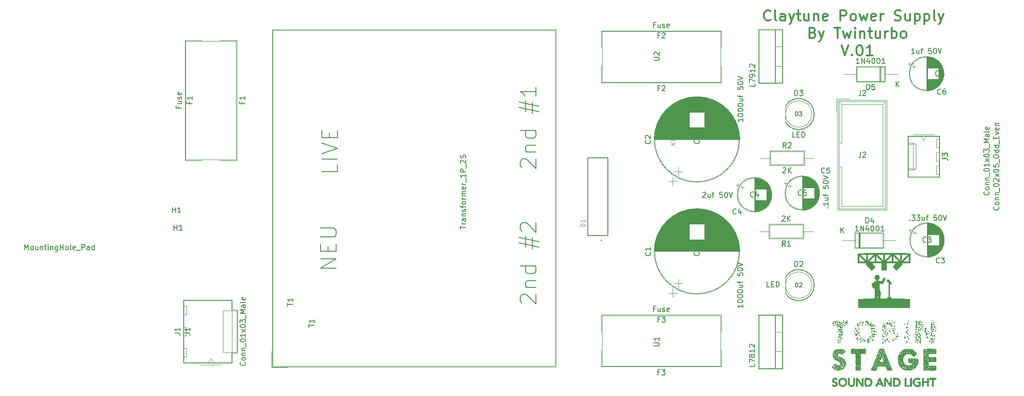
<source format=gbr>
G04 #@! TF.GenerationSoftware,KiCad,Pcbnew,(5.1.5)-3*
G04 #@! TF.CreationDate,2020-08-20T13:57:19+01:00*
G04 #@! TF.ProjectId,KOSMOPSU2,4b4f534d-4f50-4535-9532-2e6b69636164,rev?*
G04 #@! TF.SameCoordinates,Original*
G04 #@! TF.FileFunction,Legend,Top*
G04 #@! TF.FilePolarity,Positive*
%FSLAX46Y46*%
G04 Gerber Fmt 4.6, Leading zero omitted, Abs format (unit mm)*
G04 Created by KiCad (PCBNEW (5.1.5)-3) date 2020-08-20 13:57:19*
%MOMM*%
%LPD*%
G04 APERTURE LIST*
%ADD10C,0.300000*%
%ADD11C,0.010000*%
%ADD12C,0.120000*%
%ADD13C,0.100000*%
%ADD14C,0.200000*%
%ADD15C,0.127000*%
%ADD16C,0.150000*%
%ADD17C,0.015000*%
G04 APERTURE END LIST*
D10*
X142943809Y-53644285D02*
X142848571Y-53739523D01*
X142562857Y-53834761D01*
X142372380Y-53834761D01*
X142086666Y-53739523D01*
X141896190Y-53549047D01*
X141800952Y-53358571D01*
X141705714Y-52977619D01*
X141705714Y-52691904D01*
X141800952Y-52310952D01*
X141896190Y-52120476D01*
X142086666Y-51930000D01*
X142372380Y-51834761D01*
X142562857Y-51834761D01*
X142848571Y-51930000D01*
X142943809Y-52025238D01*
X144086666Y-53834761D02*
X143896190Y-53739523D01*
X143800952Y-53549047D01*
X143800952Y-51834761D01*
X145705714Y-53834761D02*
X145705714Y-52787142D01*
X145610476Y-52596666D01*
X145420000Y-52501428D01*
X145039047Y-52501428D01*
X144848571Y-52596666D01*
X145705714Y-53739523D02*
X145515238Y-53834761D01*
X145039047Y-53834761D01*
X144848571Y-53739523D01*
X144753333Y-53549047D01*
X144753333Y-53358571D01*
X144848571Y-53168095D01*
X145039047Y-53072857D01*
X145515238Y-53072857D01*
X145705714Y-52977619D01*
X146467619Y-52501428D02*
X146943809Y-53834761D01*
X147420000Y-52501428D02*
X146943809Y-53834761D01*
X146753333Y-54310952D01*
X146658095Y-54406190D01*
X146467619Y-54501428D01*
X147896190Y-52501428D02*
X148658095Y-52501428D01*
X148181904Y-51834761D02*
X148181904Y-53549047D01*
X148277142Y-53739523D01*
X148467619Y-53834761D01*
X148658095Y-53834761D01*
X150181904Y-52501428D02*
X150181904Y-53834761D01*
X149324761Y-52501428D02*
X149324761Y-53549047D01*
X149420000Y-53739523D01*
X149610476Y-53834761D01*
X149896190Y-53834761D01*
X150086666Y-53739523D01*
X150181904Y-53644285D01*
X151134285Y-52501428D02*
X151134285Y-53834761D01*
X151134285Y-52691904D02*
X151229523Y-52596666D01*
X151420000Y-52501428D01*
X151705714Y-52501428D01*
X151896190Y-52596666D01*
X151991428Y-52787142D01*
X151991428Y-53834761D01*
X153705714Y-53739523D02*
X153515238Y-53834761D01*
X153134285Y-53834761D01*
X152943809Y-53739523D01*
X152848571Y-53549047D01*
X152848571Y-52787142D01*
X152943809Y-52596666D01*
X153134285Y-52501428D01*
X153515238Y-52501428D01*
X153705714Y-52596666D01*
X153800952Y-52787142D01*
X153800952Y-52977619D01*
X152848571Y-53168095D01*
X156181904Y-53834761D02*
X156181904Y-51834761D01*
X156943809Y-51834761D01*
X157134285Y-51930000D01*
X157229523Y-52025238D01*
X157324761Y-52215714D01*
X157324761Y-52501428D01*
X157229523Y-52691904D01*
X157134285Y-52787142D01*
X156943809Y-52882380D01*
X156181904Y-52882380D01*
X158467619Y-53834761D02*
X158277142Y-53739523D01*
X158181904Y-53644285D01*
X158086666Y-53453809D01*
X158086666Y-52882380D01*
X158181904Y-52691904D01*
X158277142Y-52596666D01*
X158467619Y-52501428D01*
X158753333Y-52501428D01*
X158943809Y-52596666D01*
X159039047Y-52691904D01*
X159134285Y-52882380D01*
X159134285Y-53453809D01*
X159039047Y-53644285D01*
X158943809Y-53739523D01*
X158753333Y-53834761D01*
X158467619Y-53834761D01*
X159800952Y-52501428D02*
X160181904Y-53834761D01*
X160562857Y-52882380D01*
X160943809Y-53834761D01*
X161324761Y-52501428D01*
X162848571Y-53739523D02*
X162658095Y-53834761D01*
X162277142Y-53834761D01*
X162086666Y-53739523D01*
X161991428Y-53549047D01*
X161991428Y-52787142D01*
X162086666Y-52596666D01*
X162277142Y-52501428D01*
X162658095Y-52501428D01*
X162848571Y-52596666D01*
X162943809Y-52787142D01*
X162943809Y-52977619D01*
X161991428Y-53168095D01*
X163800952Y-53834761D02*
X163800952Y-52501428D01*
X163800952Y-52882380D02*
X163896190Y-52691904D01*
X163991428Y-52596666D01*
X164181904Y-52501428D01*
X164372380Y-52501428D01*
X166467619Y-53739523D02*
X166753333Y-53834761D01*
X167229523Y-53834761D01*
X167420000Y-53739523D01*
X167515238Y-53644285D01*
X167610476Y-53453809D01*
X167610476Y-53263333D01*
X167515238Y-53072857D01*
X167420000Y-52977619D01*
X167229523Y-52882380D01*
X166848571Y-52787142D01*
X166658095Y-52691904D01*
X166562857Y-52596666D01*
X166467619Y-52406190D01*
X166467619Y-52215714D01*
X166562857Y-52025238D01*
X166658095Y-51930000D01*
X166848571Y-51834761D01*
X167324761Y-51834761D01*
X167610476Y-51930000D01*
X169324761Y-52501428D02*
X169324761Y-53834761D01*
X168467619Y-52501428D02*
X168467619Y-53549047D01*
X168562857Y-53739523D01*
X168753333Y-53834761D01*
X169039047Y-53834761D01*
X169229523Y-53739523D01*
X169324761Y-53644285D01*
X170277142Y-52501428D02*
X170277142Y-54501428D01*
X170277142Y-52596666D02*
X170467619Y-52501428D01*
X170848571Y-52501428D01*
X171039047Y-52596666D01*
X171134285Y-52691904D01*
X171229523Y-52882380D01*
X171229523Y-53453809D01*
X171134285Y-53644285D01*
X171039047Y-53739523D01*
X170848571Y-53834761D01*
X170467619Y-53834761D01*
X170277142Y-53739523D01*
X172086666Y-52501428D02*
X172086666Y-54501428D01*
X172086666Y-52596666D02*
X172277142Y-52501428D01*
X172658095Y-52501428D01*
X172848571Y-52596666D01*
X172943809Y-52691904D01*
X173039047Y-52882380D01*
X173039047Y-53453809D01*
X172943809Y-53644285D01*
X172848571Y-53739523D01*
X172658095Y-53834761D01*
X172277142Y-53834761D01*
X172086666Y-53739523D01*
X174181904Y-53834761D02*
X173991428Y-53739523D01*
X173896190Y-53549047D01*
X173896190Y-51834761D01*
X174753333Y-52501428D02*
X175229523Y-53834761D01*
X175705714Y-52501428D02*
X175229523Y-53834761D01*
X175039047Y-54310952D01*
X174943809Y-54406190D01*
X174753333Y-54501428D01*
X150943809Y-56087142D02*
X151229523Y-56182380D01*
X151324761Y-56277619D01*
X151420000Y-56468095D01*
X151420000Y-56753809D01*
X151324761Y-56944285D01*
X151229523Y-57039523D01*
X151039047Y-57134761D01*
X150277142Y-57134761D01*
X150277142Y-55134761D01*
X150943809Y-55134761D01*
X151134285Y-55230000D01*
X151229523Y-55325238D01*
X151324761Y-55515714D01*
X151324761Y-55706190D01*
X151229523Y-55896666D01*
X151134285Y-55991904D01*
X150943809Y-56087142D01*
X150277142Y-56087142D01*
X152086666Y-55801428D02*
X152562857Y-57134761D01*
X153039047Y-55801428D02*
X152562857Y-57134761D01*
X152372380Y-57610952D01*
X152277142Y-57706190D01*
X152086666Y-57801428D01*
X155039047Y-55134761D02*
X156181904Y-55134761D01*
X155610476Y-57134761D02*
X155610476Y-55134761D01*
X156658095Y-55801428D02*
X157039047Y-57134761D01*
X157420000Y-56182380D01*
X157800952Y-57134761D01*
X158181904Y-55801428D01*
X158943809Y-57134761D02*
X158943809Y-55801428D01*
X158943809Y-55134761D02*
X158848571Y-55230000D01*
X158943809Y-55325238D01*
X159039047Y-55230000D01*
X158943809Y-55134761D01*
X158943809Y-55325238D01*
X159896190Y-55801428D02*
X159896190Y-57134761D01*
X159896190Y-55991904D02*
X159991428Y-55896666D01*
X160181904Y-55801428D01*
X160467619Y-55801428D01*
X160658095Y-55896666D01*
X160753333Y-56087142D01*
X160753333Y-57134761D01*
X161420000Y-55801428D02*
X162181904Y-55801428D01*
X161705714Y-55134761D02*
X161705714Y-56849047D01*
X161800952Y-57039523D01*
X161991428Y-57134761D01*
X162181904Y-57134761D01*
X163705714Y-55801428D02*
X163705714Y-57134761D01*
X162848571Y-55801428D02*
X162848571Y-56849047D01*
X162943809Y-57039523D01*
X163134285Y-57134761D01*
X163420000Y-57134761D01*
X163610476Y-57039523D01*
X163705714Y-56944285D01*
X164658095Y-57134761D02*
X164658095Y-55801428D01*
X164658095Y-56182380D02*
X164753333Y-55991904D01*
X164848571Y-55896666D01*
X165039047Y-55801428D01*
X165229523Y-55801428D01*
X165896190Y-57134761D02*
X165896190Y-55134761D01*
X165896190Y-55896666D02*
X166086666Y-55801428D01*
X166467619Y-55801428D01*
X166658095Y-55896666D01*
X166753333Y-55991904D01*
X166848571Y-56182380D01*
X166848571Y-56753809D01*
X166753333Y-56944285D01*
X166658095Y-57039523D01*
X166467619Y-57134761D01*
X166086666Y-57134761D01*
X165896190Y-57039523D01*
X167991428Y-57134761D02*
X167800952Y-57039523D01*
X167705714Y-56944285D01*
X167610476Y-56753809D01*
X167610476Y-56182380D01*
X167705714Y-55991904D01*
X167800952Y-55896666D01*
X167991428Y-55801428D01*
X168277142Y-55801428D01*
X168467619Y-55896666D01*
X168562857Y-55991904D01*
X168658095Y-56182380D01*
X168658095Y-56753809D01*
X168562857Y-56944285D01*
X168467619Y-57039523D01*
X168277142Y-57134761D01*
X167991428Y-57134761D01*
X156372380Y-58434761D02*
X157039047Y-60434761D01*
X157705714Y-58434761D01*
X158372380Y-60244285D02*
X158467619Y-60339523D01*
X158372380Y-60434761D01*
X158277142Y-60339523D01*
X158372380Y-60244285D01*
X158372380Y-60434761D01*
X159705714Y-58434761D02*
X159896190Y-58434761D01*
X160086666Y-58530000D01*
X160181904Y-58625238D01*
X160277142Y-58815714D01*
X160372380Y-59196666D01*
X160372380Y-59672857D01*
X160277142Y-60053809D01*
X160181904Y-60244285D01*
X160086666Y-60339523D01*
X159896190Y-60434761D01*
X159705714Y-60434761D01*
X159515238Y-60339523D01*
X159420000Y-60244285D01*
X159324761Y-60053809D01*
X159229523Y-59672857D01*
X159229523Y-59196666D01*
X159324761Y-58815714D01*
X159420000Y-58625238D01*
X159515238Y-58530000D01*
X159705714Y-58434761D01*
X162277142Y-60434761D02*
X161134285Y-60434761D01*
X161705714Y-60434761D02*
X161705714Y-58434761D01*
X161515238Y-58720476D01*
X161324761Y-58910952D01*
X161134285Y-59006190D01*
D11*
G36*
X155236720Y-121488947D02*
G01*
X155336359Y-121508392D01*
X155403286Y-121533016D01*
X155496044Y-121593643D01*
X155539053Y-121656509D01*
X155533411Y-121723689D01*
X155518758Y-121750754D01*
X155476025Y-121796402D01*
X155422025Y-121809313D01*
X155345814Y-121789995D01*
X155282000Y-121761761D01*
X155177354Y-121721370D01*
X155086340Y-121714340D01*
X154985662Y-121739075D01*
X154980103Y-121741064D01*
X154924706Y-121768867D01*
X154892995Y-121812394D01*
X154872563Y-121884461D01*
X154865360Y-121983273D01*
X154896021Y-122051472D01*
X154968397Y-122096247D01*
X154989960Y-122103563D01*
X155034330Y-122125987D01*
X155047167Y-122144856D01*
X155068474Y-122164135D01*
X155097950Y-122168568D01*
X155167167Y-122183046D01*
X155259781Y-122220666D01*
X155359557Y-122272707D01*
X155450262Y-122330446D01*
X155515662Y-122385163D01*
X155527779Y-122399493D01*
X155588364Y-122520237D01*
X155605049Y-122649804D01*
X155581516Y-122779085D01*
X155521450Y-122898969D01*
X155428533Y-123000345D01*
X155306447Y-123074104D01*
X155246657Y-123094851D01*
X155134196Y-123119856D01*
X155029208Y-123132346D01*
X154943996Y-123131831D01*
X154890858Y-123117825D01*
X154881902Y-123109309D01*
X154846827Y-123089573D01*
X154804587Y-123083884D01*
X154751697Y-123066607D01*
X154686239Y-123023469D01*
X154623250Y-122967507D01*
X154577768Y-122911759D01*
X154564084Y-122875369D01*
X154584901Y-122840017D01*
X154634982Y-122799687D01*
X154695772Y-122766695D01*
X154747909Y-122753353D01*
X154788842Y-122770628D01*
X154839668Y-122812644D01*
X154843763Y-122816917D01*
X154918433Y-122863467D01*
X155018643Y-122884275D01*
X155125941Y-122879094D01*
X155221869Y-122847678D01*
X155259328Y-122822463D01*
X155315870Y-122744748D01*
X155331554Y-122654355D01*
X155306753Y-122566674D01*
X155251600Y-122503880D01*
X155195408Y-122467093D01*
X155154741Y-122448722D01*
X155150761Y-122448248D01*
X155106388Y-122436848D01*
X155021318Y-122403836D01*
X154900002Y-122350996D01*
X154843763Y-122325369D01*
X154750494Y-122267734D01*
X154672774Y-122193046D01*
X154622706Y-122114638D01*
X154610761Y-122068644D01*
X154609696Y-121905265D01*
X154631468Y-121778522D01*
X154678087Y-121678658D01*
X154696246Y-121653703D01*
X154750088Y-121597060D01*
X154799882Y-121562902D01*
X154817361Y-121558358D01*
X154871573Y-121539979D01*
X154894614Y-121520220D01*
X154942494Y-121495310D01*
X155025198Y-121482039D01*
X155128136Y-121480040D01*
X155236720Y-121488947D01*
G37*
X155236720Y-121488947D02*
X155336359Y-121508392D01*
X155403286Y-121533016D01*
X155496044Y-121593643D01*
X155539053Y-121656509D01*
X155533411Y-121723689D01*
X155518758Y-121750754D01*
X155476025Y-121796402D01*
X155422025Y-121809313D01*
X155345814Y-121789995D01*
X155282000Y-121761761D01*
X155177354Y-121721370D01*
X155086340Y-121714340D01*
X154985662Y-121739075D01*
X154980103Y-121741064D01*
X154924706Y-121768867D01*
X154892995Y-121812394D01*
X154872563Y-121884461D01*
X154865360Y-121983273D01*
X154896021Y-122051472D01*
X154968397Y-122096247D01*
X154989960Y-122103563D01*
X155034330Y-122125987D01*
X155047167Y-122144856D01*
X155068474Y-122164135D01*
X155097950Y-122168568D01*
X155167167Y-122183046D01*
X155259781Y-122220666D01*
X155359557Y-122272707D01*
X155450262Y-122330446D01*
X155515662Y-122385163D01*
X155527779Y-122399493D01*
X155588364Y-122520237D01*
X155605049Y-122649804D01*
X155581516Y-122779085D01*
X155521450Y-122898969D01*
X155428533Y-123000345D01*
X155306447Y-123074104D01*
X155246657Y-123094851D01*
X155134196Y-123119856D01*
X155029208Y-123132346D01*
X154943996Y-123131831D01*
X154890858Y-123117825D01*
X154881902Y-123109309D01*
X154846827Y-123089573D01*
X154804587Y-123083884D01*
X154751697Y-123066607D01*
X154686239Y-123023469D01*
X154623250Y-122967507D01*
X154577768Y-122911759D01*
X154564084Y-122875369D01*
X154584901Y-122840017D01*
X154634982Y-122799687D01*
X154695772Y-122766695D01*
X154747909Y-122753353D01*
X154788842Y-122770628D01*
X154839668Y-122812644D01*
X154843763Y-122816917D01*
X154918433Y-122863467D01*
X155018643Y-122884275D01*
X155125941Y-122879094D01*
X155221869Y-122847678D01*
X155259328Y-122822463D01*
X155315870Y-122744748D01*
X155331554Y-122654355D01*
X155306753Y-122566674D01*
X155251600Y-122503880D01*
X155195408Y-122467093D01*
X155154741Y-122448722D01*
X155150761Y-122448248D01*
X155106388Y-122436848D01*
X155021318Y-122403836D01*
X154900002Y-122350996D01*
X154843763Y-122325369D01*
X154750494Y-122267734D01*
X154672774Y-122193046D01*
X154622706Y-122114638D01*
X154610761Y-122068644D01*
X154609696Y-121905265D01*
X154631468Y-121778522D01*
X154678087Y-121678658D01*
X154696246Y-121653703D01*
X154750088Y-121597060D01*
X154799882Y-121562902D01*
X154817361Y-121558358D01*
X154871573Y-121539979D01*
X154894614Y-121520220D01*
X154942494Y-121495310D01*
X155025198Y-121482039D01*
X155128136Y-121480040D01*
X155236720Y-121488947D01*
G36*
X156607410Y-121486566D02*
G01*
X156814328Y-121516104D01*
X156993385Y-121583143D01*
X157140555Y-121685444D01*
X157251811Y-121820768D01*
X157271648Y-121855854D01*
X157308848Y-121920081D01*
X157340631Y-121963793D01*
X157347924Y-121970594D01*
X157358686Y-122002659D01*
X157367069Y-122075920D01*
X157372267Y-122180744D01*
X157373593Y-122277687D01*
X157372073Y-122412758D01*
X157366461Y-122509009D01*
X157355186Y-122578407D01*
X157336672Y-122632918D01*
X157323317Y-122659995D01*
X157288478Y-122717887D01*
X157261674Y-122750622D01*
X157256153Y-122753353D01*
X157237699Y-122774672D01*
X157224844Y-122810817D01*
X157192453Y-122861335D01*
X157125253Y-122921616D01*
X157035940Y-122983286D01*
X156937208Y-123037971D01*
X156841756Y-123077295D01*
X156805881Y-123087175D01*
X156664031Y-123113658D01*
X156549736Y-123121090D01*
X156443497Y-123109696D01*
X156369289Y-123092238D01*
X156284488Y-123064840D01*
X156216095Y-123035204D01*
X156189309Y-123018144D01*
X156147085Y-122988764D01*
X156126983Y-122982182D01*
X156093793Y-122963336D01*
X156040909Y-122914225D01*
X155978155Y-122845994D01*
X155915354Y-122769783D01*
X155862329Y-122696737D01*
X155835051Y-122651055D01*
X155811334Y-122579570D01*
X155794148Y-122478929D01*
X155783720Y-122361628D01*
X155782355Y-122313470D01*
X156052716Y-122313470D01*
X156055564Y-122434457D01*
X156063703Y-122515491D01*
X156078836Y-122567343D01*
X156097210Y-122595152D01*
X156130779Y-122640196D01*
X156141636Y-122666366D01*
X156160634Y-122697759D01*
X156198843Y-122733597D01*
X156261806Y-122783156D01*
X156318438Y-122828096D01*
X156364950Y-122856021D01*
X156426572Y-122871949D01*
X156517658Y-122878761D01*
X156575234Y-122879634D01*
X156678859Y-122878074D01*
X156749460Y-122869303D01*
X156804791Y-122848844D01*
X156862605Y-122812219D01*
X156873492Y-122804399D01*
X156953860Y-122734269D01*
X157028564Y-122650326D01*
X157048094Y-122623184D01*
X157082131Y-122566859D01*
X157102733Y-122513992D01*
X157113077Y-122449186D01*
X157116338Y-122357043D01*
X157116286Y-122292677D01*
X157113027Y-122172315D01*
X157103887Y-122092073D01*
X157087171Y-122041392D01*
X157072627Y-122020589D01*
X157039852Y-121974141D01*
X157030350Y-121946230D01*
X157011900Y-121915612D01*
X156964885Y-121868397D01*
X156931103Y-121839981D01*
X156795769Y-121763942D01*
X156638183Y-121727788D01*
X156470570Y-121734028D01*
X156441641Y-121739553D01*
X156323509Y-121778025D01*
X156228043Y-121842857D01*
X156141047Y-121944513D01*
X156118320Y-121977877D01*
X156086078Y-122031957D01*
X156066323Y-122083996D01*
X156056175Y-122148735D01*
X156052752Y-122240914D01*
X156052716Y-122313470D01*
X155782355Y-122313470D01*
X155780276Y-122240161D01*
X155784042Y-122127021D01*
X155795243Y-122034703D01*
X155814107Y-121975700D01*
X155822642Y-121965165D01*
X155854633Y-121927941D01*
X155860780Y-121910171D01*
X155880498Y-121854777D01*
X155932773Y-121783415D01*
X156007286Y-121707459D01*
X156093718Y-121638281D01*
X156127536Y-121616141D01*
X156249748Y-121547295D01*
X156353126Y-121506149D01*
X156457480Y-121487355D01*
X156582622Y-121485563D01*
X156607410Y-121486566D01*
G37*
X156607410Y-121486566D02*
X156814328Y-121516104D01*
X156993385Y-121583143D01*
X157140555Y-121685444D01*
X157251811Y-121820768D01*
X157271648Y-121855854D01*
X157308848Y-121920081D01*
X157340631Y-121963793D01*
X157347924Y-121970594D01*
X157358686Y-122002659D01*
X157367069Y-122075920D01*
X157372267Y-122180744D01*
X157373593Y-122277687D01*
X157372073Y-122412758D01*
X157366461Y-122509009D01*
X157355186Y-122578407D01*
X157336672Y-122632918D01*
X157323317Y-122659995D01*
X157288478Y-122717887D01*
X157261674Y-122750622D01*
X157256153Y-122753353D01*
X157237699Y-122774672D01*
X157224844Y-122810817D01*
X157192453Y-122861335D01*
X157125253Y-122921616D01*
X157035940Y-122983286D01*
X156937208Y-123037971D01*
X156841756Y-123077295D01*
X156805881Y-123087175D01*
X156664031Y-123113658D01*
X156549736Y-123121090D01*
X156443497Y-123109696D01*
X156369289Y-123092238D01*
X156284488Y-123064840D01*
X156216095Y-123035204D01*
X156189309Y-123018144D01*
X156147085Y-122988764D01*
X156126983Y-122982182D01*
X156093793Y-122963336D01*
X156040909Y-122914225D01*
X155978155Y-122845994D01*
X155915354Y-122769783D01*
X155862329Y-122696737D01*
X155835051Y-122651055D01*
X155811334Y-122579570D01*
X155794148Y-122478929D01*
X155783720Y-122361628D01*
X155782355Y-122313470D01*
X156052716Y-122313470D01*
X156055564Y-122434457D01*
X156063703Y-122515491D01*
X156078836Y-122567343D01*
X156097210Y-122595152D01*
X156130779Y-122640196D01*
X156141636Y-122666366D01*
X156160634Y-122697759D01*
X156198843Y-122733597D01*
X156261806Y-122783156D01*
X156318438Y-122828096D01*
X156364950Y-122856021D01*
X156426572Y-122871949D01*
X156517658Y-122878761D01*
X156575234Y-122879634D01*
X156678859Y-122878074D01*
X156749460Y-122869303D01*
X156804791Y-122848844D01*
X156862605Y-122812219D01*
X156873492Y-122804399D01*
X156953860Y-122734269D01*
X157028564Y-122650326D01*
X157048094Y-122623184D01*
X157082131Y-122566859D01*
X157102733Y-122513992D01*
X157113077Y-122449186D01*
X157116338Y-122357043D01*
X157116286Y-122292677D01*
X157113027Y-122172315D01*
X157103887Y-122092073D01*
X157087171Y-122041392D01*
X157072627Y-122020589D01*
X157039852Y-121974141D01*
X157030350Y-121946230D01*
X157011900Y-121915612D01*
X156964885Y-121868397D01*
X156931103Y-121839981D01*
X156795769Y-121763942D01*
X156638183Y-121727788D01*
X156470570Y-121734028D01*
X156441641Y-121739553D01*
X156323509Y-121778025D01*
X156228043Y-121842857D01*
X156141047Y-121944513D01*
X156118320Y-121977877D01*
X156086078Y-122031957D01*
X156066323Y-122083996D01*
X156056175Y-122148735D01*
X156052752Y-122240914D01*
X156052716Y-122313470D01*
X155782355Y-122313470D01*
X155780276Y-122240161D01*
X155784042Y-122127021D01*
X155795243Y-122034703D01*
X155814107Y-121975700D01*
X155822642Y-121965165D01*
X155854633Y-121927941D01*
X155860780Y-121910171D01*
X155880498Y-121854777D01*
X155932773Y-121783415D01*
X156007286Y-121707459D01*
X156093718Y-121638281D01*
X156127536Y-121616141D01*
X156249748Y-121547295D01*
X156353126Y-121506149D01*
X156457480Y-121487355D01*
X156582622Y-121485563D01*
X156607410Y-121486566D01*
G36*
X158728912Y-121492673D02*
G01*
X158781127Y-121523118D01*
X158839715Y-121564155D01*
X158831279Y-122126972D01*
X158828205Y-122312139D01*
X158824757Y-122454132D01*
X158820181Y-122560627D01*
X158813722Y-122639299D01*
X158804628Y-122697824D01*
X158792144Y-122743878D01*
X158775517Y-122785135D01*
X158764356Y-122808519D01*
X158673735Y-122938003D01*
X158550108Y-123035977D01*
X158402914Y-123098930D01*
X158241595Y-123123351D01*
X158075591Y-123105729D01*
X158014049Y-123087561D01*
X157872408Y-123018181D01*
X157764110Y-122917344D01*
X157692387Y-122804204D01*
X157672758Y-122762962D01*
X157657760Y-122720515D01*
X157646555Y-122669082D01*
X157638304Y-122600880D01*
X157632170Y-122508127D01*
X157627313Y-122383042D01*
X157622895Y-122217842D01*
X157621162Y-122143143D01*
X157617308Y-121962090D01*
X157615355Y-121824799D01*
X157615737Y-121724202D01*
X157618889Y-121653229D01*
X157625245Y-121604812D01*
X157635240Y-121571884D01*
X157649308Y-121547376D01*
X157658505Y-121535456D01*
X157709048Y-121491917D01*
X157765889Y-121488973D01*
X157771751Y-121490352D01*
X157812250Y-121506223D01*
X157841942Y-121535038D01*
X157862095Y-121583478D01*
X157873977Y-121658225D01*
X157878854Y-121765961D01*
X157877994Y-121913368D01*
X157874937Y-122034371D01*
X157871360Y-122253307D01*
X157875733Y-122427856D01*
X157889109Y-122564011D01*
X157912547Y-122667766D01*
X157947102Y-122745114D01*
X157993830Y-122802050D01*
X158013040Y-122818099D01*
X158108065Y-122864845D01*
X158220540Y-122882889D01*
X158331138Y-122871671D01*
X158420532Y-122830630D01*
X158421424Y-122829934D01*
X158471865Y-122786392D01*
X158510506Y-122740382D01*
X158538895Y-122684660D01*
X158558580Y-122611980D01*
X158571109Y-122515096D01*
X158578029Y-122386763D01*
X158580887Y-122219736D01*
X158581301Y-122081487D01*
X158581833Y-121901457D01*
X158583746Y-121765577D01*
X158587519Y-121667156D01*
X158593629Y-121599500D01*
X158602555Y-121555919D01*
X158614775Y-121529719D01*
X158621255Y-121522036D01*
X158673339Y-121486956D01*
X158728912Y-121492673D01*
G37*
X158728912Y-121492673D02*
X158781127Y-121523118D01*
X158839715Y-121564155D01*
X158831279Y-122126972D01*
X158828205Y-122312139D01*
X158824757Y-122454132D01*
X158820181Y-122560627D01*
X158813722Y-122639299D01*
X158804628Y-122697824D01*
X158792144Y-122743878D01*
X158775517Y-122785135D01*
X158764356Y-122808519D01*
X158673735Y-122938003D01*
X158550108Y-123035977D01*
X158402914Y-123098930D01*
X158241595Y-123123351D01*
X158075591Y-123105729D01*
X158014049Y-123087561D01*
X157872408Y-123018181D01*
X157764110Y-122917344D01*
X157692387Y-122804204D01*
X157672758Y-122762962D01*
X157657760Y-122720515D01*
X157646555Y-122669082D01*
X157638304Y-122600880D01*
X157632170Y-122508127D01*
X157627313Y-122383042D01*
X157622895Y-122217842D01*
X157621162Y-122143143D01*
X157617308Y-121962090D01*
X157615355Y-121824799D01*
X157615737Y-121724202D01*
X157618889Y-121653229D01*
X157625245Y-121604812D01*
X157635240Y-121571884D01*
X157649308Y-121547376D01*
X157658505Y-121535456D01*
X157709048Y-121491917D01*
X157765889Y-121488973D01*
X157771751Y-121490352D01*
X157812250Y-121506223D01*
X157841942Y-121535038D01*
X157862095Y-121583478D01*
X157873977Y-121658225D01*
X157878854Y-121765961D01*
X157877994Y-121913368D01*
X157874937Y-122034371D01*
X157871360Y-122253307D01*
X157875733Y-122427856D01*
X157889109Y-122564011D01*
X157912547Y-122667766D01*
X157947102Y-122745114D01*
X157993830Y-122802050D01*
X158013040Y-122818099D01*
X158108065Y-122864845D01*
X158220540Y-122882889D01*
X158331138Y-122871671D01*
X158420532Y-122830630D01*
X158421424Y-122829934D01*
X158471865Y-122786392D01*
X158510506Y-122740382D01*
X158538895Y-122684660D01*
X158558580Y-122611980D01*
X158571109Y-122515096D01*
X158578029Y-122386763D01*
X158580887Y-122219736D01*
X158581301Y-122081487D01*
X158581833Y-121901457D01*
X158583746Y-121765577D01*
X158587519Y-121667156D01*
X158593629Y-121599500D01*
X158602555Y-121555919D01*
X158614775Y-121529719D01*
X158621255Y-121522036D01*
X158673339Y-121486956D01*
X158728912Y-121492673D01*
G36*
X170881701Y-121487630D02*
G01*
X170995944Y-121507765D01*
X171093801Y-121547723D01*
X171192070Y-121612740D01*
X171217737Y-121632778D01*
X171259759Y-121671519D01*
X171265393Y-121705466D01*
X171242370Y-121754414D01*
X171189658Y-121808647D01*
X171117852Y-121834849D01*
X171046460Y-121828608D01*
X171011167Y-121806712D01*
X170927716Y-121756341D01*
X170813125Y-121729297D01*
X170682688Y-121728178D01*
X170612350Y-121738986D01*
X170525887Y-121761773D01*
X170456092Y-121787664D01*
X170427547Y-121804030D01*
X170387306Y-121831915D01*
X170370340Y-121838038D01*
X170335594Y-121856914D01*
X170293090Y-121900380D01*
X170259978Y-121948694D01*
X170251571Y-121974764D01*
X170233634Y-122019323D01*
X170213433Y-122041441D01*
X170193559Y-122072603D01*
X170181523Y-122131784D01*
X170176015Y-122227855D01*
X170175295Y-122299838D01*
X170177115Y-122415115D01*
X170184321Y-122493683D01*
X170199530Y-122549608D01*
X170225358Y-122596955D01*
X170232502Y-122607302D01*
X170316928Y-122709722D01*
X170411175Y-122783550D01*
X170498402Y-122830138D01*
X170602894Y-122862462D01*
X170729015Y-122876969D01*
X170856389Y-122873339D01*
X170964635Y-122851247D01*
X170996354Y-122838026D01*
X171033008Y-122816668D01*
X171053610Y-122790731D01*
X171061979Y-122747037D01*
X171061933Y-122672409D01*
X171059918Y-122618653D01*
X171052472Y-122435535D01*
X170938058Y-122427921D01*
X170851312Y-122412118D01*
X170775924Y-122382056D01*
X170760080Y-122371705D01*
X170718012Y-122334422D01*
X170712426Y-122301067D01*
X170735561Y-122252192D01*
X170755497Y-122219830D01*
X170779535Y-122198844D01*
X170818465Y-122186343D01*
X170883076Y-122179434D01*
X170984158Y-122175227D01*
X171027569Y-122173932D01*
X171146650Y-122171701D01*
X171225255Y-122174183D01*
X171273645Y-122182696D01*
X171302080Y-122198558D01*
X171312698Y-122210573D01*
X171327854Y-122254554D01*
X171338071Y-122340212D01*
X171343613Y-122470802D01*
X171344865Y-122603149D01*
X171344865Y-122951734D01*
X171255032Y-123004736D01*
X171158552Y-123049308D01*
X171039476Y-123086307D01*
X170910917Y-123113695D01*
X170785988Y-123129434D01*
X170677801Y-123131486D01*
X170599469Y-123117814D01*
X170582102Y-123109309D01*
X170529671Y-123091212D01*
X170466418Y-123084273D01*
X170407288Y-123068614D01*
X170325745Y-123028281D01*
X170235727Y-122972591D01*
X170151170Y-122910860D01*
X170086012Y-122852402D01*
X170055116Y-122809350D01*
X170033828Y-122765686D01*
X170024010Y-122753353D01*
X170001147Y-122725181D01*
X169965021Y-122672843D01*
X169959492Y-122664364D01*
X169934216Y-122612731D01*
X169917103Y-122542963D01*
X169906082Y-122443463D01*
X169900158Y-122332041D01*
X169896844Y-122207634D01*
X169899600Y-122118900D01*
X169910264Y-122050834D01*
X169930676Y-121988436D01*
X169946922Y-121950660D01*
X169994178Y-121867303D01*
X170057443Y-121782813D01*
X170126325Y-121708400D01*
X170190431Y-121655272D01*
X170239370Y-121634639D01*
X170239929Y-121634634D01*
X170273077Y-121620906D01*
X170276997Y-121609844D01*
X170298149Y-121585812D01*
X170352010Y-121552332D01*
X170390016Y-121533568D01*
X170466849Y-121505570D01*
X170555592Y-121489394D01*
X170672143Y-121482664D01*
X170734272Y-121482082D01*
X170881701Y-121487630D01*
G37*
X170881701Y-121487630D02*
X170995944Y-121507765D01*
X171093801Y-121547723D01*
X171192070Y-121612740D01*
X171217737Y-121632778D01*
X171259759Y-121671519D01*
X171265393Y-121705466D01*
X171242370Y-121754414D01*
X171189658Y-121808647D01*
X171117852Y-121834849D01*
X171046460Y-121828608D01*
X171011167Y-121806712D01*
X170927716Y-121756341D01*
X170813125Y-121729297D01*
X170682688Y-121728178D01*
X170612350Y-121738986D01*
X170525887Y-121761773D01*
X170456092Y-121787664D01*
X170427547Y-121804030D01*
X170387306Y-121831915D01*
X170370340Y-121838038D01*
X170335594Y-121856914D01*
X170293090Y-121900380D01*
X170259978Y-121948694D01*
X170251571Y-121974764D01*
X170233634Y-122019323D01*
X170213433Y-122041441D01*
X170193559Y-122072603D01*
X170181523Y-122131784D01*
X170176015Y-122227855D01*
X170175295Y-122299838D01*
X170177115Y-122415115D01*
X170184321Y-122493683D01*
X170199530Y-122549608D01*
X170225358Y-122596955D01*
X170232502Y-122607302D01*
X170316928Y-122709722D01*
X170411175Y-122783550D01*
X170498402Y-122830138D01*
X170602894Y-122862462D01*
X170729015Y-122876969D01*
X170856389Y-122873339D01*
X170964635Y-122851247D01*
X170996354Y-122838026D01*
X171033008Y-122816668D01*
X171053610Y-122790731D01*
X171061979Y-122747037D01*
X171061933Y-122672409D01*
X171059918Y-122618653D01*
X171052472Y-122435535D01*
X170938058Y-122427921D01*
X170851312Y-122412118D01*
X170775924Y-122382056D01*
X170760080Y-122371705D01*
X170718012Y-122334422D01*
X170712426Y-122301067D01*
X170735561Y-122252192D01*
X170755497Y-122219830D01*
X170779535Y-122198844D01*
X170818465Y-122186343D01*
X170883076Y-122179434D01*
X170984158Y-122175227D01*
X171027569Y-122173932D01*
X171146650Y-122171701D01*
X171225255Y-122174183D01*
X171273645Y-122182696D01*
X171302080Y-122198558D01*
X171312698Y-122210573D01*
X171327854Y-122254554D01*
X171338071Y-122340212D01*
X171343613Y-122470802D01*
X171344865Y-122603149D01*
X171344865Y-122951734D01*
X171255032Y-123004736D01*
X171158552Y-123049308D01*
X171039476Y-123086307D01*
X170910917Y-123113695D01*
X170785988Y-123129434D01*
X170677801Y-123131486D01*
X170599469Y-123117814D01*
X170582102Y-123109309D01*
X170529671Y-123091212D01*
X170466418Y-123084273D01*
X170407288Y-123068614D01*
X170325745Y-123028281D01*
X170235727Y-122972591D01*
X170151170Y-122910860D01*
X170086012Y-122852402D01*
X170055116Y-122809350D01*
X170033828Y-122765686D01*
X170024010Y-122753353D01*
X170001147Y-122725181D01*
X169965021Y-122672843D01*
X169959492Y-122664364D01*
X169934216Y-122612731D01*
X169917103Y-122542963D01*
X169906082Y-122443463D01*
X169900158Y-122332041D01*
X169896844Y-122207634D01*
X169899600Y-122118900D01*
X169910264Y-122050834D01*
X169930676Y-121988436D01*
X169946922Y-121950660D01*
X169994178Y-121867303D01*
X170057443Y-121782813D01*
X170126325Y-121708400D01*
X170190431Y-121655272D01*
X170239370Y-121634639D01*
X170239929Y-121634634D01*
X170273077Y-121620906D01*
X170276997Y-121609844D01*
X170298149Y-121585812D01*
X170352010Y-121552332D01*
X170390016Y-121533568D01*
X170466849Y-121505570D01*
X170555592Y-121489394D01*
X170672143Y-121482664D01*
X170734272Y-121482082D01*
X170881701Y-121487630D01*
G36*
X159368842Y-121503469D02*
G01*
X159452334Y-121569041D01*
X159516102Y-121649628D01*
X159584475Y-121748119D01*
X159658240Y-121853143D01*
X159700020Y-121911971D01*
X159755405Y-121989820D01*
X159804096Y-122058932D01*
X159827147Y-122092128D01*
X159861432Y-122141462D01*
X159913464Y-122215515D01*
X159967327Y-122291687D01*
X160031071Y-122382472D01*
X160093182Y-122472431D01*
X160132592Y-122530707D01*
X160173904Y-122587981D01*
X160204742Y-122621998D01*
X160212055Y-122626052D01*
X160230172Y-122603532D01*
X160243729Y-122534804D01*
X160252807Y-122418770D01*
X160257490Y-122254334D01*
X160257861Y-122040397D01*
X160257726Y-122023276D01*
X160257564Y-121878248D01*
X160259421Y-121748841D01*
X160263005Y-121644561D01*
X160268021Y-121574915D01*
X160272260Y-121551782D01*
X160313200Y-121505900D01*
X160373862Y-121487954D01*
X160432419Y-121501601D01*
X160454026Y-121521330D01*
X160464240Y-121560166D01*
X160472832Y-121641247D01*
X160479782Y-121756647D01*
X160485072Y-121898441D01*
X160488681Y-122058702D01*
X160490591Y-122229505D01*
X160490784Y-122402922D01*
X160489240Y-122571029D01*
X160485940Y-122725899D01*
X160480865Y-122859605D01*
X160473996Y-122964222D01*
X160465315Y-123031824D01*
X160457697Y-123053373D01*
X160402481Y-123080083D01*
X160327053Y-123083261D01*
X160247234Y-123066991D01*
X160178838Y-123035362D01*
X160137685Y-122992459D01*
X160132252Y-122969291D01*
X160112798Y-122925874D01*
X160097895Y-122913525D01*
X160071632Y-122885907D01*
X160023462Y-122824287D01*
X159959617Y-122737018D01*
X159886327Y-122632456D01*
X159864678Y-122600800D01*
X159780951Y-122477928D01*
X159696935Y-122355038D01*
X159621998Y-122245808D01*
X159565508Y-122163916D01*
X159562148Y-122159073D01*
X159505374Y-122076071D01*
X159456719Y-122002787D01*
X159427071Y-121955670D01*
X159416674Y-121945888D01*
X159408734Y-121960140D01*
X159402949Y-122003253D01*
X159399016Y-122080057D01*
X159396632Y-122195378D01*
X159395494Y-122354045D01*
X159395289Y-122462232D01*
X159394527Y-122664070D01*
X159391445Y-122820033D01*
X159384395Y-122935092D01*
X159371727Y-123014219D01*
X159351795Y-123062386D01*
X159322949Y-123084564D01*
X159283541Y-123085723D01*
X159231923Y-123070837D01*
X159197868Y-123057666D01*
X159140660Y-123034671D01*
X159140660Y-121559530D01*
X159203191Y-121518559D01*
X159286511Y-121486942D01*
X159368842Y-121503469D01*
G37*
X159368842Y-121503469D02*
X159452334Y-121569041D01*
X159516102Y-121649628D01*
X159584475Y-121748119D01*
X159658240Y-121853143D01*
X159700020Y-121911971D01*
X159755405Y-121989820D01*
X159804096Y-122058932D01*
X159827147Y-122092128D01*
X159861432Y-122141462D01*
X159913464Y-122215515D01*
X159967327Y-122291687D01*
X160031071Y-122382472D01*
X160093182Y-122472431D01*
X160132592Y-122530707D01*
X160173904Y-122587981D01*
X160204742Y-122621998D01*
X160212055Y-122626052D01*
X160230172Y-122603532D01*
X160243729Y-122534804D01*
X160252807Y-122418770D01*
X160257490Y-122254334D01*
X160257861Y-122040397D01*
X160257726Y-122023276D01*
X160257564Y-121878248D01*
X160259421Y-121748841D01*
X160263005Y-121644561D01*
X160268021Y-121574915D01*
X160272260Y-121551782D01*
X160313200Y-121505900D01*
X160373862Y-121487954D01*
X160432419Y-121501601D01*
X160454026Y-121521330D01*
X160464240Y-121560166D01*
X160472832Y-121641247D01*
X160479782Y-121756647D01*
X160485072Y-121898441D01*
X160488681Y-122058702D01*
X160490591Y-122229505D01*
X160490784Y-122402922D01*
X160489240Y-122571029D01*
X160485940Y-122725899D01*
X160480865Y-122859605D01*
X160473996Y-122964222D01*
X160465315Y-123031824D01*
X160457697Y-123053373D01*
X160402481Y-123080083D01*
X160327053Y-123083261D01*
X160247234Y-123066991D01*
X160178838Y-123035362D01*
X160137685Y-122992459D01*
X160132252Y-122969291D01*
X160112798Y-122925874D01*
X160097895Y-122913525D01*
X160071632Y-122885907D01*
X160023462Y-122824287D01*
X159959617Y-122737018D01*
X159886327Y-122632456D01*
X159864678Y-122600800D01*
X159780951Y-122477928D01*
X159696935Y-122355038D01*
X159621998Y-122245808D01*
X159565508Y-122163916D01*
X159562148Y-122159073D01*
X159505374Y-122076071D01*
X159456719Y-122002787D01*
X159427071Y-121955670D01*
X159416674Y-121945888D01*
X159408734Y-121960140D01*
X159402949Y-122003253D01*
X159399016Y-122080057D01*
X159396632Y-122195378D01*
X159395494Y-122354045D01*
X159395289Y-122462232D01*
X159394527Y-122664070D01*
X159391445Y-122820033D01*
X159384395Y-122935092D01*
X159371727Y-123014219D01*
X159351795Y-123062386D01*
X159322949Y-123084564D01*
X159283541Y-123085723D01*
X159231923Y-123070837D01*
X159197868Y-123057666D01*
X159140660Y-123034671D01*
X159140660Y-121559530D01*
X159203191Y-121518559D01*
X159286511Y-121486942D01*
X159368842Y-121503469D01*
G36*
X161200501Y-121485243D02*
G01*
X161317192Y-121492439D01*
X161413326Y-121504741D01*
X161469178Y-121519455D01*
X161546297Y-121545239D01*
X161614811Y-121558047D01*
X161623250Y-121558358D01*
X161706498Y-121578641D01*
X161803704Y-121632606D01*
X161903348Y-121709924D01*
X161993912Y-121800266D01*
X162063878Y-121893306D01*
X162101728Y-121978713D01*
X162103771Y-121989236D01*
X162120459Y-122072896D01*
X162144334Y-122168743D01*
X162151061Y-122192500D01*
X162170396Y-122303567D01*
X162163945Y-122383190D01*
X162143003Y-122464271D01*
X162120723Y-122551237D01*
X162120428Y-122552395D01*
X162078930Y-122659503D01*
X162013192Y-122769876D01*
X161934854Y-122867283D01*
X161855556Y-122935493D01*
X161838770Y-122945159D01*
X161766790Y-122985788D01*
X161707877Y-123025108D01*
X161700422Y-123031032D01*
X161671167Y-123046481D01*
X161620975Y-123057969D01*
X161542666Y-123066205D01*
X161429059Y-123071898D01*
X161272972Y-123075760D01*
X161242764Y-123076268D01*
X161101606Y-123077646D01*
X160977299Y-123077204D01*
X160879196Y-123075104D01*
X160816649Y-123071510D01*
X160799669Y-123068534D01*
X160790104Y-123052399D01*
X160782507Y-123010695D01*
X160776702Y-122939136D01*
X160772514Y-122833439D01*
X160769767Y-122689321D01*
X160768285Y-122502497D01*
X160767888Y-122294471D01*
X160768086Y-122076926D01*
X160768887Y-121904742D01*
X160770604Y-121772434D01*
X160770924Y-121761761D01*
X161022142Y-121761761D01*
X161022142Y-122304170D01*
X161022903Y-122465350D01*
X161025032Y-122609071D01*
X161028295Y-122727654D01*
X161032461Y-122813418D01*
X161037296Y-122858686D01*
X161039092Y-122863530D01*
X161086269Y-122878566D01*
X161178493Y-122876305D01*
X161313068Y-122856957D01*
X161434879Y-122832520D01*
X161592576Y-122788015D01*
X161708574Y-122729725D01*
X161791439Y-122651563D01*
X161849736Y-122547441D01*
X161855122Y-122533867D01*
X161897765Y-122388606D01*
X161902973Y-122261180D01*
X161870632Y-122134885D01*
X161852092Y-122091457D01*
X161785607Y-121964468D01*
X161715338Y-121873888D01*
X161631332Y-121814055D01*
X161523638Y-121779309D01*
X161382303Y-121763988D01*
X161272490Y-121761761D01*
X161022142Y-121761761D01*
X160770924Y-121761761D01*
X160773548Y-121674512D01*
X160778031Y-121605489D01*
X160784365Y-121559877D01*
X160792860Y-121532188D01*
X160803830Y-121516935D01*
X160812382Y-121511117D01*
X160869195Y-121496089D01*
X160962293Y-121486887D01*
X161077465Y-121483332D01*
X161200501Y-121485243D01*
G37*
X161200501Y-121485243D02*
X161317192Y-121492439D01*
X161413326Y-121504741D01*
X161469178Y-121519455D01*
X161546297Y-121545239D01*
X161614811Y-121558047D01*
X161623250Y-121558358D01*
X161706498Y-121578641D01*
X161803704Y-121632606D01*
X161903348Y-121709924D01*
X161993912Y-121800266D01*
X162063878Y-121893306D01*
X162101728Y-121978713D01*
X162103771Y-121989236D01*
X162120459Y-122072896D01*
X162144334Y-122168743D01*
X162151061Y-122192500D01*
X162170396Y-122303567D01*
X162163945Y-122383190D01*
X162143003Y-122464271D01*
X162120723Y-122551237D01*
X162120428Y-122552395D01*
X162078930Y-122659503D01*
X162013192Y-122769876D01*
X161934854Y-122867283D01*
X161855556Y-122935493D01*
X161838770Y-122945159D01*
X161766790Y-122985788D01*
X161707877Y-123025108D01*
X161700422Y-123031032D01*
X161671167Y-123046481D01*
X161620975Y-123057969D01*
X161542666Y-123066205D01*
X161429059Y-123071898D01*
X161272972Y-123075760D01*
X161242764Y-123076268D01*
X161101606Y-123077646D01*
X160977299Y-123077204D01*
X160879196Y-123075104D01*
X160816649Y-123071510D01*
X160799669Y-123068534D01*
X160790104Y-123052399D01*
X160782507Y-123010695D01*
X160776702Y-122939136D01*
X160772514Y-122833439D01*
X160769767Y-122689321D01*
X160768285Y-122502497D01*
X160767888Y-122294471D01*
X160768086Y-122076926D01*
X160768887Y-121904742D01*
X160770604Y-121772434D01*
X160770924Y-121761761D01*
X161022142Y-121761761D01*
X161022142Y-122304170D01*
X161022903Y-122465350D01*
X161025032Y-122609071D01*
X161028295Y-122727654D01*
X161032461Y-122813418D01*
X161037296Y-122858686D01*
X161039092Y-122863530D01*
X161086269Y-122878566D01*
X161178493Y-122876305D01*
X161313068Y-122856957D01*
X161434879Y-122832520D01*
X161592576Y-122788015D01*
X161708574Y-122729725D01*
X161791439Y-122651563D01*
X161849736Y-122547441D01*
X161855122Y-122533867D01*
X161897765Y-122388606D01*
X161902973Y-122261180D01*
X161870632Y-122134885D01*
X161852092Y-122091457D01*
X161785607Y-121964468D01*
X161715338Y-121873888D01*
X161631332Y-121814055D01*
X161523638Y-121779309D01*
X161382303Y-121763988D01*
X161272490Y-121761761D01*
X161022142Y-121761761D01*
X160770924Y-121761761D01*
X160773548Y-121674512D01*
X160778031Y-121605489D01*
X160784365Y-121559877D01*
X160792860Y-121532188D01*
X160803830Y-121516935D01*
X160812382Y-121511117D01*
X160869195Y-121496089D01*
X160962293Y-121486887D01*
X161077465Y-121483332D01*
X161200501Y-121485243D01*
G36*
X163663994Y-121506227D02*
G01*
X163707603Y-121547692D01*
X163754977Y-121618245D01*
X163795217Y-121698284D01*
X163817421Y-121768209D01*
X163818939Y-121784857D01*
X163837373Y-121840313D01*
X163857077Y-121863463D01*
X163888094Y-121913281D01*
X163895215Y-121952452D01*
X163911229Y-122012375D01*
X163933353Y-122041441D01*
X163964370Y-122091259D01*
X163971491Y-122130430D01*
X163987505Y-122190353D01*
X164009629Y-122219419D01*
X164040647Y-122269237D01*
X164047767Y-122308408D01*
X164063782Y-122368331D01*
X164085906Y-122397397D01*
X164116923Y-122447215D01*
X164124044Y-122486386D01*
X164140058Y-122546309D01*
X164162182Y-122575375D01*
X164194767Y-122624434D01*
X164200320Y-122652704D01*
X164211152Y-122706761D01*
X164237327Y-122774375D01*
X164238458Y-122776718D01*
X164278265Y-122858301D01*
X164316609Y-122936658D01*
X164341021Y-122992989D01*
X164339872Y-123024460D01*
X164312332Y-123050646D01*
X164311749Y-123051072D01*
X164231322Y-123082404D01*
X164147353Y-123071672D01*
X164072658Y-123024960D01*
X164020049Y-122948353D01*
X164007131Y-122906411D01*
X163979360Y-122817440D01*
X163935139Y-122763555D01*
X163892870Y-122740174D01*
X163841883Y-122729307D01*
X163758646Y-122722797D01*
X163654404Y-122720297D01*
X163540404Y-122721463D01*
X163427889Y-122725949D01*
X163328107Y-122733410D01*
X163252301Y-122743501D01*
X163211717Y-122755877D01*
X163207866Y-122761204D01*
X163196918Y-122801369D01*
X163170448Y-122866221D01*
X163157878Y-122893193D01*
X163127567Y-122961661D01*
X163109767Y-123012876D01*
X163107889Y-123023711D01*
X163084912Y-123056680D01*
X163029975Y-123075780D01*
X162960543Y-123079098D01*
X162894080Y-123064723D01*
X162867100Y-123050070D01*
X162847224Y-123034470D01*
X162836771Y-123017028D01*
X162837896Y-122989423D01*
X162852754Y-122943333D01*
X162883500Y-122870436D01*
X162932290Y-122762411D01*
X162953821Y-122715215D01*
X162996211Y-122621260D01*
X163039389Y-122524070D01*
X163044771Y-122511811D01*
X163069359Y-122457389D01*
X163335856Y-122457389D01*
X163359479Y-122464243D01*
X163423154Y-122469674D01*
X163516085Y-122472986D01*
X163588602Y-122473673D01*
X163841348Y-122473673D01*
X163804875Y-122403753D01*
X163778276Y-122341554D01*
X163767436Y-122295695D01*
X163752085Y-122246219D01*
X163729141Y-122208203D01*
X163699056Y-122145240D01*
X163691812Y-122102264D01*
X163681017Y-122053781D01*
X163664335Y-122036520D01*
X163640902Y-122007637D01*
X163621014Y-121949773D01*
X163619841Y-121944316D01*
X163602823Y-121861271D01*
X163560204Y-121945000D01*
X163521446Y-122025787D01*
X163481246Y-122116182D01*
X163475245Y-122130430D01*
X163435467Y-122222996D01*
X163391811Y-122320509D01*
X163384380Y-122336618D01*
X163355159Y-122402844D01*
X163337871Y-122448415D01*
X163335856Y-122457389D01*
X163069359Y-122457389D01*
X163081745Y-122429976D01*
X163117082Y-122355662D01*
X163123600Y-122342623D01*
X163148717Y-122281139D01*
X163157878Y-122237678D01*
X163175917Y-122190910D01*
X163196016Y-122168568D01*
X163227033Y-122118750D01*
X163234154Y-122079579D01*
X163250168Y-122019657D01*
X163272292Y-121990590D01*
X163303309Y-121940772D01*
X163310430Y-121901601D01*
X163326444Y-121841679D01*
X163348568Y-121812612D01*
X163381161Y-121763389D01*
X163386706Y-121734986D01*
X163404056Y-121671008D01*
X163447049Y-121597478D01*
X163502100Y-121533239D01*
X163555624Y-121497139D01*
X163558850Y-121496182D01*
X163625297Y-121494302D01*
X163663994Y-121506227D01*
G37*
X163663994Y-121506227D02*
X163707603Y-121547692D01*
X163754977Y-121618245D01*
X163795217Y-121698284D01*
X163817421Y-121768209D01*
X163818939Y-121784857D01*
X163837373Y-121840313D01*
X163857077Y-121863463D01*
X163888094Y-121913281D01*
X163895215Y-121952452D01*
X163911229Y-122012375D01*
X163933353Y-122041441D01*
X163964370Y-122091259D01*
X163971491Y-122130430D01*
X163987505Y-122190353D01*
X164009629Y-122219419D01*
X164040647Y-122269237D01*
X164047767Y-122308408D01*
X164063782Y-122368331D01*
X164085906Y-122397397D01*
X164116923Y-122447215D01*
X164124044Y-122486386D01*
X164140058Y-122546309D01*
X164162182Y-122575375D01*
X164194767Y-122624434D01*
X164200320Y-122652704D01*
X164211152Y-122706761D01*
X164237327Y-122774375D01*
X164238458Y-122776718D01*
X164278265Y-122858301D01*
X164316609Y-122936658D01*
X164341021Y-122992989D01*
X164339872Y-123024460D01*
X164312332Y-123050646D01*
X164311749Y-123051072D01*
X164231322Y-123082404D01*
X164147353Y-123071672D01*
X164072658Y-123024960D01*
X164020049Y-122948353D01*
X164007131Y-122906411D01*
X163979360Y-122817440D01*
X163935139Y-122763555D01*
X163892870Y-122740174D01*
X163841883Y-122729307D01*
X163758646Y-122722797D01*
X163654404Y-122720297D01*
X163540404Y-122721463D01*
X163427889Y-122725949D01*
X163328107Y-122733410D01*
X163252301Y-122743501D01*
X163211717Y-122755877D01*
X163207866Y-122761204D01*
X163196918Y-122801369D01*
X163170448Y-122866221D01*
X163157878Y-122893193D01*
X163127567Y-122961661D01*
X163109767Y-123012876D01*
X163107889Y-123023711D01*
X163084912Y-123056680D01*
X163029975Y-123075780D01*
X162960543Y-123079098D01*
X162894080Y-123064723D01*
X162867100Y-123050070D01*
X162847224Y-123034470D01*
X162836771Y-123017028D01*
X162837896Y-122989423D01*
X162852754Y-122943333D01*
X162883500Y-122870436D01*
X162932290Y-122762411D01*
X162953821Y-122715215D01*
X162996211Y-122621260D01*
X163039389Y-122524070D01*
X163044771Y-122511811D01*
X163069359Y-122457389D01*
X163335856Y-122457389D01*
X163359479Y-122464243D01*
X163423154Y-122469674D01*
X163516085Y-122472986D01*
X163588602Y-122473673D01*
X163841348Y-122473673D01*
X163804875Y-122403753D01*
X163778276Y-122341554D01*
X163767436Y-122295695D01*
X163752085Y-122246219D01*
X163729141Y-122208203D01*
X163699056Y-122145240D01*
X163691812Y-122102264D01*
X163681017Y-122053781D01*
X163664335Y-122036520D01*
X163640902Y-122007637D01*
X163621014Y-121949773D01*
X163619841Y-121944316D01*
X163602823Y-121861271D01*
X163560204Y-121945000D01*
X163521446Y-122025787D01*
X163481246Y-122116182D01*
X163475245Y-122130430D01*
X163435467Y-122222996D01*
X163391811Y-122320509D01*
X163384380Y-122336618D01*
X163355159Y-122402844D01*
X163337871Y-122448415D01*
X163335856Y-122457389D01*
X163069359Y-122457389D01*
X163081745Y-122429976D01*
X163117082Y-122355662D01*
X163123600Y-122342623D01*
X163148717Y-122281139D01*
X163157878Y-122237678D01*
X163175917Y-122190910D01*
X163196016Y-122168568D01*
X163227033Y-122118750D01*
X163234154Y-122079579D01*
X163250168Y-122019657D01*
X163272292Y-121990590D01*
X163303309Y-121940772D01*
X163310430Y-121901601D01*
X163326444Y-121841679D01*
X163348568Y-121812612D01*
X163381161Y-121763389D01*
X163386706Y-121734986D01*
X163404056Y-121671008D01*
X163447049Y-121597478D01*
X163502100Y-121533239D01*
X163555624Y-121497139D01*
X163558850Y-121496182D01*
X163625297Y-121494302D01*
X163663994Y-121506227D01*
G36*
X165795397Y-121500762D02*
G01*
X165815119Y-121539289D01*
X165818465Y-121578764D01*
X165821033Y-121662094D01*
X165822763Y-121782288D01*
X165823595Y-121932358D01*
X165823468Y-122105311D01*
X165822323Y-122294158D01*
X165821960Y-122333833D01*
X165814835Y-123071171D01*
X165711755Y-123078746D01*
X165625971Y-123070330D01*
X165547410Y-123038346D01*
X165491025Y-122991295D01*
X165471591Y-122942198D01*
X165459558Y-122909533D01*
X165450312Y-122905906D01*
X165428259Y-122885918D01*
X165386091Y-122832111D01*
X165330758Y-122753716D01*
X165292453Y-122696146D01*
X165210408Y-122573789D01*
X165115790Y-122438145D01*
X165026344Y-122314553D01*
X165008627Y-122290840D01*
X164945389Y-122205243D01*
X164895750Y-122134981D01*
X164866429Y-122089731D01*
X164861381Y-122078734D01*
X164847179Y-122048994D01*
X164813023Y-122000697D01*
X164812931Y-122000580D01*
X164764481Y-121938987D01*
X164749330Y-122174548D01*
X164743592Y-122302644D01*
X164740321Y-122458246D01*
X164739867Y-122618055D01*
X164741239Y-122712733D01*
X164742873Y-122853985D01*
X164739666Y-122951902D01*
X164731025Y-123013820D01*
X164716358Y-123047076D01*
X164714034Y-123049620D01*
X164652321Y-123079225D01*
X164573645Y-123076137D01*
X164524494Y-123056422D01*
X164511380Y-123045244D01*
X164501111Y-123024981D01*
X164493344Y-122989938D01*
X164487735Y-122934420D01*
X164483941Y-122852734D01*
X164481620Y-122739183D01*
X164480427Y-122588074D01*
X164480020Y-122393711D01*
X164480000Y-122318186D01*
X164480898Y-122109407D01*
X164483477Y-121926339D01*
X164487562Y-121774260D01*
X164492976Y-121658449D01*
X164499545Y-121584184D01*
X164505214Y-121558753D01*
X164552052Y-121517022D01*
X164626649Y-121491625D01*
X164706941Y-121488737D01*
X164734002Y-121494714D01*
X164769182Y-121522038D01*
X164822790Y-121582628D01*
X164886510Y-121666499D01*
X164931412Y-121731794D01*
X164995470Y-121827473D01*
X165051859Y-121909232D01*
X165093085Y-121966341D01*
X165108570Y-121985549D01*
X165136471Y-122021071D01*
X165185021Y-122088675D01*
X165247091Y-122177852D01*
X165315554Y-122278089D01*
X165383282Y-122378875D01*
X165443146Y-122469699D01*
X165488018Y-122540050D01*
X165509443Y-122576677D01*
X165532470Y-122613039D01*
X165551038Y-122619050D01*
X165565778Y-122591256D01*
X165577321Y-122526202D01*
X165586297Y-122420435D01*
X165593338Y-122270499D01*
X165598718Y-122087695D01*
X165604094Y-121896402D01*
X165610638Y-121750020D01*
X165619747Y-121642609D01*
X165632820Y-121568228D01*
X165651253Y-121520937D01*
X165676444Y-121494798D01*
X165709790Y-121483869D01*
X165741187Y-121482082D01*
X165795397Y-121500762D01*
G37*
X165795397Y-121500762D02*
X165815119Y-121539289D01*
X165818465Y-121578764D01*
X165821033Y-121662094D01*
X165822763Y-121782288D01*
X165823595Y-121932358D01*
X165823468Y-122105311D01*
X165822323Y-122294158D01*
X165821960Y-122333833D01*
X165814835Y-123071171D01*
X165711755Y-123078746D01*
X165625971Y-123070330D01*
X165547410Y-123038346D01*
X165491025Y-122991295D01*
X165471591Y-122942198D01*
X165459558Y-122909533D01*
X165450312Y-122905906D01*
X165428259Y-122885918D01*
X165386091Y-122832111D01*
X165330758Y-122753716D01*
X165292453Y-122696146D01*
X165210408Y-122573789D01*
X165115790Y-122438145D01*
X165026344Y-122314553D01*
X165008627Y-122290840D01*
X164945389Y-122205243D01*
X164895750Y-122134981D01*
X164866429Y-122089731D01*
X164861381Y-122078734D01*
X164847179Y-122048994D01*
X164813023Y-122000697D01*
X164812931Y-122000580D01*
X164764481Y-121938987D01*
X164749330Y-122174548D01*
X164743592Y-122302644D01*
X164740321Y-122458246D01*
X164739867Y-122618055D01*
X164741239Y-122712733D01*
X164742873Y-122853985D01*
X164739666Y-122951902D01*
X164731025Y-123013820D01*
X164716358Y-123047076D01*
X164714034Y-123049620D01*
X164652321Y-123079225D01*
X164573645Y-123076137D01*
X164524494Y-123056422D01*
X164511380Y-123045244D01*
X164501111Y-123024981D01*
X164493344Y-122989938D01*
X164487735Y-122934420D01*
X164483941Y-122852734D01*
X164481620Y-122739183D01*
X164480427Y-122588074D01*
X164480020Y-122393711D01*
X164480000Y-122318186D01*
X164480898Y-122109407D01*
X164483477Y-121926339D01*
X164487562Y-121774260D01*
X164492976Y-121658449D01*
X164499545Y-121584184D01*
X164505214Y-121558753D01*
X164552052Y-121517022D01*
X164626649Y-121491625D01*
X164706941Y-121488737D01*
X164734002Y-121494714D01*
X164769182Y-121522038D01*
X164822790Y-121582628D01*
X164886510Y-121666499D01*
X164931412Y-121731794D01*
X164995470Y-121827473D01*
X165051859Y-121909232D01*
X165093085Y-121966341D01*
X165108570Y-121985549D01*
X165136471Y-122021071D01*
X165185021Y-122088675D01*
X165247091Y-122177852D01*
X165315554Y-122278089D01*
X165383282Y-122378875D01*
X165443146Y-122469699D01*
X165488018Y-122540050D01*
X165509443Y-122576677D01*
X165532470Y-122613039D01*
X165551038Y-122619050D01*
X165565778Y-122591256D01*
X165577321Y-122526202D01*
X165586297Y-122420435D01*
X165593338Y-122270499D01*
X165598718Y-122087695D01*
X165604094Y-121896402D01*
X165610638Y-121750020D01*
X165619747Y-121642609D01*
X165632820Y-121568228D01*
X165651253Y-121520937D01*
X165676444Y-121494798D01*
X165709790Y-121483869D01*
X165741187Y-121482082D01*
X165795397Y-121500762D01*
G36*
X166567979Y-121483955D02*
G01*
X166697107Y-121493797D01*
X166811421Y-121511456D01*
X166842896Y-121518806D01*
X166933977Y-121541832D01*
X167014650Y-121561203D01*
X167049949Y-121569043D01*
X167113520Y-121595691D01*
X167179851Y-121642310D01*
X167184743Y-121646733D01*
X167235438Y-121688813D01*
X167271586Y-121710225D01*
X167275456Y-121710911D01*
X167304679Y-121732530D01*
X167346234Y-121789516D01*
X167393472Y-121870060D01*
X167439743Y-121962354D01*
X167478397Y-122054589D01*
X167492692Y-122096672D01*
X167517544Y-122205657D01*
X167525967Y-122305964D01*
X167523896Y-122338214D01*
X167503938Y-122449034D01*
X167475731Y-122555809D01*
X167444004Y-122643331D01*
X167413487Y-122696395D01*
X167411988Y-122697962D01*
X167383365Y-122738560D01*
X167378498Y-122756187D01*
X167360797Y-122787209D01*
X167316479Y-122837341D01*
X167258720Y-122894036D01*
X167200697Y-122944748D01*
X167155586Y-122976927D01*
X167141177Y-122982182D01*
X167104372Y-122997768D01*
X167067188Y-123025935D01*
X167041366Y-123042874D01*
X167001627Y-123055374D01*
X166940073Y-123064324D01*
X166848805Y-123070612D01*
X166719923Y-123075125D01*
X166607529Y-123077620D01*
X166428119Y-123079196D01*
X166290248Y-123076333D01*
X166196981Y-123069163D01*
X166151721Y-123058028D01*
X166138786Y-123046512D01*
X166128614Y-123026069D01*
X166120878Y-122991083D01*
X166115250Y-122935939D01*
X166111403Y-122855024D01*
X166109009Y-122742721D01*
X166107739Y-122593416D01*
X166107382Y-122447958D01*
X166384643Y-122447958D01*
X166384667Y-122582534D01*
X166384787Y-122698192D01*
X166385010Y-122785106D01*
X166385342Y-122833447D01*
X166385443Y-122838347D01*
X166391014Y-122862518D01*
X166413053Y-122874879D01*
X166462426Y-122877389D01*
X166550000Y-122872008D01*
X166565330Y-122870785D01*
X166662343Y-122859882D01*
X166744172Y-122845244D01*
X166792488Y-122830285D01*
X166857399Y-122809334D01*
X166904640Y-122804204D01*
X166969534Y-122789394D01*
X167006197Y-122766066D01*
X167048888Y-122734822D01*
X167071063Y-122727928D01*
X167096934Y-122707511D01*
X167137030Y-122654491D01*
X167174342Y-122594444D01*
X167222699Y-122497120D01*
X167245635Y-122407425D01*
X167251132Y-122305958D01*
X167232601Y-122137796D01*
X167174211Y-121998806D01*
X167072619Y-121882775D01*
X166991266Y-121822698D01*
X166941193Y-121794152D01*
X166889692Y-121776135D01*
X166823336Y-121766306D01*
X166728694Y-121762324D01*
X166641666Y-121761761D01*
X166516317Y-121763713D01*
X166435933Y-121770045D01*
X166394757Y-121781473D01*
X166386147Y-121793543D01*
X166385733Y-121835258D01*
X166385376Y-121917017D01*
X166385082Y-122028993D01*
X166384857Y-122161361D01*
X166384708Y-122304291D01*
X166384643Y-122447958D01*
X166107382Y-122447958D01*
X166107267Y-122401493D01*
X166107227Y-122295874D01*
X166107309Y-122083580D01*
X166107834Y-121916379D01*
X166109223Y-121788512D01*
X166111896Y-121694220D01*
X166116273Y-121627744D01*
X166122776Y-121583327D01*
X166131823Y-121555209D01*
X166143836Y-121537633D01*
X166159234Y-121524839D01*
X166163735Y-121521662D01*
X166221915Y-121500783D01*
X166317362Y-121487503D01*
X166437057Y-121481875D01*
X166567979Y-121483955D01*
G37*
X166567979Y-121483955D02*
X166697107Y-121493797D01*
X166811421Y-121511456D01*
X166842896Y-121518806D01*
X166933977Y-121541832D01*
X167014650Y-121561203D01*
X167049949Y-121569043D01*
X167113520Y-121595691D01*
X167179851Y-121642310D01*
X167184743Y-121646733D01*
X167235438Y-121688813D01*
X167271586Y-121710225D01*
X167275456Y-121710911D01*
X167304679Y-121732530D01*
X167346234Y-121789516D01*
X167393472Y-121870060D01*
X167439743Y-121962354D01*
X167478397Y-122054589D01*
X167492692Y-122096672D01*
X167517544Y-122205657D01*
X167525967Y-122305964D01*
X167523896Y-122338214D01*
X167503938Y-122449034D01*
X167475731Y-122555809D01*
X167444004Y-122643331D01*
X167413487Y-122696395D01*
X167411988Y-122697962D01*
X167383365Y-122738560D01*
X167378498Y-122756187D01*
X167360797Y-122787209D01*
X167316479Y-122837341D01*
X167258720Y-122894036D01*
X167200697Y-122944748D01*
X167155586Y-122976927D01*
X167141177Y-122982182D01*
X167104372Y-122997768D01*
X167067188Y-123025935D01*
X167041366Y-123042874D01*
X167001627Y-123055374D01*
X166940073Y-123064324D01*
X166848805Y-123070612D01*
X166719923Y-123075125D01*
X166607529Y-123077620D01*
X166428119Y-123079196D01*
X166290248Y-123076333D01*
X166196981Y-123069163D01*
X166151721Y-123058028D01*
X166138786Y-123046512D01*
X166128614Y-123026069D01*
X166120878Y-122991083D01*
X166115250Y-122935939D01*
X166111403Y-122855024D01*
X166109009Y-122742721D01*
X166107739Y-122593416D01*
X166107382Y-122447958D01*
X166384643Y-122447958D01*
X166384667Y-122582534D01*
X166384787Y-122698192D01*
X166385010Y-122785106D01*
X166385342Y-122833447D01*
X166385443Y-122838347D01*
X166391014Y-122862518D01*
X166413053Y-122874879D01*
X166462426Y-122877389D01*
X166550000Y-122872008D01*
X166565330Y-122870785D01*
X166662343Y-122859882D01*
X166744172Y-122845244D01*
X166792488Y-122830285D01*
X166857399Y-122809334D01*
X166904640Y-122804204D01*
X166969534Y-122789394D01*
X167006197Y-122766066D01*
X167048888Y-122734822D01*
X167071063Y-122727928D01*
X167096934Y-122707511D01*
X167137030Y-122654491D01*
X167174342Y-122594444D01*
X167222699Y-122497120D01*
X167245635Y-122407425D01*
X167251132Y-122305958D01*
X167232601Y-122137796D01*
X167174211Y-121998806D01*
X167072619Y-121882775D01*
X166991266Y-121822698D01*
X166941193Y-121794152D01*
X166889692Y-121776135D01*
X166823336Y-121766306D01*
X166728694Y-121762324D01*
X166641666Y-121761761D01*
X166516317Y-121763713D01*
X166435933Y-121770045D01*
X166394757Y-121781473D01*
X166386147Y-121793543D01*
X166385733Y-121835258D01*
X166385376Y-121917017D01*
X166385082Y-122028993D01*
X166384857Y-122161361D01*
X166384708Y-122304291D01*
X166384643Y-122447958D01*
X166107382Y-122447958D01*
X166107267Y-122401493D01*
X166107227Y-122295874D01*
X166107309Y-122083580D01*
X166107834Y-121916379D01*
X166109223Y-121788512D01*
X166111896Y-121694220D01*
X166116273Y-121627744D01*
X166122776Y-121583327D01*
X166131823Y-121555209D01*
X166143836Y-121537633D01*
X166159234Y-121524839D01*
X166163735Y-121521662D01*
X166221915Y-121500783D01*
X166317362Y-121487503D01*
X166437057Y-121481875D01*
X166567979Y-121483955D01*
G36*
X168507139Y-121504035D02*
G01*
X168558507Y-121550805D01*
X168565659Y-121564105D01*
X168574014Y-121607923D01*
X168581257Y-121696574D01*
X168587131Y-121824047D01*
X168591379Y-121984331D01*
X168593748Y-122171415D01*
X168594051Y-122231055D01*
X168596134Y-122840189D01*
X168654733Y-122862253D01*
X168705233Y-122871099D01*
X168791756Y-122876419D01*
X168899553Y-122877531D01*
X168957598Y-122876270D01*
X169087699Y-122874549D01*
X169175265Y-122880021D01*
X169228201Y-122893422D01*
X169243634Y-122902891D01*
X169280682Y-122958609D01*
X169275813Y-123017144D01*
X169236226Y-123057564D01*
X169196472Y-123065952D01*
X169118147Y-123072881D01*
X169011758Y-123078239D01*
X168887808Y-123081913D01*
X168756805Y-123083791D01*
X168629253Y-123083759D01*
X168515657Y-123081706D01*
X168426524Y-123077519D01*
X168372359Y-123071084D01*
X168361615Y-123066933D01*
X168357338Y-123038153D01*
X168353458Y-122964956D01*
X168350115Y-122853775D01*
X168347451Y-122711042D01*
X168345606Y-122543191D01*
X168344721Y-122356655D01*
X168344664Y-122294571D01*
X168344998Y-122073706D01*
X168346170Y-121898385D01*
X168348434Y-121763304D01*
X168352045Y-121663160D01*
X168357259Y-121592648D01*
X168364330Y-121546465D01*
X168373513Y-121519308D01*
X168382472Y-121507781D01*
X168441574Y-121487576D01*
X168507139Y-121504035D01*
G37*
X168507139Y-121504035D02*
X168558507Y-121550805D01*
X168565659Y-121564105D01*
X168574014Y-121607923D01*
X168581257Y-121696574D01*
X168587131Y-121824047D01*
X168591379Y-121984331D01*
X168593748Y-122171415D01*
X168594051Y-122231055D01*
X168596134Y-122840189D01*
X168654733Y-122862253D01*
X168705233Y-122871099D01*
X168791756Y-122876419D01*
X168899553Y-122877531D01*
X168957598Y-122876270D01*
X169087699Y-122874549D01*
X169175265Y-122880021D01*
X169228201Y-122893422D01*
X169243634Y-122902891D01*
X169280682Y-122958609D01*
X169275813Y-123017144D01*
X169236226Y-123057564D01*
X169196472Y-123065952D01*
X169118147Y-123072881D01*
X169011758Y-123078239D01*
X168887808Y-123081913D01*
X168756805Y-123083791D01*
X168629253Y-123083759D01*
X168515657Y-123081706D01*
X168426524Y-123077519D01*
X168372359Y-123071084D01*
X168361615Y-123066933D01*
X168357338Y-123038153D01*
X168353458Y-122964956D01*
X168350115Y-122853775D01*
X168347451Y-122711042D01*
X168345606Y-122543191D01*
X168344721Y-122356655D01*
X168344664Y-122294571D01*
X168344998Y-122073706D01*
X168346170Y-121898385D01*
X168348434Y-121763304D01*
X168352045Y-121663160D01*
X168357259Y-121592648D01*
X168364330Y-121546465D01*
X168373513Y-121519308D01*
X168382472Y-121507781D01*
X168441574Y-121487576D01*
X168507139Y-121504035D01*
G36*
X169589779Y-121497892D02*
G01*
X169639799Y-121534162D01*
X169666735Y-121574145D01*
X169667409Y-121579243D01*
X169667662Y-121608209D01*
X169668066Y-121681373D01*
X169668590Y-121792083D01*
X169669205Y-121933685D01*
X169669881Y-122099528D01*
X169670587Y-122282959D01*
X169670675Y-122306361D01*
X169671254Y-122515761D01*
X169671024Y-122680109D01*
X169669644Y-122805203D01*
X169666774Y-122896839D01*
X169662075Y-122960814D01*
X169655206Y-123002926D01*
X169645827Y-123028971D01*
X169633599Y-123044746D01*
X169627055Y-123050055D01*
X169545108Y-123080883D01*
X169455854Y-123068242D01*
X169431265Y-123056234D01*
X169418127Y-123045210D01*
X169407849Y-123025449D01*
X169400099Y-122991279D01*
X169394550Y-122937025D01*
X169390870Y-122857015D01*
X169388731Y-122745575D01*
X169387802Y-122597032D01*
X169387754Y-122405714D01*
X169387919Y-122310519D01*
X169388521Y-122099814D01*
X169389624Y-121934014D01*
X169391631Y-121807172D01*
X169394940Y-121713342D01*
X169399954Y-121646578D01*
X169407073Y-121600934D01*
X169416698Y-121570464D01*
X169429230Y-121549220D01*
X169440096Y-121536495D01*
X169493021Y-121496442D01*
X169538834Y-121482082D01*
X169589779Y-121497892D01*
G37*
X169589779Y-121497892D02*
X169639799Y-121534162D01*
X169666735Y-121574145D01*
X169667409Y-121579243D01*
X169667662Y-121608209D01*
X169668066Y-121681373D01*
X169668590Y-121792083D01*
X169669205Y-121933685D01*
X169669881Y-122099528D01*
X169670587Y-122282959D01*
X169670675Y-122306361D01*
X169671254Y-122515761D01*
X169671024Y-122680109D01*
X169669644Y-122805203D01*
X169666774Y-122896839D01*
X169662075Y-122960814D01*
X169655206Y-123002926D01*
X169645827Y-123028971D01*
X169633599Y-123044746D01*
X169627055Y-123050055D01*
X169545108Y-123080883D01*
X169455854Y-123068242D01*
X169431265Y-123056234D01*
X169418127Y-123045210D01*
X169407849Y-123025449D01*
X169400099Y-122991279D01*
X169394550Y-122937025D01*
X169390870Y-122857015D01*
X169388731Y-122745575D01*
X169387802Y-122597032D01*
X169387754Y-122405714D01*
X169387919Y-122310519D01*
X169388521Y-122099814D01*
X169389624Y-121934014D01*
X169391631Y-121807172D01*
X169394940Y-121713342D01*
X169399954Y-121646578D01*
X169407073Y-121600934D01*
X169416698Y-121570464D01*
X169429230Y-121549220D01*
X169440096Y-121536495D01*
X169493021Y-121496442D01*
X169538834Y-121482082D01*
X169589779Y-121497892D01*
G36*
X171814420Y-121502510D02*
G01*
X171841151Y-121516895D01*
X171859243Y-121537411D01*
X171870698Y-121573452D01*
X171877515Y-121634411D01*
X171881696Y-121729683D01*
X171884340Y-121830765D01*
X171891511Y-122130430D01*
X172196616Y-122137793D01*
X172351688Y-122141894D01*
X172463103Y-122141985D01*
X172538034Y-122132728D01*
X172583658Y-122108786D01*
X172607149Y-122064822D01*
X172615684Y-121995498D01*
X172616438Y-121895477D01*
X172616136Y-121825735D01*
X172616812Y-121699457D01*
X172619900Y-121614479D01*
X172626989Y-121561257D01*
X172639670Y-121530247D01*
X172659533Y-121511906D01*
X172669355Y-121506240D01*
X172740588Y-121489289D01*
X172810838Y-121504222D01*
X172859442Y-121545615D01*
X172865134Y-121557617D01*
X172870072Y-121596019D01*
X172874215Y-121677526D01*
X172877389Y-121794398D01*
X172879421Y-121938892D01*
X172880136Y-122103267D01*
X172879842Y-122211561D01*
X172878677Y-122441326D01*
X172877630Y-122625390D01*
X172876264Y-122768903D01*
X172874145Y-122877011D01*
X172870835Y-122954864D01*
X172865899Y-123007608D01*
X172858901Y-123040392D01*
X172849403Y-123058364D01*
X172836972Y-123066671D01*
X172821169Y-123070462D01*
X172806827Y-123073443D01*
X172730528Y-123079863D01*
X172680435Y-123073627D01*
X172654987Y-123065724D01*
X172637348Y-123051398D01*
X172625842Y-123022200D01*
X172618793Y-122969682D01*
X172614523Y-122885397D01*
X172611357Y-122760895D01*
X172610515Y-122721271D01*
X172603423Y-122384684D01*
X171891511Y-122384684D01*
X171884355Y-122714208D01*
X171879426Y-122865363D01*
X171869732Y-122971884D01*
X171851477Y-123039983D01*
X171820863Y-123075867D01*
X171774095Y-123085747D01*
X171707376Y-123075830D01*
X171669039Y-123066357D01*
X171656335Y-123059880D01*
X171646296Y-123044243D01*
X171638612Y-123014049D01*
X171632971Y-122963902D01*
X171629064Y-122888406D01*
X171626579Y-122782164D01*
X171625206Y-122639781D01*
X171624634Y-122455861D01*
X171624544Y-122293286D01*
X171624544Y-121531842D01*
X171688108Y-121502881D01*
X171760003Y-121486972D01*
X171814420Y-121502510D01*
G37*
X171814420Y-121502510D02*
X171841151Y-121516895D01*
X171859243Y-121537411D01*
X171870698Y-121573452D01*
X171877515Y-121634411D01*
X171881696Y-121729683D01*
X171884340Y-121830765D01*
X171891511Y-122130430D01*
X172196616Y-122137793D01*
X172351688Y-122141894D01*
X172463103Y-122141985D01*
X172538034Y-122132728D01*
X172583658Y-122108786D01*
X172607149Y-122064822D01*
X172615684Y-121995498D01*
X172616438Y-121895477D01*
X172616136Y-121825735D01*
X172616812Y-121699457D01*
X172619900Y-121614479D01*
X172626989Y-121561257D01*
X172639670Y-121530247D01*
X172659533Y-121511906D01*
X172669355Y-121506240D01*
X172740588Y-121489289D01*
X172810838Y-121504222D01*
X172859442Y-121545615D01*
X172865134Y-121557617D01*
X172870072Y-121596019D01*
X172874215Y-121677526D01*
X172877389Y-121794398D01*
X172879421Y-121938892D01*
X172880136Y-122103267D01*
X172879842Y-122211561D01*
X172878677Y-122441326D01*
X172877630Y-122625390D01*
X172876264Y-122768903D01*
X172874145Y-122877011D01*
X172870835Y-122954864D01*
X172865899Y-123007608D01*
X172858901Y-123040392D01*
X172849403Y-123058364D01*
X172836972Y-123066671D01*
X172821169Y-123070462D01*
X172806827Y-123073443D01*
X172730528Y-123079863D01*
X172680435Y-123073627D01*
X172654987Y-123065724D01*
X172637348Y-123051398D01*
X172625842Y-123022200D01*
X172618793Y-122969682D01*
X172614523Y-122885397D01*
X172611357Y-122760895D01*
X172610515Y-122721271D01*
X172603423Y-122384684D01*
X171891511Y-122384684D01*
X171884355Y-122714208D01*
X171879426Y-122865363D01*
X171869732Y-122971884D01*
X171851477Y-123039983D01*
X171820863Y-123075867D01*
X171774095Y-123085747D01*
X171707376Y-123075830D01*
X171669039Y-123066357D01*
X171656335Y-123059880D01*
X171646296Y-123044243D01*
X171638612Y-123014049D01*
X171632971Y-122963902D01*
X171629064Y-122888406D01*
X171626579Y-122782164D01*
X171625206Y-122639781D01*
X171624634Y-122455861D01*
X171624544Y-122293286D01*
X171624544Y-121531842D01*
X171688108Y-121502881D01*
X171760003Y-121486972D01*
X171814420Y-121502510D01*
G36*
X173818562Y-121483345D02*
G01*
X173975043Y-121486953D01*
X174098257Y-121492636D01*
X174182193Y-121500124D01*
X174219609Y-121508402D01*
X174258684Y-121553712D01*
X174268788Y-121621922D01*
X174261164Y-121682204D01*
X174233141Y-121722767D01*
X174176996Y-121747169D01*
X174085004Y-121758971D01*
X173965355Y-121761761D01*
X173760280Y-121761761D01*
X173760280Y-122392312D01*
X173759983Y-122597575D01*
X173758404Y-122757610D01*
X173754509Y-122878043D01*
X173747264Y-122964494D01*
X173735635Y-123022589D01*
X173718589Y-123057950D01*
X173695092Y-123076201D01*
X173664111Y-123082965D01*
X173633153Y-123083884D01*
X173571149Y-123072784D01*
X173536536Y-123053373D01*
X173526125Y-123026236D01*
X173518077Y-122965655D01*
X173512222Y-122867923D01*
X173508388Y-122729330D01*
X173506405Y-122546170D01*
X173506026Y-122392312D01*
X173506026Y-121761761D01*
X173278091Y-121761761D01*
X173167199Y-121760476D01*
X173096300Y-121755224D01*
X173054573Y-121743912D01*
X173031194Y-121724447D01*
X173023837Y-121712582D01*
X172999221Y-121633060D01*
X173021672Y-121564344D01*
X173048368Y-121532933D01*
X173068263Y-121515962D01*
X173094031Y-121503243D01*
X173132695Y-121494167D01*
X173191278Y-121488126D01*
X173276803Y-121484510D01*
X173396295Y-121482710D01*
X173556775Y-121482117D01*
X173634824Y-121482082D01*
X173818562Y-121483345D01*
G37*
X173818562Y-121483345D02*
X173975043Y-121486953D01*
X174098257Y-121492636D01*
X174182193Y-121500124D01*
X174219609Y-121508402D01*
X174258684Y-121553712D01*
X174268788Y-121621922D01*
X174261164Y-121682204D01*
X174233141Y-121722767D01*
X174176996Y-121747169D01*
X174085004Y-121758971D01*
X173965355Y-121761761D01*
X173760280Y-121761761D01*
X173760280Y-122392312D01*
X173759983Y-122597575D01*
X173758404Y-122757610D01*
X173754509Y-122878043D01*
X173747264Y-122964494D01*
X173735635Y-123022589D01*
X173718589Y-123057950D01*
X173695092Y-123076201D01*
X173664111Y-123082965D01*
X173633153Y-123083884D01*
X173571149Y-123072784D01*
X173536536Y-123053373D01*
X173526125Y-123026236D01*
X173518077Y-122965655D01*
X173512222Y-122867923D01*
X173508388Y-122729330D01*
X173506405Y-122546170D01*
X173506026Y-122392312D01*
X173506026Y-121761761D01*
X173278091Y-121761761D01*
X173167199Y-121760476D01*
X173096300Y-121755224D01*
X173054573Y-121743912D01*
X173031194Y-121724447D01*
X173023837Y-121712582D01*
X172999221Y-121633060D01*
X173021672Y-121564344D01*
X173048368Y-121532933D01*
X173068263Y-121515962D01*
X173094031Y-121503243D01*
X173132695Y-121494167D01*
X173191278Y-121488126D01*
X173276803Y-121484510D01*
X173396295Y-121482710D01*
X173556775Y-121482117D01*
X173634824Y-121482082D01*
X173818562Y-121483345D01*
G36*
X163969297Y-115982752D02*
G01*
X164338113Y-115984725D01*
X164369000Y-116057377D01*
X164401993Y-116142787D01*
X164439357Y-116250720D01*
X164473573Y-116358451D01*
X164497120Y-116443256D01*
X164498198Y-116447847D01*
X164522067Y-116504295D01*
X164547272Y-116531743D01*
X164577981Y-116572705D01*
X164581701Y-116593636D01*
X164592807Y-116641860D01*
X164620343Y-116712083D01*
X164655637Y-116785860D01*
X164690017Y-116844743D01*
X164711028Y-116868727D01*
X164730583Y-116903354D01*
X164734254Y-116931858D01*
X164745932Y-116979301D01*
X164776257Y-117053037D01*
X164810530Y-117121621D01*
X164863176Y-117235955D01*
X164886008Y-117326586D01*
X164877595Y-117386904D01*
X164870077Y-117396843D01*
X164839956Y-117399339D01*
X164807063Y-117369901D01*
X164786569Y-117324179D01*
X164785105Y-117309199D01*
X164772592Y-117267495D01*
X164740229Y-117269799D01*
X164711190Y-117296754D01*
X164694916Y-117338424D01*
X164711855Y-117397775D01*
X164712812Y-117399890D01*
X164738916Y-117443750D01*
X164774636Y-117458245D01*
X164839082Y-117451624D01*
X164898406Y-117444059D01*
X164930404Y-117455368D01*
X164950283Y-117496998D01*
X164963854Y-117545534D01*
X164987234Y-117623763D01*
X165010155Y-117686435D01*
X165016314Y-117699705D01*
X165037009Y-117758145D01*
X165025273Y-117810678D01*
X164988508Y-117864733D01*
X164950603Y-117933826D01*
X164939099Y-118001464D01*
X164955154Y-118051625D01*
X164974019Y-118065198D01*
X165007760Y-118097514D01*
X165036260Y-118153389D01*
X165066260Y-118211614D01*
X165094352Y-118223856D01*
X165112630Y-118190167D01*
X165115635Y-118152851D01*
X165122623Y-118094751D01*
X165138397Y-118064009D01*
X165163982Y-118070926D01*
X165184111Y-118114174D01*
X165191912Y-118176737D01*
X165203925Y-118220230D01*
X165217517Y-118231925D01*
X165241292Y-118260380D01*
X165270657Y-118322148D01*
X165299993Y-118400943D01*
X165323683Y-118480478D01*
X165336107Y-118544467D01*
X165334834Y-118572005D01*
X165300730Y-118602467D01*
X165268986Y-118609009D01*
X165226521Y-118620218D01*
X165222776Y-118656696D01*
X165257351Y-118722715D01*
X165258256Y-118724099D01*
X165298837Y-118768000D01*
X165328274Y-118763288D01*
X165343251Y-118711595D01*
X165344464Y-118681666D01*
X165355974Y-118627520D01*
X165381370Y-118615847D01*
X165406954Y-118646402D01*
X165416419Y-118682955D01*
X165440794Y-118745065D01*
X165473626Y-118789022D01*
X165510760Y-118843561D01*
X165522442Y-118887188D01*
X165534117Y-118935861D01*
X165547868Y-118952252D01*
X165565062Y-118986061D01*
X165573194Y-119047675D01*
X165573293Y-119055454D01*
X165591559Y-119144311D01*
X165624144Y-119193793D01*
X165662489Y-119257515D01*
X165674995Y-119318200D01*
X165688643Y-119380705D01*
X165715771Y-119407404D01*
X165744012Y-119439530D01*
X165740477Y-119464927D01*
X165745387Y-119515776D01*
X165777294Y-119563099D01*
X165812897Y-119622780D01*
X165818738Y-119682525D01*
X165798011Y-119728002D01*
X165753911Y-119744876D01*
X165737335Y-119742405D01*
X165680522Y-119744287D01*
X165613610Y-119766814D01*
X165555224Y-119801004D01*
X165523990Y-119837876D01*
X165522603Y-119845956D01*
X165545133Y-119865604D01*
X165602441Y-119874985D01*
X165613974Y-119875195D01*
X165682785Y-119882496D01*
X165730206Y-119900356D01*
X165733473Y-119903163D01*
X165773702Y-119929468D01*
X165796170Y-119908904D01*
X165802122Y-119852990D01*
X165808737Y-119798048D01*
X165833200Y-119781930D01*
X165846616Y-119783330D01*
X165884193Y-119812659D01*
X165899903Y-119855114D01*
X165916427Y-119916521D01*
X165933874Y-119949086D01*
X165948899Y-119988285D01*
X165945514Y-120001660D01*
X165916901Y-120008558D01*
X165845892Y-120014146D01*
X165740932Y-120018089D01*
X165610467Y-120020053D01*
X165484801Y-120019907D01*
X165315615Y-120018151D01*
X165190039Y-120014489D01*
X165100837Y-120006587D01*
X165040771Y-119992107D01*
X165002602Y-119968715D01*
X164979092Y-119934074D01*
X164963004Y-119885849D01*
X164953679Y-119848498D01*
X164933641Y-119797947D01*
X164911748Y-119778578D01*
X164891617Y-119757235D01*
X164886806Y-119726698D01*
X164882876Y-119711908D01*
X164967557Y-119711908D01*
X164998938Y-119780710D01*
X165045715Y-119840146D01*
X165105493Y-119900586D01*
X165142817Y-119926027D01*
X165167104Y-119921096D01*
X165172538Y-119914180D01*
X165344464Y-119914180D01*
X165361212Y-119963267D01*
X165404528Y-119973327D01*
X165415135Y-119970060D01*
X165462191Y-119957568D01*
X165473671Y-119956556D01*
X165494393Y-119935932D01*
X165497017Y-119918418D01*
X165474276Y-119888140D01*
X165420740Y-119880280D01*
X165363086Y-119890409D01*
X165344464Y-119914180D01*
X165172538Y-119914180D01*
X165179199Y-119905705D01*
X165173435Y-119883939D01*
X165155274Y-119880280D01*
X165129281Y-119866607D01*
X165117423Y-119818954D01*
X165115635Y-119767579D01*
X165114834Y-119755308D01*
X165192712Y-119755308D01*
X165195739Y-119809592D01*
X165219717Y-119853403D01*
X165236406Y-119862754D01*
X165292691Y-119875425D01*
X165315256Y-119871559D01*
X165319039Y-119853960D01*
X165305864Y-119810832D01*
X165275156Y-119762062D01*
X165240140Y-119725020D01*
X165214556Y-119716733D01*
X165192712Y-119755308D01*
X165114834Y-119755308D01*
X165110750Y-119692780D01*
X165097392Y-119664512D01*
X165323335Y-119664512D01*
X165325889Y-119690703D01*
X165347643Y-119732127D01*
X165374755Y-119766353D01*
X165390680Y-119773640D01*
X165423639Y-119760083D01*
X165484199Y-119736277D01*
X165503745Y-119728715D01*
X165570171Y-119695413D01*
X165587801Y-119668293D01*
X165558611Y-119650743D01*
X165484577Y-119646147D01*
X165456394Y-119647621D01*
X165382689Y-119654249D01*
X165333703Y-119661248D01*
X165323335Y-119664512D01*
X165097392Y-119664512D01*
X165092293Y-119653723D01*
X165065012Y-119638811D01*
X165001364Y-119632927D01*
X164968623Y-119659970D01*
X164967557Y-119711908D01*
X164882876Y-119711908D01*
X164872120Y-119671435D01*
X164836379Y-119606740D01*
X164832531Y-119601406D01*
X164805122Y-119547198D01*
X164974219Y-119547198D01*
X164974227Y-119547211D01*
X164999650Y-119571001D01*
X165041443Y-119570125D01*
X165100293Y-119550749D01*
X165142794Y-119529082D01*
X165151476Y-119497850D01*
X165137197Y-119447892D01*
X165114074Y-119402498D01*
X165176792Y-119402498D01*
X165208797Y-119453004D01*
X165277190Y-119473426D01*
X165281294Y-119473473D01*
X165332452Y-119487702D01*
X165352999Y-119509892D01*
X165387559Y-119537773D01*
X165457535Y-119557660D01*
X165547682Y-119565934D01*
X165586006Y-119565180D01*
X165624728Y-119548542D01*
X165642876Y-119496361D01*
X165644824Y-119479829D01*
X165645872Y-119423199D01*
X165625245Y-119400906D01*
X165577624Y-119397197D01*
X165516770Y-119409281D01*
X165487822Y-119435335D01*
X165453333Y-119466742D01*
X165421538Y-119473473D01*
X165377893Y-119466568D01*
X165378627Y-119443277D01*
X165423918Y-119399738D01*
X165424976Y-119398880D01*
X165480062Y-119354273D01*
X165397643Y-119325542D01*
X165342380Y-119297026D01*
X165334882Y-119270699D01*
X165372142Y-119251574D01*
X165446166Y-119244644D01*
X165519880Y-119236040D01*
X165561504Y-119214243D01*
X165564143Y-119185281D01*
X165538725Y-119163757D01*
X165507178Y-119121483D01*
X165497017Y-119065403D01*
X165482960Y-119006353D01*
X165446576Y-118990691D01*
X165396545Y-119021502D01*
X165390775Y-119027646D01*
X165333588Y-119094105D01*
X165304190Y-119139010D01*
X165294130Y-119176480D01*
X165293613Y-119190000D01*
X165276174Y-119237881D01*
X165255255Y-119253923D01*
X165216453Y-119286807D01*
X165187954Y-119332167D01*
X165176792Y-119402498D01*
X165114074Y-119402498D01*
X165111298Y-119397049D01*
X165084767Y-119378098D01*
X165082511Y-119378575D01*
X165043206Y-119407407D01*
X165003943Y-119457756D01*
X164976891Y-119510670D01*
X164974219Y-119547198D01*
X164805122Y-119547198D01*
X164795302Y-119527778D01*
X164806206Y-119469404D01*
X164866180Y-119422599D01*
X164879737Y-119416228D01*
X164956676Y-119373757D01*
X165010278Y-119328352D01*
X165031540Y-119288937D01*
X165025235Y-119272072D01*
X164985257Y-119254123D01*
X164919789Y-119241226D01*
X164912232Y-119240430D01*
X164852263Y-119238653D01*
X164825698Y-119257619D01*
X164815703Y-119310200D01*
X164815276Y-119314564D01*
X164799013Y-119369703D01*
X164771654Y-119396956D01*
X164745851Y-119391271D01*
X164734255Y-119347594D01*
X164734254Y-119346932D01*
X164714389Y-119298086D01*
X164668124Y-119253338D01*
X164607731Y-119225004D01*
X164547550Y-119231146D01*
X164527064Y-119238291D01*
X164427098Y-119252412D01*
X164381354Y-119241900D01*
X164296638Y-119230515D01*
X164249091Y-119239506D01*
X164193724Y-119249583D01*
X164105936Y-119255120D01*
X164004040Y-119255009D01*
X163996917Y-119254763D01*
X163811692Y-119248219D01*
X163670912Y-119244024D01*
X163568226Y-119242182D01*
X163497283Y-119242697D01*
X163451730Y-119245572D01*
X163425217Y-119250809D01*
X163415849Y-119255060D01*
X163368470Y-119263525D01*
X163339210Y-119258422D01*
X163265574Y-119255781D01*
X163206058Y-119300473D01*
X163168458Y-119368083D01*
X163137252Y-119422520D01*
X163112351Y-119430398D01*
X163097645Y-119395953D01*
X163097025Y-119323418D01*
X163100297Y-119293888D01*
X163100331Y-119209504D01*
X163068178Y-119140362D01*
X163057480Y-119126113D01*
X163055326Y-119122633D01*
X163335856Y-119122633D01*
X163356711Y-119147391D01*
X163393063Y-119166095D01*
X163438866Y-119173690D01*
X163465117Y-119143387D01*
X163471988Y-119125549D01*
X163483042Y-119073620D01*
X163478306Y-119048089D01*
X163447484Y-119047487D01*
X163398933Y-119067448D01*
X163354463Y-119096556D01*
X163335856Y-119122633D01*
X163055326Y-119122633D01*
X163023483Y-119071200D01*
X163030765Y-119045505D01*
X163031867Y-119045106D01*
X163070157Y-119054159D01*
X163081976Y-119067272D01*
X163116830Y-119088697D01*
X163155798Y-119076347D01*
X163178027Y-119040748D01*
X163176867Y-119019374D01*
X163179079Y-118962269D01*
X163197137Y-118912019D01*
X163218283Y-118876303D01*
X163230810Y-118876887D01*
X163241805Y-118919438D01*
X163247935Y-118952646D01*
X163262087Y-119021409D01*
X163274645Y-119067248D01*
X163277214Y-119073155D01*
X163297447Y-119065704D01*
X163338831Y-119032868D01*
X163374135Y-119000160D01*
X163535456Y-119000160D01*
X163556954Y-119051671D01*
X163561891Y-119061264D01*
X163596040Y-119113470D01*
X163626880Y-119123506D01*
X163641092Y-119116898D01*
X163703790Y-119094759D01*
X163764326Y-119098965D01*
X163801673Y-119127781D01*
X163802708Y-119130230D01*
X163837382Y-119156374D01*
X163906469Y-119169463D01*
X163995375Y-119170019D01*
X164089508Y-119158563D01*
X164174276Y-119135617D01*
X164197264Y-119124604D01*
X164342465Y-119124604D01*
X164343268Y-119147072D01*
X164385638Y-119163047D01*
X164467287Y-119176178D01*
X164527143Y-119184478D01*
X164561132Y-119189984D01*
X164588928Y-119175987D01*
X164593775Y-119169402D01*
X164594394Y-119127251D01*
X164578686Y-119102540D01*
X164783792Y-119102540D01*
X164800062Y-119153904D01*
X164850959Y-119174548D01*
X164940288Y-119172475D01*
X165007489Y-119160149D01*
X165035939Y-119135845D01*
X165039359Y-119114847D01*
X165029612Y-119074982D01*
X165017211Y-119066666D01*
X164990436Y-119047481D01*
X164949919Y-118999402D01*
X164934578Y-118977851D01*
X164891244Y-118922713D01*
X164855489Y-118891486D01*
X164847333Y-118888862D01*
X164827356Y-118911352D01*
X164805859Y-118968976D01*
X164795156Y-119012762D01*
X164783792Y-119102540D01*
X164578686Y-119102540D01*
X164564577Y-119080345D01*
X164519043Y-119047314D01*
X164492953Y-119041806D01*
X164436461Y-119057289D01*
X164378464Y-119091080D01*
X164342465Y-119124604D01*
X164197264Y-119124604D01*
X164216388Y-119115443D01*
X164280973Y-119068348D01*
X164297174Y-119036466D01*
X164264975Y-119019315D01*
X164213033Y-119015815D01*
X164154212Y-119009551D01*
X164124812Y-118994146D01*
X164124044Y-118990874D01*
X164145534Y-118966967D01*
X164194274Y-118948855D01*
X164246671Y-118943113D01*
X164272270Y-118949578D01*
X164306285Y-118945748D01*
X164321923Y-118932398D01*
X164592315Y-118932398D01*
X164592966Y-118997107D01*
X164621552Y-119043133D01*
X164675458Y-119089050D01*
X164709912Y-119088418D01*
X164722950Y-119042435D01*
X164718304Y-118984034D01*
X164704381Y-118905081D01*
X164689606Y-118867922D01*
X164667251Y-118863841D01*
X164637689Y-118879600D01*
X164592315Y-118932398D01*
X164321923Y-118932398D01*
X164325011Y-118929762D01*
X164328390Y-118893464D01*
X164292701Y-118853179D01*
X164228418Y-118816367D01*
X164146018Y-118790490D01*
X164124044Y-118786637D01*
X164062558Y-118772206D01*
X164043247Y-118744441D01*
X164057443Y-118689008D01*
X164060390Y-118681343D01*
X164060267Y-118675212D01*
X164280407Y-118675212D01*
X164285574Y-118738707D01*
X164318675Y-118791341D01*
X164364457Y-118831502D01*
X164393778Y-118825530D01*
X164414707Y-118772112D01*
X164417258Y-118745932D01*
X164480000Y-118745932D01*
X164491058Y-118813864D01*
X164519044Y-118847406D01*
X164556171Y-118839488D01*
X164560904Y-118834770D01*
X164893305Y-118834770D01*
X164933847Y-118888265D01*
X164963083Y-118914114D01*
X165012321Y-118962409D01*
X165038204Y-119002669D01*
X165039359Y-119009180D01*
X165055301Y-119038914D01*
X165064784Y-119041241D01*
X165075807Y-119025624D01*
X165197675Y-119025624D01*
X165206793Y-119070021D01*
X165207864Y-119071907D01*
X165239368Y-119091909D01*
X165265054Y-119071989D01*
X165268188Y-119053954D01*
X165283791Y-119020149D01*
X165297167Y-119015815D01*
X165336383Y-118995487D01*
X165374663Y-118949178D01*
X165394267Y-118898900D01*
X165394506Y-118895045D01*
X165374078Y-118869029D01*
X165345965Y-118863263D01*
X165297292Y-118851588D01*
X165280901Y-118837837D01*
X165243703Y-118813367D01*
X165234906Y-118812413D01*
X165218321Y-118834803D01*
X165205328Y-118889887D01*
X165197816Y-118959537D01*
X165197675Y-119025624D01*
X165075807Y-119025624D01*
X165080706Y-119018685D01*
X165089562Y-118962337D01*
X165090210Y-118939539D01*
X165091670Y-118871117D01*
X165095303Y-118826810D01*
X165096566Y-118821539D01*
X165085608Y-118793770D01*
X165041975Y-118773402D01*
X164983837Y-118766887D01*
X164954305Y-118771014D01*
X164900166Y-118796368D01*
X164893305Y-118834770D01*
X164560904Y-118834770D01*
X164568989Y-118826711D01*
X164612675Y-118788301D01*
X164639518Y-118771076D01*
X164666519Y-118750993D01*
X164661038Y-118727406D01*
X164621743Y-118687073D01*
X164557787Y-118644836D01*
X164510387Y-118649841D01*
X164483975Y-118700249D01*
X164480000Y-118745932D01*
X164417258Y-118745932D01*
X164421318Y-118704283D01*
X164410878Y-118644482D01*
X164387454Y-118611114D01*
X164378664Y-118609009D01*
X164312845Y-118627699D01*
X164280407Y-118675212D01*
X164060267Y-118675212D01*
X164059730Y-118648610D01*
X164019834Y-118627463D01*
X163996197Y-118621563D01*
X163919305Y-118617841D01*
X163878999Y-118649129D01*
X163873993Y-118714134D01*
X163897042Y-118763139D01*
X163952422Y-118782319D01*
X164009153Y-118797374D01*
X164016468Y-118824192D01*
X163974492Y-118863380D01*
X163969838Y-118866518D01*
X163935418Y-118910310D01*
X163938074Y-118956837D01*
X163973712Y-118987097D01*
X163996524Y-118990390D01*
X164051405Y-119008743D01*
X164070393Y-119025155D01*
X164084673Y-119066551D01*
X164056442Y-119096306D01*
X163993440Y-119110555D01*
X163908159Y-119106168D01*
X163829142Y-119089361D01*
X163797567Y-119067374D01*
X163810039Y-119036124D01*
X163832420Y-119015178D01*
X163856342Y-118987068D01*
X163843510Y-118958271D01*
X163822301Y-118937215D01*
X163781211Y-118891486D01*
X163763201Y-118861316D01*
X163735089Y-118842965D01*
X163682171Y-118855813D01*
X163616268Y-118895782D01*
X163583663Y-118923246D01*
X163543081Y-118965456D01*
X163535456Y-119000160D01*
X163374135Y-119000160D01*
X163388385Y-118986959D01*
X163433130Y-118940287D01*
X163460086Y-118905165D01*
X163462983Y-118896950D01*
X163450566Y-118870854D01*
X163421388Y-118823418D01*
X163389242Y-118781266D01*
X163363226Y-118778480D01*
X163334001Y-118801378D01*
X163289756Y-118827560D01*
X163262986Y-118827230D01*
X163225183Y-118824086D01*
X163158302Y-118833969D01*
X163121544Y-118842726D01*
X163049719Y-118865874D01*
X163015300Y-118891739D01*
X163005472Y-118931016D01*
X163005325Y-118939727D01*
X162995984Y-118999612D01*
X162979368Y-119031602D01*
X162963877Y-119068820D01*
X162948671Y-119140845D01*
X162937553Y-119227378D01*
X162926361Y-119312772D01*
X162912227Y-119373756D01*
X162898201Y-119397196D01*
X162898127Y-119397197D01*
X162881525Y-119375842D01*
X162879193Y-119339990D01*
X162880420Y-119224092D01*
X162864351Y-119139820D01*
X162854394Y-119119270D01*
X162832354Y-119100656D01*
X162800123Y-119114890D01*
X162766233Y-119144695D01*
X162719289Y-119206115D01*
X162701643Y-119283724D01*
X162700659Y-119314564D01*
X162707759Y-119392599D01*
X162729832Y-119422315D01*
X162733247Y-119422622D01*
X162765481Y-119442526D01*
X162808807Y-119492841D01*
X162828592Y-119522079D01*
X162868173Y-119581221D01*
X162894760Y-119602957D01*
X162920656Y-119593992D01*
X162936368Y-119580830D01*
X162968720Y-119528529D01*
X162965709Y-119466746D01*
X162949593Y-119393367D01*
X163030771Y-119435346D01*
X163088465Y-119476601D01*
X163099030Y-119518054D01*
X163098486Y-119519894D01*
X163084284Y-119567461D01*
X163062286Y-119643857D01*
X163046393Y-119700048D01*
X163021029Y-119778328D01*
X162996443Y-119834824D01*
X162983135Y-119852855D01*
X162959382Y-119886710D01*
X162940798Y-119938629D01*
X162903017Y-120005121D01*
X162851056Y-120046433D01*
X162771662Y-120071382D01*
X162670731Y-120082157D01*
X162568313Y-120078744D01*
X162484456Y-120061131D01*
X162455327Y-120046698D01*
X162412954Y-120027190D01*
X162351744Y-120020418D01*
X162258300Y-120025379D01*
X162220836Y-120029126D01*
X162127347Y-120036433D01*
X162052672Y-120037356D01*
X162012108Y-120031747D01*
X162011010Y-120031149D01*
X161993030Y-119990982D01*
X162002749Y-119913017D01*
X162005124Y-119905705D01*
X162267988Y-119905705D01*
X162277290Y-119926633D01*
X162284938Y-119922656D01*
X162287981Y-119892482D01*
X162284938Y-119888755D01*
X162269823Y-119892245D01*
X162267988Y-119905705D01*
X162005124Y-119905705D01*
X162025775Y-119842142D01*
X162090010Y-119842142D01*
X162107493Y-119874521D01*
X162152064Y-119876060D01*
X162211905Y-119848660D01*
X162253913Y-119815752D01*
X162256370Y-119812768D01*
X162344264Y-119812768D01*
X162368934Y-119843752D01*
X162440868Y-119866214D01*
X162452322Y-119868227D01*
X162531963Y-119891029D01*
X162596078Y-119925616D01*
X162607471Y-119935749D01*
X162655086Y-119967906D01*
X162692183Y-119970993D01*
X162747187Y-119959419D01*
X162791288Y-119956556D01*
X162839802Y-119944038D01*
X162852772Y-119904147D01*
X162847674Y-119872428D01*
X162823478Y-119860731D01*
X162766837Y-119864777D01*
X162741364Y-119868445D01*
X162667579Y-119873798D01*
X162621259Y-119865938D01*
X162614683Y-119860440D01*
X162624814Y-119834253D01*
X162664926Y-119794345D01*
X162720565Y-119751721D01*
X162777279Y-119717388D01*
X162820612Y-119702350D01*
X162822357Y-119702302D01*
X162848230Y-119694731D01*
X162844469Y-119667103D01*
X162808981Y-119612046D01*
X162789209Y-119585628D01*
X162749159Y-119527357D01*
X162727122Y-119484093D01*
X162725645Y-119476670D01*
X162707698Y-119440103D01*
X162670982Y-119432859D01*
X162646916Y-119451147D01*
X162625167Y-119528318D01*
X162647727Y-119605700D01*
X162676453Y-119640240D01*
X162711278Y-119675449D01*
X162708663Y-119693750D01*
X162682810Y-119705957D01*
X162621064Y-119720920D01*
X162569850Y-119725940D01*
X162506884Y-119741324D01*
X162470915Y-119766440D01*
X162421064Y-119792712D01*
X162391525Y-119790152D01*
X162351848Y-119791060D01*
X162344264Y-119812768D01*
X162256370Y-119812768D01*
X162297309Y-119763064D01*
X162310642Y-119719195D01*
X162309408Y-119714401D01*
X162292219Y-119696697D01*
X162259406Y-119712779D01*
X162227069Y-119740790D01*
X162172856Y-119782881D01*
X162128958Y-119803566D01*
X162124435Y-119804004D01*
X162093970Y-119824435D01*
X162090010Y-119842142D01*
X162025775Y-119842142D01*
X162039031Y-119801340D01*
X162100738Y-119660037D01*
X162120990Y-119619002D01*
X162336045Y-119619002D01*
X162343013Y-119644904D01*
X162382629Y-119642099D01*
X162387053Y-119640472D01*
X162447042Y-119626999D01*
X162467114Y-119625636D01*
X162535904Y-119609618D01*
X162565053Y-119562092D01*
X162561078Y-119502075D01*
X162544387Y-119447649D01*
X162527562Y-119423396D01*
X162526578Y-119423310D01*
X162499745Y-119439640D01*
X162449689Y-119480679D01*
X162413361Y-119513396D01*
X162360051Y-119572472D01*
X162336045Y-119619002D01*
X162120990Y-119619002D01*
X162132009Y-119596677D01*
X162157125Y-119535194D01*
X162166286Y-119491732D01*
X162184305Y-119444078D01*
X162201360Y-119425165D01*
X162231434Y-119380266D01*
X162251912Y-119318665D01*
X162269601Y-119269689D01*
X162291599Y-119256377D01*
X162293114Y-119257172D01*
X162311331Y-119289515D01*
X162318195Y-119342376D01*
X162313666Y-119393784D01*
X162297705Y-119421767D01*
X162293413Y-119422622D01*
X162272975Y-119443988D01*
X162267988Y-119475122D01*
X162270793Y-119504904D01*
X162286418Y-119509071D01*
X162325675Y-119485771D01*
X162363861Y-119458706D01*
X162475048Y-119362943D01*
X162537344Y-119269831D01*
X162553064Y-119187713D01*
X162556811Y-119135393D01*
X162580391Y-119120158D01*
X162611691Y-119123828D01*
X162669981Y-119116625D01*
X162726860Y-119082417D01*
X162770105Y-119033803D01*
X162787495Y-118983381D01*
X162777259Y-118953171D01*
X162730397Y-118925742D01*
X162662691Y-118914117D01*
X162661689Y-118914114D01*
X162592047Y-118927469D01*
X162556365Y-118972661D01*
X162547667Y-119043320D01*
X162539588Y-119083235D01*
X162511318Y-119084272D01*
X162456805Y-119046392D01*
X162452322Y-119042676D01*
X162411512Y-119005223D01*
X162398494Y-118972610D01*
X162410498Y-118925239D01*
X162429309Y-118879818D01*
X162455703Y-118810990D01*
X162487969Y-118717360D01*
X162494564Y-118696734D01*
X162547667Y-118696734D01*
X162560205Y-118752694D01*
X162581367Y-118779367D01*
X162619117Y-118819864D01*
X162631419Y-118844194D01*
X162667908Y-118878465D01*
X162731474Y-118887813D01*
X162804653Y-118871843D01*
X162847205Y-118849046D01*
X162885685Y-118811734D01*
X162883304Y-118772148D01*
X162877660Y-118760602D01*
X162925721Y-118760602D01*
X162935612Y-118800152D01*
X162981550Y-118804098D01*
X162989762Y-118802095D01*
X163061846Y-118789753D01*
X163100670Y-118787334D01*
X163147910Y-118774214D01*
X163156857Y-118744843D01*
X163130270Y-118712983D01*
X163082014Y-118694266D01*
X163029856Y-118675161D01*
X163029263Y-118672920D01*
X163380743Y-118672920D01*
X163395791Y-118715809D01*
X163431420Y-118756367D01*
X163452408Y-118749457D01*
X163716693Y-118749457D01*
X163730763Y-118791783D01*
X163733496Y-118794771D01*
X163764081Y-118801412D01*
X163787804Y-118770316D01*
X163793513Y-118734635D01*
X163777227Y-118694249D01*
X163755375Y-118685285D01*
X163726580Y-118705538D01*
X163716693Y-118749457D01*
X163452408Y-118749457D01*
X163458726Y-118747377D01*
X163478435Y-118696136D01*
X163480236Y-118664758D01*
X163563617Y-118664758D01*
X163569818Y-118724938D01*
X163582282Y-118745258D01*
X163607756Y-118740744D01*
X163645367Y-118705906D01*
X163683455Y-118655361D01*
X163710361Y-118603724D01*
X163712211Y-118595498D01*
X164098618Y-118595498D01*
X164119764Y-118621546D01*
X164168542Y-118634493D01*
X164222968Y-118632362D01*
X164261056Y-118613177D01*
X164263095Y-118610284D01*
X164256724Y-118582447D01*
X164219410Y-118555712D01*
X164170263Y-118540147D01*
X164134770Y-118542689D01*
X164102266Y-118577104D01*
X164098618Y-118595498D01*
X163712211Y-118595498D01*
X163716323Y-118577227D01*
X163702801Y-118538930D01*
X163658584Y-118539155D01*
X163613864Y-118559052D01*
X163579751Y-118600904D01*
X163563617Y-118664758D01*
X163480236Y-118664758D01*
X163482031Y-118633503D01*
X163462374Y-118597476D01*
X163428700Y-118597089D01*
X163402483Y-118621831D01*
X163380743Y-118672920D01*
X163029263Y-118672920D01*
X163024187Y-118653738D01*
X163061689Y-118637934D01*
X163107027Y-118634434D01*
X163164196Y-118627805D01*
X163193423Y-118613204D01*
X163194939Y-118579160D01*
X163183762Y-118521832D01*
X163176108Y-118496308D01*
X163259579Y-118496308D01*
X163262901Y-118555529D01*
X163279056Y-118575890D01*
X163316786Y-118569425D01*
X163365614Y-118552015D01*
X163384626Y-118542248D01*
X163381792Y-118515710D01*
X163361260Y-118469130D01*
X163319812Y-118414994D01*
X163284868Y-118409875D01*
X163263281Y-118451943D01*
X163259579Y-118496308D01*
X163176108Y-118496308D01*
X163165551Y-118461104D01*
X163145967Y-118416857D01*
X163134543Y-118406336D01*
X163115017Y-118426676D01*
X163076529Y-118479951D01*
X163026562Y-118555661D01*
X163013988Y-118575532D01*
X162951854Y-118685658D01*
X162925721Y-118760602D01*
X162877660Y-118760602D01*
X162877393Y-118760057D01*
X162842107Y-118720384D01*
X162816460Y-118710710D01*
X162778016Y-118690218D01*
X162767302Y-118672572D01*
X162729252Y-118643669D01*
X162650167Y-118634434D01*
X162584262Y-118637898D01*
X162554841Y-118654047D01*
X162547703Y-118691514D01*
X162547667Y-118696734D01*
X162494564Y-118696734D01*
X162510421Y-118647147D01*
X162542783Y-118558252D01*
X162567582Y-118506988D01*
X162641491Y-118506988D01*
X162651413Y-118522483D01*
X162680279Y-118548032D01*
X162718362Y-118555704D01*
X162778528Y-118545227D01*
X162868922Y-118517869D01*
X162955312Y-118479428D01*
X163023111Y-118430392D01*
X163063733Y-118379483D01*
X163068594Y-118335427D01*
X163060351Y-118323333D01*
X163014384Y-118308440D01*
X162939388Y-118313373D01*
X162851210Y-118334046D01*
X162765698Y-118366372D01*
X162698700Y-118406267D01*
X162683180Y-118420584D01*
X162644133Y-118471439D01*
X162641491Y-118506988D01*
X162567582Y-118506988D01*
X162578507Y-118484405D01*
X162603354Y-118449109D01*
X162639245Y-118397581D01*
X162649752Y-118360120D01*
X162660635Y-118296563D01*
X162685875Y-118215908D01*
X162894082Y-118215908D01*
X162906979Y-118230239D01*
X162981635Y-118251198D01*
X163077684Y-118241053D01*
X163118084Y-118228257D01*
X163170143Y-118191266D01*
X163183303Y-118136018D01*
X163183188Y-118134648D01*
X163245145Y-118134648D01*
X163259780Y-118190016D01*
X163286149Y-118237792D01*
X163325642Y-118246873D01*
X163355255Y-118240934D01*
X163408567Y-118225549D01*
X163433180Y-118215054D01*
X163430348Y-118187230D01*
X163401107Y-118144410D01*
X163359494Y-118102420D01*
X163319547Y-118077084D01*
X163309006Y-118075075D01*
X163257932Y-118089487D01*
X163245145Y-118134648D01*
X163183188Y-118134648D01*
X163179733Y-118093683D01*
X163159545Y-118077614D01*
X163108526Y-118080691D01*
X163081244Y-118084895D01*
X163004690Y-118106790D01*
X162941383Y-118141424D01*
X162901216Y-118180548D01*
X162894082Y-118215908D01*
X162685875Y-118215908D01*
X162686601Y-118213591D01*
X162718821Y-118136373D01*
X162732489Y-118113213D01*
X162801922Y-118113213D01*
X162814634Y-118125926D01*
X162827347Y-118113213D01*
X162814634Y-118100500D01*
X162801922Y-118113213D01*
X162732489Y-118113213D01*
X162742000Y-118097097D01*
X162768305Y-118046998D01*
X162786641Y-117990636D01*
X162810971Y-117939699D01*
X162839262Y-117933093D01*
X162857709Y-117967502D01*
X162858166Y-118007822D01*
X162865878Y-118060872D01*
X162903630Y-118074146D01*
X162969558Y-118047465D01*
X163008055Y-118022280D01*
X163058884Y-117975425D01*
X163061023Y-117942773D01*
X163035724Y-117933195D01*
X163327444Y-117933195D01*
X163336481Y-117972622D01*
X163377617Y-118023972D01*
X163437660Y-118076047D01*
X163503418Y-118117651D01*
X163561699Y-118137583D01*
X163568725Y-118138009D01*
X163615114Y-118150927D01*
X163628235Y-118196989D01*
X163628248Y-118199388D01*
X163620459Y-118238585D01*
X163588858Y-118264773D01*
X163521096Y-118287277D01*
X163507066Y-118290908D01*
X163416410Y-118317324D01*
X163371556Y-118340986D01*
X163367938Y-118366166D01*
X163396848Y-118394157D01*
X163450266Y-118417524D01*
X163481482Y-118395794D01*
X163488408Y-118353254D01*
X163499786Y-118309672D01*
X163525495Y-118304008D01*
X163552894Y-118331069D01*
X163569343Y-118385663D01*
X163569430Y-118386536D01*
X163581400Y-118443703D01*
X163613581Y-118470882D01*
X163666386Y-118482434D01*
X163728952Y-118486661D01*
X163766387Y-118479729D01*
X163768605Y-118477668D01*
X163800126Y-118456092D01*
X163848426Y-118434319D01*
X163910963Y-118423116D01*
X163978813Y-118443427D01*
X164000462Y-118454324D01*
X164062274Y-118482190D01*
X164106243Y-118493352D01*
X164111331Y-118492847D01*
X164151656Y-118484427D01*
X164217943Y-118472516D01*
X164230619Y-118470377D01*
X164258713Y-118463484D01*
X164506492Y-118463484D01*
X164534543Y-118521573D01*
X164547504Y-118537087D01*
X164595007Y-118577581D01*
X164626539Y-118571307D01*
X164647174Y-118521465D01*
X164651525Y-118450820D01*
X164618537Y-118413635D01*
X164567488Y-118405605D01*
X164517956Y-118421659D01*
X164506492Y-118463484D01*
X164258713Y-118463484D01*
X164293203Y-118455022D01*
X164321535Y-118425721D01*
X164332085Y-118364955D01*
X164332321Y-118362202D01*
X164346186Y-118297202D01*
X164369008Y-118262558D01*
X164392499Y-118264328D01*
X164408119Y-118306803D01*
X164428598Y-118360869D01*
X164461125Y-118367629D01*
X164496379Y-118325916D01*
X164500037Y-118318289D01*
X164514454Y-118271986D01*
X164708829Y-118271986D01*
X164726683Y-118300722D01*
X164770909Y-118344735D01*
X164784028Y-118355947D01*
X164835962Y-118408678D01*
X164859996Y-118453136D01*
X164851761Y-118479023D01*
X164837456Y-118481881D01*
X164803632Y-118463218D01*
X164795437Y-118452604D01*
X164771129Y-118446435D01*
X164740355Y-118472808D01*
X164715712Y-118517122D01*
X164708829Y-118553002D01*
X164729138Y-118601111D01*
X164780882Y-118649474D01*
X164850284Y-118691347D01*
X164923570Y-118719983D01*
X164986961Y-118728637D01*
X165026684Y-118710564D01*
X165027637Y-118709108D01*
X165024907Y-118672490D01*
X164998366Y-118631280D01*
X164975814Y-118596296D01*
X165064784Y-118596296D01*
X165077497Y-118609009D01*
X165090210Y-118596296D01*
X165077497Y-118583583D01*
X165064784Y-118596296D01*
X164975814Y-118596296D01*
X164969821Y-118587000D01*
X164981572Y-118562444D01*
X165011246Y-118527043D01*
X165037721Y-118473478D01*
X165067862Y-118425358D01*
X165096506Y-118424608D01*
X165113957Y-118468413D01*
X165115635Y-118496095D01*
X165129929Y-118547004D01*
X165156952Y-118558158D01*
X165184124Y-118547593D01*
X165187272Y-118507498D01*
X165182377Y-118478703D01*
X165170296Y-118391757D01*
X165166097Y-118319794D01*
X165161065Y-118270377D01*
X165146911Y-118270270D01*
X165144496Y-118273791D01*
X165107182Y-118309740D01*
X165057367Y-118341440D01*
X165010211Y-118361906D01*
X164990365Y-118351546D01*
X164983623Y-118320702D01*
X164971820Y-118287678D01*
X164939765Y-118269441D01*
X164874382Y-118260199D01*
X164842312Y-118258080D01*
X164767847Y-118257490D01*
X164719393Y-118264199D01*
X164708829Y-118271986D01*
X164514454Y-118271986D01*
X164514533Y-118271735D01*
X164498740Y-118237515D01*
X164456427Y-118203521D01*
X164404914Y-118171393D01*
X164374238Y-118170062D01*
X164352619Y-118189794D01*
X164314545Y-118222911D01*
X164285509Y-118213087D01*
X164260143Y-118156990D01*
X164251460Y-118126999D01*
X164228733Y-118059941D01*
X164223072Y-118049402D01*
X164364109Y-118049402D01*
X164388761Y-118085226D01*
X164429149Y-118100500D01*
X164475756Y-118121386D01*
X164491950Y-118144995D01*
X164507276Y-118168973D01*
X164529943Y-118159696D01*
X164569629Y-118114448D01*
X164629917Y-118039407D01*
X164655850Y-118107618D01*
X164680170Y-118153480D01*
X164716844Y-118166258D01*
X164765226Y-118159938D01*
X164831991Y-118145498D01*
X164854854Y-118129599D01*
X164839913Y-118101525D01*
X164814457Y-118073432D01*
X164752196Y-118031926D01*
X164710199Y-118031233D01*
X164667020Y-118030247D01*
X164657978Y-118012244D01*
X164640174Y-117969109D01*
X164622809Y-117950412D01*
X164590185Y-117936009D01*
X164572756Y-117960011D01*
X164535892Y-117989610D01*
X164472323Y-117998798D01*
X164409816Y-118002914D01*
X164372852Y-118012930D01*
X164371575Y-118013997D01*
X164364109Y-118049402D01*
X164223072Y-118049402D01*
X164205402Y-118016510D01*
X164199629Y-118011084D01*
X164181555Y-117976921D01*
X164174895Y-117923742D01*
X164161102Y-117862458D01*
X164134118Y-117836039D01*
X164105895Y-117804299D01*
X164108116Y-117781891D01*
X164102713Y-117737347D01*
X164101365Y-117735366D01*
X164163943Y-117735366D01*
X164165122Y-117779777D01*
X164197323Y-117830530D01*
X164253747Y-117878596D01*
X164327597Y-117914948D01*
X164365415Y-117925223D01*
X164467396Y-117931335D01*
X164552707Y-117898454D01*
X164571710Y-117883950D01*
X164782663Y-117883950D01*
X164791823Y-117939684D01*
X164792647Y-117941591D01*
X164826308Y-117986444D01*
X164861958Y-117996497D01*
X164884670Y-117970237D01*
X164886806Y-117951126D01*
X164881219Y-117880985D01*
X164867391Y-117811530D01*
X164849727Y-117760408D01*
X164835265Y-117744544D01*
X164808657Y-117766620D01*
X164789698Y-117819675D01*
X164782663Y-117883950D01*
X164571710Y-117883950D01*
X164597213Y-117864485D01*
X164650522Y-117792441D01*
X164655140Y-117717869D01*
X164611888Y-117649839D01*
X164575345Y-117622757D01*
X164486018Y-117576975D01*
X164413193Y-117554453D01*
X164366013Y-117556997D01*
X164352873Y-117578794D01*
X164332467Y-117612732D01*
X164313936Y-117617417D01*
X164271271Y-117637944D01*
X164260737Y-117654587D01*
X164226105Y-117693587D01*
X164200583Y-117706323D01*
X164163943Y-117735366D01*
X164101365Y-117735366D01*
X164072616Y-117693117D01*
X164034780Y-117637823D01*
X164022342Y-117591992D01*
X164010355Y-117554770D01*
X163965756Y-117541665D01*
X163946066Y-117541141D01*
X163892510Y-117533776D01*
X163869795Y-117516032D01*
X163869789Y-117515715D01*
X163849196Y-117493158D01*
X163831651Y-117490290D01*
X163797816Y-117504019D01*
X163793513Y-117515715D01*
X163776086Y-117540421D01*
X163770702Y-117541141D01*
X163729784Y-117559541D01*
X163676165Y-117604102D01*
X163625635Y-117658868D01*
X163593986Y-117707882D01*
X163590110Y-117723628D01*
X163568517Y-117761013D01*
X163501194Y-117784346D01*
X163501121Y-117784360D01*
X163442478Y-117800258D01*
X163412966Y-117817845D01*
X163412132Y-117820686D01*
X163433371Y-117840845D01*
X163480820Y-117852689D01*
X163530073Y-117852802D01*
X163555379Y-117840732D01*
X163586061Y-117817075D01*
X163646775Y-117784692D01*
X163681900Y-117768769D01*
X163750124Y-117735755D01*
X163782930Y-117703573D01*
X163793006Y-117656566D01*
X163793513Y-117631033D01*
X163801613Y-117564859D01*
X163827547Y-117541367D01*
X163831651Y-117541141D01*
X163858552Y-117558474D01*
X163869285Y-117615482D01*
X163869789Y-117639729D01*
X163859966Y-117715626D01*
X163835002Y-117766856D01*
X163831651Y-117769970D01*
X163803565Y-117817335D01*
X163793513Y-117875582D01*
X163781330Y-117935480D01*
X163755375Y-117964178D01*
X163723392Y-117998810D01*
X163717237Y-118027742D01*
X163700099Y-118071888D01*
X163662301Y-118097747D01*
X163624263Y-118092052D01*
X163621758Y-118089772D01*
X163620529Y-118058052D01*
X163637910Y-118019660D01*
X163653729Y-117968259D01*
X163623814Y-117936992D01*
X163547558Y-117925400D01*
X163513834Y-117925750D01*
X163441044Y-117923137D01*
X163385801Y-117912431D01*
X163383631Y-117911565D01*
X163341276Y-117913625D01*
X163327444Y-117933195D01*
X163035724Y-117933195D01*
X163014886Y-117925306D01*
X162966171Y-117922522D01*
X162903239Y-117915346D01*
X162872511Y-117886763D01*
X162870269Y-117880146D01*
X163115502Y-117880146D01*
X163118992Y-117895262D01*
X163132452Y-117897097D01*
X163153380Y-117887794D01*
X163149402Y-117880146D01*
X163119228Y-117877104D01*
X163115502Y-117880146D01*
X162870269Y-117880146D01*
X162863576Y-117860404D01*
X162859790Y-117788721D01*
X162890217Y-117749984D01*
X162918937Y-117744544D01*
X162944129Y-117729773D01*
X162950789Y-117679143D01*
X162949218Y-117650098D01*
X162949917Y-117583572D01*
X162969215Y-117552625D01*
X162986256Y-117546532D01*
X163018414Y-117551534D01*
X163030152Y-117592026D01*
X163030750Y-117614052D01*
X163022710Y-117673743D01*
X163004090Y-117707169D01*
X162990673Y-117734451D01*
X163014018Y-117765049D01*
X163061912Y-117788594D01*
X163108021Y-117795395D01*
X163163040Y-117804934D01*
X163189065Y-117825395D01*
X163217695Y-117842968D01*
X163248391Y-117836292D01*
X163282552Y-117818808D01*
X163271942Y-117798796D01*
X163253223Y-117784420D01*
X163213541Y-117745887D01*
X163221723Y-117724185D01*
X163260377Y-117719119D01*
X163308904Y-117703431D01*
X163325907Y-117682946D01*
X163318730Y-117642645D01*
X163285312Y-117592919D01*
X163241396Y-117553032D01*
X163209992Y-117541141D01*
X163178926Y-117521647D01*
X163161602Y-117497847D01*
X163136966Y-117469006D01*
X163105161Y-117481591D01*
X163094837Y-117489856D01*
X163058241Y-117512153D01*
X163034059Y-117495969D01*
X163029202Y-117488655D01*
X163007291Y-117420241D01*
X163008729Y-117408832D01*
X163203122Y-117408832D01*
X163220042Y-117454508D01*
X163259956Y-117496646D01*
X163332079Y-117550161D01*
X163386164Y-117565161D01*
X163416658Y-117540177D01*
X163417296Y-117538361D01*
X163420968Y-117495324D01*
X163417930Y-117441991D01*
X163540102Y-117441991D01*
X163546054Y-117505714D01*
X163565172Y-117546113D01*
X163571041Y-117549727D01*
X163601794Y-117562754D01*
X163605289Y-117564559D01*
X163623790Y-117551409D01*
X163665033Y-117516888D01*
X163666386Y-117515715D01*
X163717927Y-117479271D01*
X163756300Y-117464864D01*
X163787170Y-117443581D01*
X163796525Y-117423235D01*
X164016696Y-117423235D01*
X164018121Y-117463715D01*
X164060065Y-117527918D01*
X164082872Y-117554965D01*
X164131626Y-117593393D01*
X164186765Y-117614668D01*
X164232032Y-117615290D01*
X164251166Y-117591758D01*
X164251171Y-117591194D01*
X164271600Y-117560677D01*
X164292083Y-117549271D01*
X164340787Y-117520518D01*
X164349254Y-117513476D01*
X164646194Y-117513476D01*
X164651048Y-117568494D01*
X164679215Y-117630376D01*
X164716784Y-117674624D01*
X164757372Y-117708666D01*
X164780419Y-117710796D01*
X164802930Y-117675963D01*
X164818670Y-117644370D01*
X164842683Y-117581665D01*
X164831672Y-117550097D01*
X164782454Y-117541149D01*
X164780069Y-117541141D01*
X164733328Y-117523973D01*
X164718639Y-117504608D01*
X164687622Y-117479730D01*
X164668767Y-117481833D01*
X164646194Y-117513476D01*
X164349254Y-117513476D01*
X164394973Y-117475456D01*
X164438327Y-117429229D01*
X164454628Y-117398385D01*
X164431666Y-117389132D01*
X164372096Y-117384115D01*
X164289972Y-117383198D01*
X164199350Y-117386244D01*
X164114282Y-117393117D01*
X164055021Y-117402258D01*
X164016696Y-117423235D01*
X163796525Y-117423235D01*
X163801033Y-117413431D01*
X163815898Y-117362862D01*
X163823067Y-117343511D01*
X163809205Y-117327062D01*
X163761406Y-117315735D01*
X163696410Y-117310447D01*
X163630959Y-117312116D01*
X163581791Y-117321657D01*
X163568628Y-117329577D01*
X163547549Y-117376195D01*
X163540102Y-117441991D01*
X163417930Y-117441991D01*
X163417181Y-117428855D01*
X163416561Y-117423330D01*
X163406803Y-117366842D01*
X163384710Y-117346147D01*
X163333679Y-117349950D01*
X163313933Y-117353501D01*
X163233962Y-117376375D01*
X163203122Y-117408832D01*
X163008729Y-117408832D01*
X163016007Y-117351103D01*
X163040803Y-117314519D01*
X163069535Y-117270479D01*
X163079158Y-117241070D01*
X163234154Y-117241070D01*
X163249165Y-117293624D01*
X163283644Y-117310799D01*
X163321761Y-117286611D01*
X163328236Y-117276620D01*
X163354449Y-117255925D01*
X164013051Y-117255925D01*
X164016415Y-117287282D01*
X164028540Y-117295420D01*
X164078747Y-117304879D01*
X164156747Y-117309207D01*
X164243594Y-117308608D01*
X164320345Y-117303289D01*
X164368053Y-117293453D01*
X164371368Y-117291707D01*
X164383790Y-117266848D01*
X164356449Y-117226097D01*
X164345943Y-117215247D01*
X164313123Y-117185185D01*
X164429149Y-117185185D01*
X164449844Y-117207498D01*
X164468788Y-117210610D01*
X164491826Y-117199819D01*
X164569438Y-117199819D01*
X164583491Y-117239379D01*
X164617903Y-117281666D01*
X164656183Y-117275400D01*
X164678318Y-117256376D01*
X164707352Y-117207158D01*
X164693019Y-117171155D01*
X164649503Y-117159759D01*
X164587204Y-117169123D01*
X164569438Y-117199819D01*
X164491826Y-117199819D01*
X164495104Y-117198284D01*
X164492712Y-117185185D01*
X164460207Y-117160729D01*
X164453074Y-117159759D01*
X164429834Y-117179152D01*
X164429149Y-117185185D01*
X164313123Y-117185185D01*
X164273540Y-117148929D01*
X164222489Y-117108494D01*
X164340416Y-117108494D01*
X164345940Y-117130605D01*
X164364085Y-117134334D01*
X164398954Y-117128438D01*
X164403723Y-117123122D01*
X164385092Y-117099389D01*
X164351568Y-117098860D01*
X164340416Y-117108494D01*
X164222489Y-117108494D01*
X164196812Y-117088157D01*
X164127490Y-117041219D01*
X164077308Y-117016401D01*
X164062495Y-117015046D01*
X164044597Y-117043844D01*
X164033523Y-117104448D01*
X164032278Y-117126767D01*
X164026669Y-117198580D01*
X164016201Y-117249071D01*
X164013051Y-117255925D01*
X163354449Y-117255925D01*
X163367330Y-117245756D01*
X163411968Y-117232125D01*
X163463389Y-117209794D01*
X163487565Y-117152914D01*
X163488245Y-117149144D01*
X163509048Y-117085531D01*
X163535792Y-117066070D01*
X163559396Y-117091915D01*
X163569315Y-117138855D01*
X163580924Y-117196150D01*
X163611911Y-117224082D01*
X163669376Y-117237550D01*
X163760163Y-117241600D01*
X163830078Y-117224930D01*
X163866945Y-117191257D01*
X163869789Y-117176405D01*
X163887761Y-117131103D01*
X163907928Y-117108909D01*
X163940934Y-117052023D01*
X163946083Y-116973122D01*
X163925092Y-116891558D01*
X163883166Y-116829852D01*
X163839536Y-116792835D01*
X163816941Y-116790213D01*
X163803806Y-116813654D01*
X163806204Y-116865845D01*
X163826205Y-116900096D01*
X163863035Y-116960742D01*
X163874546Y-117021613D01*
X163859649Y-117066271D01*
X163838008Y-117078364D01*
X163806964Y-117073865D01*
X163794679Y-117035938D01*
X163793513Y-117002474D01*
X163776718Y-116922130D01*
X163742759Y-116886041D01*
X163691422Y-116857156D01*
X163662270Y-116858941D01*
X163641295Y-116898341D01*
X163626583Y-116943643D01*
X163605979Y-117004068D01*
X163592571Y-117020723D01*
X163580383Y-116998952D01*
X163576828Y-116988138D01*
X163547073Y-116939806D01*
X163506544Y-116939371D01*
X163459628Y-116986191D01*
X163446226Y-117007207D01*
X163411277Y-117058225D01*
X163384839Y-117083028D01*
X163382534Y-117083483D01*
X163345792Y-117101889D01*
X163297859Y-117145426D01*
X163255231Y-117196575D01*
X163234405Y-117237815D01*
X163234154Y-117241070D01*
X163079158Y-117241070D01*
X163091603Y-117203041D01*
X163092806Y-117196992D01*
X163107261Y-117134041D01*
X163126713Y-117112690D01*
X163164048Y-117124305D01*
X163184974Y-117135229D01*
X163224642Y-117144507D01*
X163235062Y-117124374D01*
X163213699Y-117088683D01*
X163196252Y-117073573D01*
X163170879Y-117030789D01*
X163177183Y-116975909D01*
X163202237Y-116920211D01*
X163229695Y-116908157D01*
X163250627Y-116941386D01*
X163254470Y-116961705D01*
X163265432Y-117019230D01*
X163282678Y-117048450D01*
X163310488Y-117046761D01*
X163353141Y-117011560D01*
X163414920Y-116940243D01*
X163500104Y-116830206D01*
X163524896Y-116797227D01*
X163587670Y-116706216D01*
X163605131Y-116666870D01*
X163830047Y-116666870D01*
X163859688Y-116702644D01*
X163894511Y-116734305D01*
X163957563Y-116780242D01*
X163997685Y-116782602D01*
X164017035Y-116739876D01*
X164017772Y-116650557D01*
X164017616Y-116648349D01*
X164007790Y-116575864D01*
X163987300Y-116540424D01*
X163956182Y-116529204D01*
X163897751Y-116545744D01*
X163857258Y-116590979D01*
X163830811Y-116635704D01*
X163830047Y-116666870D01*
X163605131Y-116666870D01*
X163613896Y-116647120D01*
X163603483Y-116616401D01*
X163556338Y-116610523D01*
X163520190Y-116615568D01*
X163408072Y-116649881D01*
X163342631Y-116703411D01*
X163323143Y-116770296D01*
X163312441Y-116823958D01*
X163291361Y-116848087D01*
X163268069Y-116837147D01*
X163259710Y-116794394D01*
X163265786Y-116736468D01*
X163285802Y-116680009D01*
X163296909Y-116662467D01*
X163325859Y-116599047D01*
X163335047Y-116542395D01*
X163346803Y-116490833D01*
X163471507Y-116490833D01*
X163484088Y-116521901D01*
X163506703Y-116532139D01*
X163565353Y-116543087D01*
X163602004Y-116532381D01*
X163622460Y-116491820D01*
X163632521Y-116413204D01*
X163635769Y-116349726D01*
X163637715Y-116250717D01*
X163635004Y-116219112D01*
X163709386Y-116219112D01*
X163711888Y-116321087D01*
X163727780Y-116461589D01*
X163732373Y-116492595D01*
X163744284Y-116547256D01*
X163764423Y-116561060D01*
X163801069Y-116546090D01*
X163831584Y-116524690D01*
X164104262Y-116524690D01*
X164104732Y-116583722D01*
X164136756Y-116616631D01*
X164166663Y-116650732D01*
X164174895Y-116690609D01*
X164188522Y-116750577D01*
X164222773Y-116769206D01*
X164267700Y-116742027D01*
X164273729Y-116734992D01*
X164325744Y-116697872D01*
X164377025Y-116700399D01*
X164413954Y-116711946D01*
X164416579Y-116725574D01*
X164381028Y-116750712D01*
X164348382Y-116770158D01*
X164276387Y-116809094D01*
X164213566Y-116837400D01*
X164203459Y-116840945D01*
X164157127Y-116864150D01*
X164160594Y-116889587D01*
X164214227Y-116918699D01*
X164224105Y-116922528D01*
X164275660Y-116949946D01*
X164287800Y-116986217D01*
X164283587Y-117008644D01*
X164268435Y-117066588D01*
X164335440Y-117017828D01*
X164387410Y-116970068D01*
X164417510Y-116924574D01*
X164442952Y-116884503D01*
X164470924Y-116892201D01*
X164494609Y-116945453D01*
X164495734Y-116950000D01*
X164516854Y-117013429D01*
X164537470Y-117051701D01*
X164581458Y-117078312D01*
X164635101Y-117080673D01*
X164669513Y-117059963D01*
X164670769Y-117014612D01*
X164641766Y-116948613D01*
X164589999Y-116875382D01*
X164534444Y-116818130D01*
X164481386Y-116765975D01*
X164459934Y-116720366D01*
X164460971Y-116657393D01*
X164464038Y-116633479D01*
X164468451Y-116564329D01*
X164460292Y-116527165D01*
X164454572Y-116524124D01*
X164430840Y-116502556D01*
X164414164Y-116460560D01*
X164393784Y-116409578D01*
X164367971Y-116404800D01*
X164334220Y-116447365D01*
X164302022Y-116511411D01*
X164264813Y-116577741D01*
X164228190Y-116619034D01*
X164212397Y-116625825D01*
X164181503Y-116608154D01*
X164176905Y-116569003D01*
X164196636Y-116529168D01*
X164223134Y-116512240D01*
X164259083Y-116482110D01*
X164258307Y-116446963D01*
X164230809Y-116403933D01*
X164188443Y-116405402D01*
X164140056Y-116450887D01*
X164138198Y-116453505D01*
X164104262Y-116524690D01*
X163831584Y-116524690D01*
X163853075Y-116509619D01*
X163877409Y-116482274D01*
X163917538Y-116453255D01*
X163947329Y-116447847D01*
X163989169Y-116433030D01*
X163994508Y-116394627D01*
X163965825Y-116341709D01*
X163905596Y-116283349D01*
X163901571Y-116280278D01*
X163837864Y-116228995D01*
X163789474Y-116184346D01*
X163778301Y-116171674D01*
X163742983Y-116141673D01*
X163719881Y-116158397D01*
X163709386Y-116219112D01*
X163635004Y-116219112D01*
X163632899Y-116194589D01*
X163620212Y-116173685D01*
X163610343Y-116174124D01*
X163578794Y-116205665D01*
X163568896Y-116233838D01*
X163545951Y-116288106D01*
X163528373Y-116308008D01*
X163502699Y-116348539D01*
X163481304Y-116415000D01*
X163478893Y-116426765D01*
X163471507Y-116490833D01*
X163346803Y-116490833D01*
X163347972Y-116485710D01*
X163373994Y-116457042D01*
X163404126Y-116422881D01*
X163412132Y-116384284D01*
X163426960Y-116332672D01*
X163450270Y-116311526D01*
X163479551Y-116277593D01*
X163488408Y-116234030D01*
X163497669Y-116179879D01*
X163513834Y-116155455D01*
X163533695Y-116120319D01*
X163534101Y-116117317D01*
X163793513Y-116117317D01*
X163813655Y-116140824D01*
X163826001Y-116142742D01*
X163865804Y-116160487D01*
X163902028Y-116193593D01*
X163948701Y-116232283D01*
X163983955Y-116244444D01*
X164017984Y-116255598D01*
X164022342Y-116265152D01*
X164045375Y-116275906D01*
X164105019Y-116282451D01*
X164168332Y-116283481D01*
X164253826Y-116279239D01*
X164300592Y-116267538D01*
X164320621Y-116244599D01*
X164323269Y-116234647D01*
X164321414Y-116184704D01*
X164301574Y-116159226D01*
X164276444Y-116167666D01*
X164264696Y-116191034D01*
X164235392Y-116233632D01*
X164208141Y-116244444D01*
X164181844Y-116232428D01*
X164180174Y-116188621D01*
X164183793Y-116168168D01*
X164199049Y-116091892D01*
X163996281Y-116091892D01*
X163895780Y-116094874D01*
X163825184Y-116103012D01*
X163794159Y-116115095D01*
X163793513Y-116117317D01*
X163534101Y-116117317D01*
X163539259Y-116079179D01*
X163550922Y-116024491D01*
X163569870Y-115999698D01*
X163605153Y-115993082D01*
X163681328Y-115987757D01*
X163788443Y-115984143D01*
X163916549Y-115982664D01*
X163969297Y-115982752D01*
G37*
X163969297Y-115982752D02*
X164338113Y-115984725D01*
X164369000Y-116057377D01*
X164401993Y-116142787D01*
X164439357Y-116250720D01*
X164473573Y-116358451D01*
X164497120Y-116443256D01*
X164498198Y-116447847D01*
X164522067Y-116504295D01*
X164547272Y-116531743D01*
X164577981Y-116572705D01*
X164581701Y-116593636D01*
X164592807Y-116641860D01*
X164620343Y-116712083D01*
X164655637Y-116785860D01*
X164690017Y-116844743D01*
X164711028Y-116868727D01*
X164730583Y-116903354D01*
X164734254Y-116931858D01*
X164745932Y-116979301D01*
X164776257Y-117053037D01*
X164810530Y-117121621D01*
X164863176Y-117235955D01*
X164886008Y-117326586D01*
X164877595Y-117386904D01*
X164870077Y-117396843D01*
X164839956Y-117399339D01*
X164807063Y-117369901D01*
X164786569Y-117324179D01*
X164785105Y-117309199D01*
X164772592Y-117267495D01*
X164740229Y-117269799D01*
X164711190Y-117296754D01*
X164694916Y-117338424D01*
X164711855Y-117397775D01*
X164712812Y-117399890D01*
X164738916Y-117443750D01*
X164774636Y-117458245D01*
X164839082Y-117451624D01*
X164898406Y-117444059D01*
X164930404Y-117455368D01*
X164950283Y-117496998D01*
X164963854Y-117545534D01*
X164987234Y-117623763D01*
X165010155Y-117686435D01*
X165016314Y-117699705D01*
X165037009Y-117758145D01*
X165025273Y-117810678D01*
X164988508Y-117864733D01*
X164950603Y-117933826D01*
X164939099Y-118001464D01*
X164955154Y-118051625D01*
X164974019Y-118065198D01*
X165007760Y-118097514D01*
X165036260Y-118153389D01*
X165066260Y-118211614D01*
X165094352Y-118223856D01*
X165112630Y-118190167D01*
X165115635Y-118152851D01*
X165122623Y-118094751D01*
X165138397Y-118064009D01*
X165163982Y-118070926D01*
X165184111Y-118114174D01*
X165191912Y-118176737D01*
X165203925Y-118220230D01*
X165217517Y-118231925D01*
X165241292Y-118260380D01*
X165270657Y-118322148D01*
X165299993Y-118400943D01*
X165323683Y-118480478D01*
X165336107Y-118544467D01*
X165334834Y-118572005D01*
X165300730Y-118602467D01*
X165268986Y-118609009D01*
X165226521Y-118620218D01*
X165222776Y-118656696D01*
X165257351Y-118722715D01*
X165258256Y-118724099D01*
X165298837Y-118768000D01*
X165328274Y-118763288D01*
X165343251Y-118711595D01*
X165344464Y-118681666D01*
X165355974Y-118627520D01*
X165381370Y-118615847D01*
X165406954Y-118646402D01*
X165416419Y-118682955D01*
X165440794Y-118745065D01*
X165473626Y-118789022D01*
X165510760Y-118843561D01*
X165522442Y-118887188D01*
X165534117Y-118935861D01*
X165547868Y-118952252D01*
X165565062Y-118986061D01*
X165573194Y-119047675D01*
X165573293Y-119055454D01*
X165591559Y-119144311D01*
X165624144Y-119193793D01*
X165662489Y-119257515D01*
X165674995Y-119318200D01*
X165688643Y-119380705D01*
X165715771Y-119407404D01*
X165744012Y-119439530D01*
X165740477Y-119464927D01*
X165745387Y-119515776D01*
X165777294Y-119563099D01*
X165812897Y-119622780D01*
X165818738Y-119682525D01*
X165798011Y-119728002D01*
X165753911Y-119744876D01*
X165737335Y-119742405D01*
X165680522Y-119744287D01*
X165613610Y-119766814D01*
X165555224Y-119801004D01*
X165523990Y-119837876D01*
X165522603Y-119845956D01*
X165545133Y-119865604D01*
X165602441Y-119874985D01*
X165613974Y-119875195D01*
X165682785Y-119882496D01*
X165730206Y-119900356D01*
X165733473Y-119903163D01*
X165773702Y-119929468D01*
X165796170Y-119908904D01*
X165802122Y-119852990D01*
X165808737Y-119798048D01*
X165833200Y-119781930D01*
X165846616Y-119783330D01*
X165884193Y-119812659D01*
X165899903Y-119855114D01*
X165916427Y-119916521D01*
X165933874Y-119949086D01*
X165948899Y-119988285D01*
X165945514Y-120001660D01*
X165916901Y-120008558D01*
X165845892Y-120014146D01*
X165740932Y-120018089D01*
X165610467Y-120020053D01*
X165484801Y-120019907D01*
X165315615Y-120018151D01*
X165190039Y-120014489D01*
X165100837Y-120006587D01*
X165040771Y-119992107D01*
X165002602Y-119968715D01*
X164979092Y-119934074D01*
X164963004Y-119885849D01*
X164953679Y-119848498D01*
X164933641Y-119797947D01*
X164911748Y-119778578D01*
X164891617Y-119757235D01*
X164886806Y-119726698D01*
X164882876Y-119711908D01*
X164967557Y-119711908D01*
X164998938Y-119780710D01*
X165045715Y-119840146D01*
X165105493Y-119900586D01*
X165142817Y-119926027D01*
X165167104Y-119921096D01*
X165172538Y-119914180D01*
X165344464Y-119914180D01*
X165361212Y-119963267D01*
X165404528Y-119973327D01*
X165415135Y-119970060D01*
X165462191Y-119957568D01*
X165473671Y-119956556D01*
X165494393Y-119935932D01*
X165497017Y-119918418D01*
X165474276Y-119888140D01*
X165420740Y-119880280D01*
X165363086Y-119890409D01*
X165344464Y-119914180D01*
X165172538Y-119914180D01*
X165179199Y-119905705D01*
X165173435Y-119883939D01*
X165155274Y-119880280D01*
X165129281Y-119866607D01*
X165117423Y-119818954D01*
X165115635Y-119767579D01*
X165114834Y-119755308D01*
X165192712Y-119755308D01*
X165195739Y-119809592D01*
X165219717Y-119853403D01*
X165236406Y-119862754D01*
X165292691Y-119875425D01*
X165315256Y-119871559D01*
X165319039Y-119853960D01*
X165305864Y-119810832D01*
X165275156Y-119762062D01*
X165240140Y-119725020D01*
X165214556Y-119716733D01*
X165192712Y-119755308D01*
X165114834Y-119755308D01*
X165110750Y-119692780D01*
X165097392Y-119664512D01*
X165323335Y-119664512D01*
X165325889Y-119690703D01*
X165347643Y-119732127D01*
X165374755Y-119766353D01*
X165390680Y-119773640D01*
X165423639Y-119760083D01*
X165484199Y-119736277D01*
X165503745Y-119728715D01*
X165570171Y-119695413D01*
X165587801Y-119668293D01*
X165558611Y-119650743D01*
X165484577Y-119646147D01*
X165456394Y-119647621D01*
X165382689Y-119654249D01*
X165333703Y-119661248D01*
X165323335Y-119664512D01*
X165097392Y-119664512D01*
X165092293Y-119653723D01*
X165065012Y-119638811D01*
X165001364Y-119632927D01*
X164968623Y-119659970D01*
X164967557Y-119711908D01*
X164882876Y-119711908D01*
X164872120Y-119671435D01*
X164836379Y-119606740D01*
X164832531Y-119601406D01*
X164805122Y-119547198D01*
X164974219Y-119547198D01*
X164974227Y-119547211D01*
X164999650Y-119571001D01*
X165041443Y-119570125D01*
X165100293Y-119550749D01*
X165142794Y-119529082D01*
X165151476Y-119497850D01*
X165137197Y-119447892D01*
X165114074Y-119402498D01*
X165176792Y-119402498D01*
X165208797Y-119453004D01*
X165277190Y-119473426D01*
X165281294Y-119473473D01*
X165332452Y-119487702D01*
X165352999Y-119509892D01*
X165387559Y-119537773D01*
X165457535Y-119557660D01*
X165547682Y-119565934D01*
X165586006Y-119565180D01*
X165624728Y-119548542D01*
X165642876Y-119496361D01*
X165644824Y-119479829D01*
X165645872Y-119423199D01*
X165625245Y-119400906D01*
X165577624Y-119397197D01*
X165516770Y-119409281D01*
X165487822Y-119435335D01*
X165453333Y-119466742D01*
X165421538Y-119473473D01*
X165377893Y-119466568D01*
X165378627Y-119443277D01*
X165423918Y-119399738D01*
X165424976Y-119398880D01*
X165480062Y-119354273D01*
X165397643Y-119325542D01*
X165342380Y-119297026D01*
X165334882Y-119270699D01*
X165372142Y-119251574D01*
X165446166Y-119244644D01*
X165519880Y-119236040D01*
X165561504Y-119214243D01*
X165564143Y-119185281D01*
X165538725Y-119163757D01*
X165507178Y-119121483D01*
X165497017Y-119065403D01*
X165482960Y-119006353D01*
X165446576Y-118990691D01*
X165396545Y-119021502D01*
X165390775Y-119027646D01*
X165333588Y-119094105D01*
X165304190Y-119139010D01*
X165294130Y-119176480D01*
X165293613Y-119190000D01*
X165276174Y-119237881D01*
X165255255Y-119253923D01*
X165216453Y-119286807D01*
X165187954Y-119332167D01*
X165176792Y-119402498D01*
X165114074Y-119402498D01*
X165111298Y-119397049D01*
X165084767Y-119378098D01*
X165082511Y-119378575D01*
X165043206Y-119407407D01*
X165003943Y-119457756D01*
X164976891Y-119510670D01*
X164974219Y-119547198D01*
X164805122Y-119547198D01*
X164795302Y-119527778D01*
X164806206Y-119469404D01*
X164866180Y-119422599D01*
X164879737Y-119416228D01*
X164956676Y-119373757D01*
X165010278Y-119328352D01*
X165031540Y-119288937D01*
X165025235Y-119272072D01*
X164985257Y-119254123D01*
X164919789Y-119241226D01*
X164912232Y-119240430D01*
X164852263Y-119238653D01*
X164825698Y-119257619D01*
X164815703Y-119310200D01*
X164815276Y-119314564D01*
X164799013Y-119369703D01*
X164771654Y-119396956D01*
X164745851Y-119391271D01*
X164734255Y-119347594D01*
X164734254Y-119346932D01*
X164714389Y-119298086D01*
X164668124Y-119253338D01*
X164607731Y-119225004D01*
X164547550Y-119231146D01*
X164527064Y-119238291D01*
X164427098Y-119252412D01*
X164381354Y-119241900D01*
X164296638Y-119230515D01*
X164249091Y-119239506D01*
X164193724Y-119249583D01*
X164105936Y-119255120D01*
X164004040Y-119255009D01*
X163996917Y-119254763D01*
X163811692Y-119248219D01*
X163670912Y-119244024D01*
X163568226Y-119242182D01*
X163497283Y-119242697D01*
X163451730Y-119245572D01*
X163425217Y-119250809D01*
X163415849Y-119255060D01*
X163368470Y-119263525D01*
X163339210Y-119258422D01*
X163265574Y-119255781D01*
X163206058Y-119300473D01*
X163168458Y-119368083D01*
X163137252Y-119422520D01*
X163112351Y-119430398D01*
X163097645Y-119395953D01*
X163097025Y-119323418D01*
X163100297Y-119293888D01*
X163100331Y-119209504D01*
X163068178Y-119140362D01*
X163057480Y-119126113D01*
X163055326Y-119122633D01*
X163335856Y-119122633D01*
X163356711Y-119147391D01*
X163393063Y-119166095D01*
X163438866Y-119173690D01*
X163465117Y-119143387D01*
X163471988Y-119125549D01*
X163483042Y-119073620D01*
X163478306Y-119048089D01*
X163447484Y-119047487D01*
X163398933Y-119067448D01*
X163354463Y-119096556D01*
X163335856Y-119122633D01*
X163055326Y-119122633D01*
X163023483Y-119071200D01*
X163030765Y-119045505D01*
X163031867Y-119045106D01*
X163070157Y-119054159D01*
X163081976Y-119067272D01*
X163116830Y-119088697D01*
X163155798Y-119076347D01*
X163178027Y-119040748D01*
X163176867Y-119019374D01*
X163179079Y-118962269D01*
X163197137Y-118912019D01*
X163218283Y-118876303D01*
X163230810Y-118876887D01*
X163241805Y-118919438D01*
X163247935Y-118952646D01*
X163262087Y-119021409D01*
X163274645Y-119067248D01*
X163277214Y-119073155D01*
X163297447Y-119065704D01*
X163338831Y-119032868D01*
X163374135Y-119000160D01*
X163535456Y-119000160D01*
X163556954Y-119051671D01*
X163561891Y-119061264D01*
X163596040Y-119113470D01*
X163626880Y-119123506D01*
X163641092Y-119116898D01*
X163703790Y-119094759D01*
X163764326Y-119098965D01*
X163801673Y-119127781D01*
X163802708Y-119130230D01*
X163837382Y-119156374D01*
X163906469Y-119169463D01*
X163995375Y-119170019D01*
X164089508Y-119158563D01*
X164174276Y-119135617D01*
X164197264Y-119124604D01*
X164342465Y-119124604D01*
X164343268Y-119147072D01*
X164385638Y-119163047D01*
X164467287Y-119176178D01*
X164527143Y-119184478D01*
X164561132Y-119189984D01*
X164588928Y-119175987D01*
X164593775Y-119169402D01*
X164594394Y-119127251D01*
X164578686Y-119102540D01*
X164783792Y-119102540D01*
X164800062Y-119153904D01*
X164850959Y-119174548D01*
X164940288Y-119172475D01*
X165007489Y-119160149D01*
X165035939Y-119135845D01*
X165039359Y-119114847D01*
X165029612Y-119074982D01*
X165017211Y-119066666D01*
X164990436Y-119047481D01*
X164949919Y-118999402D01*
X164934578Y-118977851D01*
X164891244Y-118922713D01*
X164855489Y-118891486D01*
X164847333Y-118888862D01*
X164827356Y-118911352D01*
X164805859Y-118968976D01*
X164795156Y-119012762D01*
X164783792Y-119102540D01*
X164578686Y-119102540D01*
X164564577Y-119080345D01*
X164519043Y-119047314D01*
X164492953Y-119041806D01*
X164436461Y-119057289D01*
X164378464Y-119091080D01*
X164342465Y-119124604D01*
X164197264Y-119124604D01*
X164216388Y-119115443D01*
X164280973Y-119068348D01*
X164297174Y-119036466D01*
X164264975Y-119019315D01*
X164213033Y-119015815D01*
X164154212Y-119009551D01*
X164124812Y-118994146D01*
X164124044Y-118990874D01*
X164145534Y-118966967D01*
X164194274Y-118948855D01*
X164246671Y-118943113D01*
X164272270Y-118949578D01*
X164306285Y-118945748D01*
X164321923Y-118932398D01*
X164592315Y-118932398D01*
X164592966Y-118997107D01*
X164621552Y-119043133D01*
X164675458Y-119089050D01*
X164709912Y-119088418D01*
X164722950Y-119042435D01*
X164718304Y-118984034D01*
X164704381Y-118905081D01*
X164689606Y-118867922D01*
X164667251Y-118863841D01*
X164637689Y-118879600D01*
X164592315Y-118932398D01*
X164321923Y-118932398D01*
X164325011Y-118929762D01*
X164328390Y-118893464D01*
X164292701Y-118853179D01*
X164228418Y-118816367D01*
X164146018Y-118790490D01*
X164124044Y-118786637D01*
X164062558Y-118772206D01*
X164043247Y-118744441D01*
X164057443Y-118689008D01*
X164060390Y-118681343D01*
X164060267Y-118675212D01*
X164280407Y-118675212D01*
X164285574Y-118738707D01*
X164318675Y-118791341D01*
X164364457Y-118831502D01*
X164393778Y-118825530D01*
X164414707Y-118772112D01*
X164417258Y-118745932D01*
X164480000Y-118745932D01*
X164491058Y-118813864D01*
X164519044Y-118847406D01*
X164556171Y-118839488D01*
X164560904Y-118834770D01*
X164893305Y-118834770D01*
X164933847Y-118888265D01*
X164963083Y-118914114D01*
X165012321Y-118962409D01*
X165038204Y-119002669D01*
X165039359Y-119009180D01*
X165055301Y-119038914D01*
X165064784Y-119041241D01*
X165075807Y-119025624D01*
X165197675Y-119025624D01*
X165206793Y-119070021D01*
X165207864Y-119071907D01*
X165239368Y-119091909D01*
X165265054Y-119071989D01*
X165268188Y-119053954D01*
X165283791Y-119020149D01*
X165297167Y-119015815D01*
X165336383Y-118995487D01*
X165374663Y-118949178D01*
X165394267Y-118898900D01*
X165394506Y-118895045D01*
X165374078Y-118869029D01*
X165345965Y-118863263D01*
X165297292Y-118851588D01*
X165280901Y-118837837D01*
X165243703Y-118813367D01*
X165234906Y-118812413D01*
X165218321Y-118834803D01*
X165205328Y-118889887D01*
X165197816Y-118959537D01*
X165197675Y-119025624D01*
X165075807Y-119025624D01*
X165080706Y-119018685D01*
X165089562Y-118962337D01*
X165090210Y-118939539D01*
X165091670Y-118871117D01*
X165095303Y-118826810D01*
X165096566Y-118821539D01*
X165085608Y-118793770D01*
X165041975Y-118773402D01*
X164983837Y-118766887D01*
X164954305Y-118771014D01*
X164900166Y-118796368D01*
X164893305Y-118834770D01*
X164560904Y-118834770D01*
X164568989Y-118826711D01*
X164612675Y-118788301D01*
X164639518Y-118771076D01*
X164666519Y-118750993D01*
X164661038Y-118727406D01*
X164621743Y-118687073D01*
X164557787Y-118644836D01*
X164510387Y-118649841D01*
X164483975Y-118700249D01*
X164480000Y-118745932D01*
X164417258Y-118745932D01*
X164421318Y-118704283D01*
X164410878Y-118644482D01*
X164387454Y-118611114D01*
X164378664Y-118609009D01*
X164312845Y-118627699D01*
X164280407Y-118675212D01*
X164060267Y-118675212D01*
X164059730Y-118648610D01*
X164019834Y-118627463D01*
X163996197Y-118621563D01*
X163919305Y-118617841D01*
X163878999Y-118649129D01*
X163873993Y-118714134D01*
X163897042Y-118763139D01*
X163952422Y-118782319D01*
X164009153Y-118797374D01*
X164016468Y-118824192D01*
X163974492Y-118863380D01*
X163969838Y-118866518D01*
X163935418Y-118910310D01*
X163938074Y-118956837D01*
X163973712Y-118987097D01*
X163996524Y-118990390D01*
X164051405Y-119008743D01*
X164070393Y-119025155D01*
X164084673Y-119066551D01*
X164056442Y-119096306D01*
X163993440Y-119110555D01*
X163908159Y-119106168D01*
X163829142Y-119089361D01*
X163797567Y-119067374D01*
X163810039Y-119036124D01*
X163832420Y-119015178D01*
X163856342Y-118987068D01*
X163843510Y-118958271D01*
X163822301Y-118937215D01*
X163781211Y-118891486D01*
X163763201Y-118861316D01*
X163735089Y-118842965D01*
X163682171Y-118855813D01*
X163616268Y-118895782D01*
X163583663Y-118923246D01*
X163543081Y-118965456D01*
X163535456Y-119000160D01*
X163374135Y-119000160D01*
X163388385Y-118986959D01*
X163433130Y-118940287D01*
X163460086Y-118905165D01*
X163462983Y-118896950D01*
X163450566Y-118870854D01*
X163421388Y-118823418D01*
X163389242Y-118781266D01*
X163363226Y-118778480D01*
X163334001Y-118801378D01*
X163289756Y-118827560D01*
X163262986Y-118827230D01*
X163225183Y-118824086D01*
X163158302Y-118833969D01*
X163121544Y-118842726D01*
X163049719Y-118865874D01*
X163015300Y-118891739D01*
X163005472Y-118931016D01*
X163005325Y-118939727D01*
X162995984Y-118999612D01*
X162979368Y-119031602D01*
X162963877Y-119068820D01*
X162948671Y-119140845D01*
X162937553Y-119227378D01*
X162926361Y-119312772D01*
X162912227Y-119373756D01*
X162898201Y-119397196D01*
X162898127Y-119397197D01*
X162881525Y-119375842D01*
X162879193Y-119339990D01*
X162880420Y-119224092D01*
X162864351Y-119139820D01*
X162854394Y-119119270D01*
X162832354Y-119100656D01*
X162800123Y-119114890D01*
X162766233Y-119144695D01*
X162719289Y-119206115D01*
X162701643Y-119283724D01*
X162700659Y-119314564D01*
X162707759Y-119392599D01*
X162729832Y-119422315D01*
X162733247Y-119422622D01*
X162765481Y-119442526D01*
X162808807Y-119492841D01*
X162828592Y-119522079D01*
X162868173Y-119581221D01*
X162894760Y-119602957D01*
X162920656Y-119593992D01*
X162936368Y-119580830D01*
X162968720Y-119528529D01*
X162965709Y-119466746D01*
X162949593Y-119393367D01*
X163030771Y-119435346D01*
X163088465Y-119476601D01*
X163099030Y-119518054D01*
X163098486Y-119519894D01*
X163084284Y-119567461D01*
X163062286Y-119643857D01*
X163046393Y-119700048D01*
X163021029Y-119778328D01*
X162996443Y-119834824D01*
X162983135Y-119852855D01*
X162959382Y-119886710D01*
X162940798Y-119938629D01*
X162903017Y-120005121D01*
X162851056Y-120046433D01*
X162771662Y-120071382D01*
X162670731Y-120082157D01*
X162568313Y-120078744D01*
X162484456Y-120061131D01*
X162455327Y-120046698D01*
X162412954Y-120027190D01*
X162351744Y-120020418D01*
X162258300Y-120025379D01*
X162220836Y-120029126D01*
X162127347Y-120036433D01*
X162052672Y-120037356D01*
X162012108Y-120031747D01*
X162011010Y-120031149D01*
X161993030Y-119990982D01*
X162002749Y-119913017D01*
X162005124Y-119905705D01*
X162267988Y-119905705D01*
X162277290Y-119926633D01*
X162284938Y-119922656D01*
X162287981Y-119892482D01*
X162284938Y-119888755D01*
X162269823Y-119892245D01*
X162267988Y-119905705D01*
X162005124Y-119905705D01*
X162025775Y-119842142D01*
X162090010Y-119842142D01*
X162107493Y-119874521D01*
X162152064Y-119876060D01*
X162211905Y-119848660D01*
X162253913Y-119815752D01*
X162256370Y-119812768D01*
X162344264Y-119812768D01*
X162368934Y-119843752D01*
X162440868Y-119866214D01*
X162452322Y-119868227D01*
X162531963Y-119891029D01*
X162596078Y-119925616D01*
X162607471Y-119935749D01*
X162655086Y-119967906D01*
X162692183Y-119970993D01*
X162747187Y-119959419D01*
X162791288Y-119956556D01*
X162839802Y-119944038D01*
X162852772Y-119904147D01*
X162847674Y-119872428D01*
X162823478Y-119860731D01*
X162766837Y-119864777D01*
X162741364Y-119868445D01*
X162667579Y-119873798D01*
X162621259Y-119865938D01*
X162614683Y-119860440D01*
X162624814Y-119834253D01*
X162664926Y-119794345D01*
X162720565Y-119751721D01*
X162777279Y-119717388D01*
X162820612Y-119702350D01*
X162822357Y-119702302D01*
X162848230Y-119694731D01*
X162844469Y-119667103D01*
X162808981Y-119612046D01*
X162789209Y-119585628D01*
X162749159Y-119527357D01*
X162727122Y-119484093D01*
X162725645Y-119476670D01*
X162707698Y-119440103D01*
X162670982Y-119432859D01*
X162646916Y-119451147D01*
X162625167Y-119528318D01*
X162647727Y-119605700D01*
X162676453Y-119640240D01*
X162711278Y-119675449D01*
X162708663Y-119693750D01*
X162682810Y-119705957D01*
X162621064Y-119720920D01*
X162569850Y-119725940D01*
X162506884Y-119741324D01*
X162470915Y-119766440D01*
X162421064Y-119792712D01*
X162391525Y-119790152D01*
X162351848Y-119791060D01*
X162344264Y-119812768D01*
X162256370Y-119812768D01*
X162297309Y-119763064D01*
X162310642Y-119719195D01*
X162309408Y-119714401D01*
X162292219Y-119696697D01*
X162259406Y-119712779D01*
X162227069Y-119740790D01*
X162172856Y-119782881D01*
X162128958Y-119803566D01*
X162124435Y-119804004D01*
X162093970Y-119824435D01*
X162090010Y-119842142D01*
X162025775Y-119842142D01*
X162039031Y-119801340D01*
X162100738Y-119660037D01*
X162120990Y-119619002D01*
X162336045Y-119619002D01*
X162343013Y-119644904D01*
X162382629Y-119642099D01*
X162387053Y-119640472D01*
X162447042Y-119626999D01*
X162467114Y-119625636D01*
X162535904Y-119609618D01*
X162565053Y-119562092D01*
X162561078Y-119502075D01*
X162544387Y-119447649D01*
X162527562Y-119423396D01*
X162526578Y-119423310D01*
X162499745Y-119439640D01*
X162449689Y-119480679D01*
X162413361Y-119513396D01*
X162360051Y-119572472D01*
X162336045Y-119619002D01*
X162120990Y-119619002D01*
X162132009Y-119596677D01*
X162157125Y-119535194D01*
X162166286Y-119491732D01*
X162184305Y-119444078D01*
X162201360Y-119425165D01*
X162231434Y-119380266D01*
X162251912Y-119318665D01*
X162269601Y-119269689D01*
X162291599Y-119256377D01*
X162293114Y-119257172D01*
X162311331Y-119289515D01*
X162318195Y-119342376D01*
X162313666Y-119393784D01*
X162297705Y-119421767D01*
X162293413Y-119422622D01*
X162272975Y-119443988D01*
X162267988Y-119475122D01*
X162270793Y-119504904D01*
X162286418Y-119509071D01*
X162325675Y-119485771D01*
X162363861Y-119458706D01*
X162475048Y-119362943D01*
X162537344Y-119269831D01*
X162553064Y-119187713D01*
X162556811Y-119135393D01*
X162580391Y-119120158D01*
X162611691Y-119123828D01*
X162669981Y-119116625D01*
X162726860Y-119082417D01*
X162770105Y-119033803D01*
X162787495Y-118983381D01*
X162777259Y-118953171D01*
X162730397Y-118925742D01*
X162662691Y-118914117D01*
X162661689Y-118914114D01*
X162592047Y-118927469D01*
X162556365Y-118972661D01*
X162547667Y-119043320D01*
X162539588Y-119083235D01*
X162511318Y-119084272D01*
X162456805Y-119046392D01*
X162452322Y-119042676D01*
X162411512Y-119005223D01*
X162398494Y-118972610D01*
X162410498Y-118925239D01*
X162429309Y-118879818D01*
X162455703Y-118810990D01*
X162487969Y-118717360D01*
X162494564Y-118696734D01*
X162547667Y-118696734D01*
X162560205Y-118752694D01*
X162581367Y-118779367D01*
X162619117Y-118819864D01*
X162631419Y-118844194D01*
X162667908Y-118878465D01*
X162731474Y-118887813D01*
X162804653Y-118871843D01*
X162847205Y-118849046D01*
X162885685Y-118811734D01*
X162883304Y-118772148D01*
X162877660Y-118760602D01*
X162925721Y-118760602D01*
X162935612Y-118800152D01*
X162981550Y-118804098D01*
X162989762Y-118802095D01*
X163061846Y-118789753D01*
X163100670Y-118787334D01*
X163147910Y-118774214D01*
X163156857Y-118744843D01*
X163130270Y-118712983D01*
X163082014Y-118694266D01*
X163029856Y-118675161D01*
X163029263Y-118672920D01*
X163380743Y-118672920D01*
X163395791Y-118715809D01*
X163431420Y-118756367D01*
X163452408Y-118749457D01*
X163716693Y-118749457D01*
X163730763Y-118791783D01*
X163733496Y-118794771D01*
X163764081Y-118801412D01*
X163787804Y-118770316D01*
X163793513Y-118734635D01*
X163777227Y-118694249D01*
X163755375Y-118685285D01*
X163726580Y-118705538D01*
X163716693Y-118749457D01*
X163452408Y-118749457D01*
X163458726Y-118747377D01*
X163478435Y-118696136D01*
X163480236Y-118664758D01*
X163563617Y-118664758D01*
X163569818Y-118724938D01*
X163582282Y-118745258D01*
X163607756Y-118740744D01*
X163645367Y-118705906D01*
X163683455Y-118655361D01*
X163710361Y-118603724D01*
X163712211Y-118595498D01*
X164098618Y-118595498D01*
X164119764Y-118621546D01*
X164168542Y-118634493D01*
X164222968Y-118632362D01*
X164261056Y-118613177D01*
X164263095Y-118610284D01*
X164256724Y-118582447D01*
X164219410Y-118555712D01*
X164170263Y-118540147D01*
X164134770Y-118542689D01*
X164102266Y-118577104D01*
X164098618Y-118595498D01*
X163712211Y-118595498D01*
X163716323Y-118577227D01*
X163702801Y-118538930D01*
X163658584Y-118539155D01*
X163613864Y-118559052D01*
X163579751Y-118600904D01*
X163563617Y-118664758D01*
X163480236Y-118664758D01*
X163482031Y-118633503D01*
X163462374Y-118597476D01*
X163428700Y-118597089D01*
X163402483Y-118621831D01*
X163380743Y-118672920D01*
X163029263Y-118672920D01*
X163024187Y-118653738D01*
X163061689Y-118637934D01*
X163107027Y-118634434D01*
X163164196Y-118627805D01*
X163193423Y-118613204D01*
X163194939Y-118579160D01*
X163183762Y-118521832D01*
X163176108Y-118496308D01*
X163259579Y-118496308D01*
X163262901Y-118555529D01*
X163279056Y-118575890D01*
X163316786Y-118569425D01*
X163365614Y-118552015D01*
X163384626Y-118542248D01*
X163381792Y-118515710D01*
X163361260Y-118469130D01*
X163319812Y-118414994D01*
X163284868Y-118409875D01*
X163263281Y-118451943D01*
X163259579Y-118496308D01*
X163176108Y-118496308D01*
X163165551Y-118461104D01*
X163145967Y-118416857D01*
X163134543Y-118406336D01*
X163115017Y-118426676D01*
X163076529Y-118479951D01*
X163026562Y-118555661D01*
X163013988Y-118575532D01*
X162951854Y-118685658D01*
X162925721Y-118760602D01*
X162877660Y-118760602D01*
X162877393Y-118760057D01*
X162842107Y-118720384D01*
X162816460Y-118710710D01*
X162778016Y-118690218D01*
X162767302Y-118672572D01*
X162729252Y-118643669D01*
X162650167Y-118634434D01*
X162584262Y-118637898D01*
X162554841Y-118654047D01*
X162547703Y-118691514D01*
X162547667Y-118696734D01*
X162494564Y-118696734D01*
X162510421Y-118647147D01*
X162542783Y-118558252D01*
X162567582Y-118506988D01*
X162641491Y-118506988D01*
X162651413Y-118522483D01*
X162680279Y-118548032D01*
X162718362Y-118555704D01*
X162778528Y-118545227D01*
X162868922Y-118517869D01*
X162955312Y-118479428D01*
X163023111Y-118430392D01*
X163063733Y-118379483D01*
X163068594Y-118335427D01*
X163060351Y-118323333D01*
X163014384Y-118308440D01*
X162939388Y-118313373D01*
X162851210Y-118334046D01*
X162765698Y-118366372D01*
X162698700Y-118406267D01*
X162683180Y-118420584D01*
X162644133Y-118471439D01*
X162641491Y-118506988D01*
X162567582Y-118506988D01*
X162578507Y-118484405D01*
X162603354Y-118449109D01*
X162639245Y-118397581D01*
X162649752Y-118360120D01*
X162660635Y-118296563D01*
X162685875Y-118215908D01*
X162894082Y-118215908D01*
X162906979Y-118230239D01*
X162981635Y-118251198D01*
X163077684Y-118241053D01*
X163118084Y-118228257D01*
X163170143Y-118191266D01*
X163183303Y-118136018D01*
X163183188Y-118134648D01*
X163245145Y-118134648D01*
X163259780Y-118190016D01*
X163286149Y-118237792D01*
X163325642Y-118246873D01*
X163355255Y-118240934D01*
X163408567Y-118225549D01*
X163433180Y-118215054D01*
X163430348Y-118187230D01*
X163401107Y-118144410D01*
X163359494Y-118102420D01*
X163319547Y-118077084D01*
X163309006Y-118075075D01*
X163257932Y-118089487D01*
X163245145Y-118134648D01*
X163183188Y-118134648D01*
X163179733Y-118093683D01*
X163159545Y-118077614D01*
X163108526Y-118080691D01*
X163081244Y-118084895D01*
X163004690Y-118106790D01*
X162941383Y-118141424D01*
X162901216Y-118180548D01*
X162894082Y-118215908D01*
X162685875Y-118215908D01*
X162686601Y-118213591D01*
X162718821Y-118136373D01*
X162732489Y-118113213D01*
X162801922Y-118113213D01*
X162814634Y-118125926D01*
X162827347Y-118113213D01*
X162814634Y-118100500D01*
X162801922Y-118113213D01*
X162732489Y-118113213D01*
X162742000Y-118097097D01*
X162768305Y-118046998D01*
X162786641Y-117990636D01*
X162810971Y-117939699D01*
X162839262Y-117933093D01*
X162857709Y-117967502D01*
X162858166Y-118007822D01*
X162865878Y-118060872D01*
X162903630Y-118074146D01*
X162969558Y-118047465D01*
X163008055Y-118022280D01*
X163058884Y-117975425D01*
X163061023Y-117942773D01*
X163035724Y-117933195D01*
X163327444Y-117933195D01*
X163336481Y-117972622D01*
X163377617Y-118023972D01*
X163437660Y-118076047D01*
X163503418Y-118117651D01*
X163561699Y-118137583D01*
X163568725Y-118138009D01*
X163615114Y-118150927D01*
X163628235Y-118196989D01*
X163628248Y-118199388D01*
X163620459Y-118238585D01*
X163588858Y-118264773D01*
X163521096Y-118287277D01*
X163507066Y-118290908D01*
X163416410Y-118317324D01*
X163371556Y-118340986D01*
X163367938Y-118366166D01*
X163396848Y-118394157D01*
X163450266Y-118417524D01*
X163481482Y-118395794D01*
X163488408Y-118353254D01*
X163499786Y-118309672D01*
X163525495Y-118304008D01*
X163552894Y-118331069D01*
X163569343Y-118385663D01*
X163569430Y-118386536D01*
X163581400Y-118443703D01*
X163613581Y-118470882D01*
X163666386Y-118482434D01*
X163728952Y-118486661D01*
X163766387Y-118479729D01*
X163768605Y-118477668D01*
X163800126Y-118456092D01*
X163848426Y-118434319D01*
X163910963Y-118423116D01*
X163978813Y-118443427D01*
X164000462Y-118454324D01*
X164062274Y-118482190D01*
X164106243Y-118493352D01*
X164111331Y-118492847D01*
X164151656Y-118484427D01*
X164217943Y-118472516D01*
X164230619Y-118470377D01*
X164258713Y-118463484D01*
X164506492Y-118463484D01*
X164534543Y-118521573D01*
X164547504Y-118537087D01*
X164595007Y-118577581D01*
X164626539Y-118571307D01*
X164647174Y-118521465D01*
X164651525Y-118450820D01*
X164618537Y-118413635D01*
X164567488Y-118405605D01*
X164517956Y-118421659D01*
X164506492Y-118463484D01*
X164258713Y-118463484D01*
X164293203Y-118455022D01*
X164321535Y-118425721D01*
X164332085Y-118364955D01*
X164332321Y-118362202D01*
X164346186Y-118297202D01*
X164369008Y-118262558D01*
X164392499Y-118264328D01*
X164408119Y-118306803D01*
X164428598Y-118360869D01*
X164461125Y-118367629D01*
X164496379Y-118325916D01*
X164500037Y-118318289D01*
X164514454Y-118271986D01*
X164708829Y-118271986D01*
X164726683Y-118300722D01*
X164770909Y-118344735D01*
X164784028Y-118355947D01*
X164835962Y-118408678D01*
X164859996Y-118453136D01*
X164851761Y-118479023D01*
X164837456Y-118481881D01*
X164803632Y-118463218D01*
X164795437Y-118452604D01*
X164771129Y-118446435D01*
X164740355Y-118472808D01*
X164715712Y-118517122D01*
X164708829Y-118553002D01*
X164729138Y-118601111D01*
X164780882Y-118649474D01*
X164850284Y-118691347D01*
X164923570Y-118719983D01*
X164986961Y-118728637D01*
X165026684Y-118710564D01*
X165027637Y-118709108D01*
X165024907Y-118672490D01*
X164998366Y-118631280D01*
X164975814Y-118596296D01*
X165064784Y-118596296D01*
X165077497Y-118609009D01*
X165090210Y-118596296D01*
X165077497Y-118583583D01*
X165064784Y-118596296D01*
X164975814Y-118596296D01*
X164969821Y-118587000D01*
X164981572Y-118562444D01*
X165011246Y-118527043D01*
X165037721Y-118473478D01*
X165067862Y-118425358D01*
X165096506Y-118424608D01*
X165113957Y-118468413D01*
X165115635Y-118496095D01*
X165129929Y-118547004D01*
X165156952Y-118558158D01*
X165184124Y-118547593D01*
X165187272Y-118507498D01*
X165182377Y-118478703D01*
X165170296Y-118391757D01*
X165166097Y-118319794D01*
X165161065Y-118270377D01*
X165146911Y-118270270D01*
X165144496Y-118273791D01*
X165107182Y-118309740D01*
X165057367Y-118341440D01*
X165010211Y-118361906D01*
X164990365Y-118351546D01*
X164983623Y-118320702D01*
X164971820Y-118287678D01*
X164939765Y-118269441D01*
X164874382Y-118260199D01*
X164842312Y-118258080D01*
X164767847Y-118257490D01*
X164719393Y-118264199D01*
X164708829Y-118271986D01*
X164514454Y-118271986D01*
X164514533Y-118271735D01*
X164498740Y-118237515D01*
X164456427Y-118203521D01*
X164404914Y-118171393D01*
X164374238Y-118170062D01*
X164352619Y-118189794D01*
X164314545Y-118222911D01*
X164285509Y-118213087D01*
X164260143Y-118156990D01*
X164251460Y-118126999D01*
X164228733Y-118059941D01*
X164223072Y-118049402D01*
X164364109Y-118049402D01*
X164388761Y-118085226D01*
X164429149Y-118100500D01*
X164475756Y-118121386D01*
X164491950Y-118144995D01*
X164507276Y-118168973D01*
X164529943Y-118159696D01*
X164569629Y-118114448D01*
X164629917Y-118039407D01*
X164655850Y-118107618D01*
X164680170Y-118153480D01*
X164716844Y-118166258D01*
X164765226Y-118159938D01*
X164831991Y-118145498D01*
X164854854Y-118129599D01*
X164839913Y-118101525D01*
X164814457Y-118073432D01*
X164752196Y-118031926D01*
X164710199Y-118031233D01*
X164667020Y-118030247D01*
X164657978Y-118012244D01*
X164640174Y-117969109D01*
X164622809Y-117950412D01*
X164590185Y-117936009D01*
X164572756Y-117960011D01*
X164535892Y-117989610D01*
X164472323Y-117998798D01*
X164409816Y-118002914D01*
X164372852Y-118012930D01*
X164371575Y-118013997D01*
X164364109Y-118049402D01*
X164223072Y-118049402D01*
X164205402Y-118016510D01*
X164199629Y-118011084D01*
X164181555Y-117976921D01*
X164174895Y-117923742D01*
X164161102Y-117862458D01*
X164134118Y-117836039D01*
X164105895Y-117804299D01*
X164108116Y-117781891D01*
X164102713Y-117737347D01*
X164101365Y-117735366D01*
X164163943Y-117735366D01*
X164165122Y-117779777D01*
X164197323Y-117830530D01*
X164253747Y-117878596D01*
X164327597Y-117914948D01*
X164365415Y-117925223D01*
X164467396Y-117931335D01*
X164552707Y-117898454D01*
X164571710Y-117883950D01*
X164782663Y-117883950D01*
X164791823Y-117939684D01*
X164792647Y-117941591D01*
X164826308Y-117986444D01*
X164861958Y-117996497D01*
X164884670Y-117970237D01*
X164886806Y-117951126D01*
X164881219Y-117880985D01*
X164867391Y-117811530D01*
X164849727Y-117760408D01*
X164835265Y-117744544D01*
X164808657Y-117766620D01*
X164789698Y-117819675D01*
X164782663Y-117883950D01*
X164571710Y-117883950D01*
X164597213Y-117864485D01*
X164650522Y-117792441D01*
X164655140Y-117717869D01*
X164611888Y-117649839D01*
X164575345Y-117622757D01*
X164486018Y-117576975D01*
X164413193Y-117554453D01*
X164366013Y-117556997D01*
X164352873Y-117578794D01*
X164332467Y-117612732D01*
X164313936Y-117617417D01*
X164271271Y-117637944D01*
X164260737Y-117654587D01*
X164226105Y-117693587D01*
X164200583Y-117706323D01*
X164163943Y-117735366D01*
X164101365Y-117735366D01*
X164072616Y-117693117D01*
X164034780Y-117637823D01*
X164022342Y-117591992D01*
X164010355Y-117554770D01*
X163965756Y-117541665D01*
X163946066Y-117541141D01*
X163892510Y-117533776D01*
X163869795Y-117516032D01*
X163869789Y-117515715D01*
X163849196Y-117493158D01*
X163831651Y-117490290D01*
X163797816Y-117504019D01*
X163793513Y-117515715D01*
X163776086Y-117540421D01*
X163770702Y-117541141D01*
X163729784Y-117559541D01*
X163676165Y-117604102D01*
X163625635Y-117658868D01*
X163593986Y-117707882D01*
X163590110Y-117723628D01*
X163568517Y-117761013D01*
X163501194Y-117784346D01*
X163501121Y-117784360D01*
X163442478Y-117800258D01*
X163412966Y-117817845D01*
X163412132Y-117820686D01*
X163433371Y-117840845D01*
X163480820Y-117852689D01*
X163530073Y-117852802D01*
X163555379Y-117840732D01*
X163586061Y-117817075D01*
X163646775Y-117784692D01*
X163681900Y-117768769D01*
X163750124Y-117735755D01*
X163782930Y-117703573D01*
X163793006Y-117656566D01*
X163793513Y-117631033D01*
X163801613Y-117564859D01*
X163827547Y-117541367D01*
X163831651Y-117541141D01*
X163858552Y-117558474D01*
X163869285Y-117615482D01*
X163869789Y-117639729D01*
X163859966Y-117715626D01*
X163835002Y-117766856D01*
X163831651Y-117769970D01*
X163803565Y-117817335D01*
X163793513Y-117875582D01*
X163781330Y-117935480D01*
X163755375Y-117964178D01*
X163723392Y-117998810D01*
X163717237Y-118027742D01*
X163700099Y-118071888D01*
X163662301Y-118097747D01*
X163624263Y-118092052D01*
X163621758Y-118089772D01*
X163620529Y-118058052D01*
X163637910Y-118019660D01*
X163653729Y-117968259D01*
X163623814Y-117936992D01*
X163547558Y-117925400D01*
X163513834Y-117925750D01*
X163441044Y-117923137D01*
X163385801Y-117912431D01*
X163383631Y-117911565D01*
X163341276Y-117913625D01*
X163327444Y-117933195D01*
X163035724Y-117933195D01*
X163014886Y-117925306D01*
X162966171Y-117922522D01*
X162903239Y-117915346D01*
X162872511Y-117886763D01*
X162870269Y-117880146D01*
X163115502Y-117880146D01*
X163118992Y-117895262D01*
X163132452Y-117897097D01*
X163153380Y-117887794D01*
X163149402Y-117880146D01*
X163119228Y-117877104D01*
X163115502Y-117880146D01*
X162870269Y-117880146D01*
X162863576Y-117860404D01*
X162859790Y-117788721D01*
X162890217Y-117749984D01*
X162918937Y-117744544D01*
X162944129Y-117729773D01*
X162950789Y-117679143D01*
X162949218Y-117650098D01*
X162949917Y-117583572D01*
X162969215Y-117552625D01*
X162986256Y-117546532D01*
X163018414Y-117551534D01*
X163030152Y-117592026D01*
X163030750Y-117614052D01*
X163022710Y-117673743D01*
X163004090Y-117707169D01*
X162990673Y-117734451D01*
X163014018Y-117765049D01*
X163061912Y-117788594D01*
X163108021Y-117795395D01*
X163163040Y-117804934D01*
X163189065Y-117825395D01*
X163217695Y-117842968D01*
X163248391Y-117836292D01*
X163282552Y-117818808D01*
X163271942Y-117798796D01*
X163253223Y-117784420D01*
X163213541Y-117745887D01*
X163221723Y-117724185D01*
X163260377Y-117719119D01*
X163308904Y-117703431D01*
X163325907Y-117682946D01*
X163318730Y-117642645D01*
X163285312Y-117592919D01*
X163241396Y-117553032D01*
X163209992Y-117541141D01*
X163178926Y-117521647D01*
X163161602Y-117497847D01*
X163136966Y-117469006D01*
X163105161Y-117481591D01*
X163094837Y-117489856D01*
X163058241Y-117512153D01*
X163034059Y-117495969D01*
X163029202Y-117488655D01*
X163007291Y-117420241D01*
X163008729Y-117408832D01*
X163203122Y-117408832D01*
X163220042Y-117454508D01*
X163259956Y-117496646D01*
X163332079Y-117550161D01*
X163386164Y-117565161D01*
X163416658Y-117540177D01*
X163417296Y-117538361D01*
X163420968Y-117495324D01*
X163417930Y-117441991D01*
X163540102Y-117441991D01*
X163546054Y-117505714D01*
X163565172Y-117546113D01*
X163571041Y-117549727D01*
X163601794Y-117562754D01*
X163605289Y-117564559D01*
X163623790Y-117551409D01*
X163665033Y-117516888D01*
X163666386Y-117515715D01*
X163717927Y-117479271D01*
X163756300Y-117464864D01*
X163787170Y-117443581D01*
X163796525Y-117423235D01*
X164016696Y-117423235D01*
X164018121Y-117463715D01*
X164060065Y-117527918D01*
X164082872Y-117554965D01*
X164131626Y-117593393D01*
X164186765Y-117614668D01*
X164232032Y-117615290D01*
X164251166Y-117591758D01*
X164251171Y-117591194D01*
X164271600Y-117560677D01*
X164292083Y-117549271D01*
X164340787Y-117520518D01*
X164349254Y-117513476D01*
X164646194Y-117513476D01*
X164651048Y-117568494D01*
X164679215Y-117630376D01*
X164716784Y-117674624D01*
X164757372Y-117708666D01*
X164780419Y-117710796D01*
X164802930Y-117675963D01*
X164818670Y-117644370D01*
X164842683Y-117581665D01*
X164831672Y-117550097D01*
X164782454Y-117541149D01*
X164780069Y-117541141D01*
X164733328Y-117523973D01*
X164718639Y-117504608D01*
X164687622Y-117479730D01*
X164668767Y-117481833D01*
X164646194Y-117513476D01*
X164349254Y-117513476D01*
X164394973Y-117475456D01*
X164438327Y-117429229D01*
X164454628Y-117398385D01*
X164431666Y-117389132D01*
X164372096Y-117384115D01*
X164289972Y-117383198D01*
X164199350Y-117386244D01*
X164114282Y-117393117D01*
X164055021Y-117402258D01*
X164016696Y-117423235D01*
X163796525Y-117423235D01*
X163801033Y-117413431D01*
X163815898Y-117362862D01*
X163823067Y-117343511D01*
X163809205Y-117327062D01*
X163761406Y-117315735D01*
X163696410Y-117310447D01*
X163630959Y-117312116D01*
X163581791Y-117321657D01*
X163568628Y-117329577D01*
X163547549Y-117376195D01*
X163540102Y-117441991D01*
X163417930Y-117441991D01*
X163417181Y-117428855D01*
X163416561Y-117423330D01*
X163406803Y-117366842D01*
X163384710Y-117346147D01*
X163333679Y-117349950D01*
X163313933Y-117353501D01*
X163233962Y-117376375D01*
X163203122Y-117408832D01*
X163008729Y-117408832D01*
X163016007Y-117351103D01*
X163040803Y-117314519D01*
X163069535Y-117270479D01*
X163079158Y-117241070D01*
X163234154Y-117241070D01*
X163249165Y-117293624D01*
X163283644Y-117310799D01*
X163321761Y-117286611D01*
X163328236Y-117276620D01*
X163354449Y-117255925D01*
X164013051Y-117255925D01*
X164016415Y-117287282D01*
X164028540Y-117295420D01*
X164078747Y-117304879D01*
X164156747Y-117309207D01*
X164243594Y-117308608D01*
X164320345Y-117303289D01*
X164368053Y-117293453D01*
X164371368Y-117291707D01*
X164383790Y-117266848D01*
X164356449Y-117226097D01*
X164345943Y-117215247D01*
X164313123Y-117185185D01*
X164429149Y-117185185D01*
X164449844Y-117207498D01*
X164468788Y-117210610D01*
X164491826Y-117199819D01*
X164569438Y-117199819D01*
X164583491Y-117239379D01*
X164617903Y-117281666D01*
X164656183Y-117275400D01*
X164678318Y-117256376D01*
X164707352Y-117207158D01*
X164693019Y-117171155D01*
X164649503Y-117159759D01*
X164587204Y-117169123D01*
X164569438Y-117199819D01*
X164491826Y-117199819D01*
X164495104Y-117198284D01*
X164492712Y-117185185D01*
X164460207Y-117160729D01*
X164453074Y-117159759D01*
X164429834Y-117179152D01*
X164429149Y-117185185D01*
X164313123Y-117185185D01*
X164273540Y-117148929D01*
X164222489Y-117108494D01*
X164340416Y-117108494D01*
X164345940Y-117130605D01*
X164364085Y-117134334D01*
X164398954Y-117128438D01*
X164403723Y-117123122D01*
X164385092Y-117099389D01*
X164351568Y-117098860D01*
X164340416Y-117108494D01*
X164222489Y-117108494D01*
X164196812Y-117088157D01*
X164127490Y-117041219D01*
X164077308Y-117016401D01*
X164062495Y-117015046D01*
X164044597Y-117043844D01*
X164033523Y-117104448D01*
X164032278Y-117126767D01*
X164026669Y-117198580D01*
X164016201Y-117249071D01*
X164013051Y-117255925D01*
X163354449Y-117255925D01*
X163367330Y-117245756D01*
X163411968Y-117232125D01*
X163463389Y-117209794D01*
X163487565Y-117152914D01*
X163488245Y-117149144D01*
X163509048Y-117085531D01*
X163535792Y-117066070D01*
X163559396Y-117091915D01*
X163569315Y-117138855D01*
X163580924Y-117196150D01*
X163611911Y-117224082D01*
X163669376Y-117237550D01*
X163760163Y-117241600D01*
X163830078Y-117224930D01*
X163866945Y-117191257D01*
X163869789Y-117176405D01*
X163887761Y-117131103D01*
X163907928Y-117108909D01*
X163940934Y-117052023D01*
X163946083Y-116973122D01*
X163925092Y-116891558D01*
X163883166Y-116829852D01*
X163839536Y-116792835D01*
X163816941Y-116790213D01*
X163803806Y-116813654D01*
X163806204Y-116865845D01*
X163826205Y-116900096D01*
X163863035Y-116960742D01*
X163874546Y-117021613D01*
X163859649Y-117066271D01*
X163838008Y-117078364D01*
X163806964Y-117073865D01*
X163794679Y-117035938D01*
X163793513Y-117002474D01*
X163776718Y-116922130D01*
X163742759Y-116886041D01*
X163691422Y-116857156D01*
X163662270Y-116858941D01*
X163641295Y-116898341D01*
X163626583Y-116943643D01*
X163605979Y-117004068D01*
X163592571Y-117020723D01*
X163580383Y-116998952D01*
X163576828Y-116988138D01*
X163547073Y-116939806D01*
X163506544Y-116939371D01*
X163459628Y-116986191D01*
X163446226Y-117007207D01*
X163411277Y-117058225D01*
X163384839Y-117083028D01*
X163382534Y-117083483D01*
X163345792Y-117101889D01*
X163297859Y-117145426D01*
X163255231Y-117196575D01*
X163234405Y-117237815D01*
X163234154Y-117241070D01*
X163079158Y-117241070D01*
X163091603Y-117203041D01*
X163092806Y-117196992D01*
X163107261Y-117134041D01*
X163126713Y-117112690D01*
X163164048Y-117124305D01*
X163184974Y-117135229D01*
X163224642Y-117144507D01*
X163235062Y-117124374D01*
X163213699Y-117088683D01*
X163196252Y-117073573D01*
X163170879Y-117030789D01*
X163177183Y-116975909D01*
X163202237Y-116920211D01*
X163229695Y-116908157D01*
X163250627Y-116941386D01*
X163254470Y-116961705D01*
X163265432Y-117019230D01*
X163282678Y-117048450D01*
X163310488Y-117046761D01*
X163353141Y-117011560D01*
X163414920Y-116940243D01*
X163500104Y-116830206D01*
X163524896Y-116797227D01*
X163587670Y-116706216D01*
X163605131Y-116666870D01*
X163830047Y-116666870D01*
X163859688Y-116702644D01*
X163894511Y-116734305D01*
X163957563Y-116780242D01*
X163997685Y-116782602D01*
X164017035Y-116739876D01*
X164017772Y-116650557D01*
X164017616Y-116648349D01*
X164007790Y-116575864D01*
X163987300Y-116540424D01*
X163956182Y-116529204D01*
X163897751Y-116545744D01*
X163857258Y-116590979D01*
X163830811Y-116635704D01*
X163830047Y-116666870D01*
X163605131Y-116666870D01*
X163613896Y-116647120D01*
X163603483Y-116616401D01*
X163556338Y-116610523D01*
X163520190Y-116615568D01*
X163408072Y-116649881D01*
X163342631Y-116703411D01*
X163323143Y-116770296D01*
X163312441Y-116823958D01*
X163291361Y-116848087D01*
X163268069Y-116837147D01*
X163259710Y-116794394D01*
X163265786Y-116736468D01*
X163285802Y-116680009D01*
X163296909Y-116662467D01*
X163325859Y-116599047D01*
X163335047Y-116542395D01*
X163346803Y-116490833D01*
X163471507Y-116490833D01*
X163484088Y-116521901D01*
X163506703Y-116532139D01*
X163565353Y-116543087D01*
X163602004Y-116532381D01*
X163622460Y-116491820D01*
X163632521Y-116413204D01*
X163635769Y-116349726D01*
X163637715Y-116250717D01*
X163635004Y-116219112D01*
X163709386Y-116219112D01*
X163711888Y-116321087D01*
X163727780Y-116461589D01*
X163732373Y-116492595D01*
X163744284Y-116547256D01*
X163764423Y-116561060D01*
X163801069Y-116546090D01*
X163831584Y-116524690D01*
X164104262Y-116524690D01*
X164104732Y-116583722D01*
X164136756Y-116616631D01*
X164166663Y-116650732D01*
X164174895Y-116690609D01*
X164188522Y-116750577D01*
X164222773Y-116769206D01*
X164267700Y-116742027D01*
X164273729Y-116734992D01*
X164325744Y-116697872D01*
X164377025Y-116700399D01*
X164413954Y-116711946D01*
X164416579Y-116725574D01*
X164381028Y-116750712D01*
X164348382Y-116770158D01*
X164276387Y-116809094D01*
X164213566Y-116837400D01*
X164203459Y-116840945D01*
X164157127Y-116864150D01*
X164160594Y-116889587D01*
X164214227Y-116918699D01*
X164224105Y-116922528D01*
X164275660Y-116949946D01*
X164287800Y-116986217D01*
X164283587Y-117008644D01*
X164268435Y-117066588D01*
X164335440Y-117017828D01*
X164387410Y-116970068D01*
X164417510Y-116924574D01*
X164442952Y-116884503D01*
X164470924Y-116892201D01*
X164494609Y-116945453D01*
X164495734Y-116950000D01*
X164516854Y-117013429D01*
X164537470Y-117051701D01*
X164581458Y-117078312D01*
X164635101Y-117080673D01*
X164669513Y-117059963D01*
X164670769Y-117014612D01*
X164641766Y-116948613D01*
X164589999Y-116875382D01*
X164534444Y-116818130D01*
X164481386Y-116765975D01*
X164459934Y-116720366D01*
X164460971Y-116657393D01*
X164464038Y-116633479D01*
X164468451Y-116564329D01*
X164460292Y-116527165D01*
X164454572Y-116524124D01*
X164430840Y-116502556D01*
X164414164Y-116460560D01*
X164393784Y-116409578D01*
X164367971Y-116404800D01*
X164334220Y-116447365D01*
X164302022Y-116511411D01*
X164264813Y-116577741D01*
X164228190Y-116619034D01*
X164212397Y-116625825D01*
X164181503Y-116608154D01*
X164176905Y-116569003D01*
X164196636Y-116529168D01*
X164223134Y-116512240D01*
X164259083Y-116482110D01*
X164258307Y-116446963D01*
X164230809Y-116403933D01*
X164188443Y-116405402D01*
X164140056Y-116450887D01*
X164138198Y-116453505D01*
X164104262Y-116524690D01*
X163831584Y-116524690D01*
X163853075Y-116509619D01*
X163877409Y-116482274D01*
X163917538Y-116453255D01*
X163947329Y-116447847D01*
X163989169Y-116433030D01*
X163994508Y-116394627D01*
X163965825Y-116341709D01*
X163905596Y-116283349D01*
X163901571Y-116280278D01*
X163837864Y-116228995D01*
X163789474Y-116184346D01*
X163778301Y-116171674D01*
X163742983Y-116141673D01*
X163719881Y-116158397D01*
X163709386Y-116219112D01*
X163635004Y-116219112D01*
X163632899Y-116194589D01*
X163620212Y-116173685D01*
X163610343Y-116174124D01*
X163578794Y-116205665D01*
X163568896Y-116233838D01*
X163545951Y-116288106D01*
X163528373Y-116308008D01*
X163502699Y-116348539D01*
X163481304Y-116415000D01*
X163478893Y-116426765D01*
X163471507Y-116490833D01*
X163346803Y-116490833D01*
X163347972Y-116485710D01*
X163373994Y-116457042D01*
X163404126Y-116422881D01*
X163412132Y-116384284D01*
X163426960Y-116332672D01*
X163450270Y-116311526D01*
X163479551Y-116277593D01*
X163488408Y-116234030D01*
X163497669Y-116179879D01*
X163513834Y-116155455D01*
X163533695Y-116120319D01*
X163534101Y-116117317D01*
X163793513Y-116117317D01*
X163813655Y-116140824D01*
X163826001Y-116142742D01*
X163865804Y-116160487D01*
X163902028Y-116193593D01*
X163948701Y-116232283D01*
X163983955Y-116244444D01*
X164017984Y-116255598D01*
X164022342Y-116265152D01*
X164045375Y-116275906D01*
X164105019Y-116282451D01*
X164168332Y-116283481D01*
X164253826Y-116279239D01*
X164300592Y-116267538D01*
X164320621Y-116244599D01*
X164323269Y-116234647D01*
X164321414Y-116184704D01*
X164301574Y-116159226D01*
X164276444Y-116167666D01*
X164264696Y-116191034D01*
X164235392Y-116233632D01*
X164208141Y-116244444D01*
X164181844Y-116232428D01*
X164180174Y-116188621D01*
X164183793Y-116168168D01*
X164199049Y-116091892D01*
X163996281Y-116091892D01*
X163895780Y-116094874D01*
X163825184Y-116103012D01*
X163794159Y-116115095D01*
X163793513Y-116117317D01*
X163534101Y-116117317D01*
X163539259Y-116079179D01*
X163550922Y-116024491D01*
X163569870Y-115999698D01*
X163605153Y-115993082D01*
X163681328Y-115987757D01*
X163788443Y-115984143D01*
X163916549Y-115982664D01*
X163969297Y-115982752D01*
G36*
X173845862Y-115992494D02*
G01*
X173904915Y-116012721D01*
X173923493Y-116034849D01*
X173913162Y-116065850D01*
X173907591Y-116124902D01*
X173935023Y-116203745D01*
X173989899Y-116289021D01*
X174020891Y-116324702D01*
X174069401Y-116359332D01*
X174116439Y-116370185D01*
X174148955Y-116359592D01*
X174153901Y-116329881D01*
X174138149Y-116303775D01*
X174122332Y-116256377D01*
X174122885Y-116188157D01*
X174123545Y-116183831D01*
X174127028Y-116120559D01*
X174104506Y-116083454D01*
X174075500Y-116065076D01*
X174035843Y-116036351D01*
X174041919Y-116014148D01*
X174045831Y-116011449D01*
X174117175Y-115990545D01*
X174185605Y-116008688D01*
X174223708Y-116047397D01*
X174236362Y-116093054D01*
X174246136Y-116173475D01*
X174253002Y-116278521D01*
X174256934Y-116398050D01*
X174257905Y-116521924D01*
X174255889Y-116640002D01*
X174250858Y-116742144D01*
X174242786Y-116818211D01*
X174231647Y-116858063D01*
X174225851Y-116861530D01*
X174193087Y-116859582D01*
X174116632Y-116857145D01*
X174003642Y-116854378D01*
X173861274Y-116851445D01*
X173696684Y-116848507D01*
X173545779Y-116846143D01*
X173321309Y-116843717D01*
X173145177Y-116843815D01*
X173014926Y-116846506D01*
X172928103Y-116851857D01*
X172882253Y-116859936D01*
X172874161Y-116864693D01*
X172864913Y-116901377D01*
X172857989Y-116976171D01*
X172853482Y-117076383D01*
X172851482Y-117189321D01*
X172852082Y-117302294D01*
X172855374Y-117402609D01*
X172861449Y-117477575D01*
X172869472Y-117513063D01*
X172894049Y-117531336D01*
X172947997Y-117541393D01*
X173039704Y-117544308D01*
X173105873Y-117543340D01*
X173260267Y-117546002D01*
X173373060Y-117563080D01*
X173417356Y-117577774D01*
X173507695Y-117606427D01*
X173588218Y-117616212D01*
X173645346Y-117606584D01*
X173664249Y-117587692D01*
X173694428Y-117570906D01*
X173768432Y-117556994D01*
X173879261Y-117547228D01*
X173890367Y-117546619D01*
X173997927Y-117542193D01*
X174068487Y-117544185D01*
X174115734Y-117554931D01*
X174153355Y-117576770D01*
X174176128Y-117595413D01*
X174203791Y-117620752D01*
X174222997Y-117646854D01*
X174235368Y-117682984D01*
X174242529Y-117738406D01*
X174246103Y-117822386D01*
X174247712Y-117944188D01*
X174248177Y-118006584D01*
X174247145Y-118172098D01*
X174241469Y-118292235D01*
X174231286Y-118365007D01*
X174222114Y-118386174D01*
X174178406Y-118401529D01*
X174093483Y-118406707D01*
X174021410Y-118404307D01*
X173917175Y-118400348D01*
X173784463Y-118398609D01*
X173645607Y-118399290D01*
X173588236Y-118400410D01*
X173437718Y-118400521D01*
X173331900Y-118391181D01*
X173265271Y-118370992D01*
X173232323Y-118338559D01*
X173226346Y-118308675D01*
X173210056Y-118263334D01*
X173169270Y-118203164D01*
X173151503Y-118182443D01*
X173095477Y-118129563D01*
X173205922Y-118129563D01*
X173232462Y-118177121D01*
X173274266Y-118218969D01*
X173316492Y-118225399D01*
X173318851Y-118223390D01*
X173404324Y-118223390D01*
X173417601Y-118278112D01*
X173448416Y-118303970D01*
X173483243Y-118292101D01*
X173491895Y-118280773D01*
X173493461Y-118265012D01*
X173898083Y-118265012D01*
X173900120Y-118278478D01*
X173921868Y-118302707D01*
X173925545Y-118303904D01*
X173945760Y-118286170D01*
X173950971Y-118278478D01*
X173944933Y-118256938D01*
X173925545Y-118253053D01*
X173898083Y-118265012D01*
X173493461Y-118265012D01*
X173496388Y-118235554D01*
X173484966Y-118214915D01*
X173836556Y-118214915D01*
X173849269Y-118227627D01*
X173861982Y-118214915D01*
X173849269Y-118202202D01*
X173836556Y-118214915D01*
X173484966Y-118214915D01*
X173472448Y-118192297D01*
X173439742Y-118176776D01*
X173410206Y-118197744D01*
X173404324Y-118223390D01*
X173318851Y-118223390D01*
X173336275Y-118208558D01*
X173337068Y-118172275D01*
X173326612Y-118134257D01*
X173295427Y-118093279D01*
X173253321Y-118092728D01*
X173211410Y-118107110D01*
X173205922Y-118129563D01*
X173095477Y-118129563D01*
X173091113Y-118125445D01*
X173046341Y-118100882D01*
X173024157Y-118112031D01*
X173022943Y-118122019D01*
X173037551Y-118172721D01*
X173072580Y-118239329D01*
X173114835Y-118299595D01*
X173145422Y-118328557D01*
X173171598Y-118356157D01*
X173153695Y-118377827D01*
X173098358Y-118391217D01*
X173012232Y-118393976D01*
X172967875Y-118391349D01*
X172888311Y-118385862D01*
X172840527Y-118392540D01*
X172813643Y-118421337D01*
X172796781Y-118482206D01*
X172783268Y-118560254D01*
X172779871Y-118634099D01*
X172804187Y-118683205D01*
X172814746Y-118693660D01*
X172840053Y-118726658D01*
X172853744Y-118776574D01*
X172858306Y-118856512D01*
X172857779Y-118920392D01*
X172853016Y-119008589D01*
X172843876Y-119071589D01*
X172832207Y-119097422D01*
X172830438Y-119097379D01*
X172817126Y-119069932D01*
X172813507Y-119011037D01*
X172814536Y-118992561D01*
X172812743Y-118919675D01*
X172790263Y-118883802D01*
X172781792Y-118879644D01*
X172739746Y-118884116D01*
X172726868Y-118901830D01*
X172699906Y-118935253D01*
X172686138Y-118939539D01*
X172649089Y-118959732D01*
X172611913Y-119005560D01*
X172591944Y-119054900D01*
X172591519Y-119060310D01*
X172611947Y-119086326D01*
X172640061Y-119092092D01*
X172688024Y-119102729D01*
X172703794Y-119115364D01*
X172740585Y-119132644D01*
X172827503Y-119147211D01*
X172963897Y-119159023D01*
X173149112Y-119168035D01*
X173382497Y-119174205D01*
X173640683Y-119177344D01*
X173839529Y-119179607D01*
X173991935Y-119183534D01*
X174102291Y-119189395D01*
X174174988Y-119197458D01*
X174214419Y-119207994D01*
X174221897Y-119212998D01*
X174235541Y-119244159D01*
X174244522Y-119308903D01*
X174249196Y-119412415D01*
X174249916Y-119559886D01*
X174249402Y-119614552D01*
X174246749Y-119747832D01*
X174242443Y-119863554D01*
X174236999Y-119951910D01*
X174230936Y-120003093D01*
X174228488Y-120010905D01*
X174193941Y-120026646D01*
X174146324Y-120025071D01*
X174071259Y-120023938D01*
X174021357Y-120035072D01*
X173944139Y-120043438D01*
X173846609Y-120026750D01*
X173768429Y-120009945D01*
X173713757Y-120012996D01*
X173658630Y-120037528D01*
X173654678Y-120039780D01*
X173571347Y-120069392D01*
X173465634Y-120082902D01*
X173357370Y-120080144D01*
X173266390Y-120060952D01*
X173230877Y-120043314D01*
X173180477Y-120019386D01*
X173114448Y-120014548D01*
X173040885Y-120022630D01*
X172961174Y-120032293D01*
X172901625Y-120035540D01*
X172883103Y-120033794D01*
X172848605Y-120029935D01*
X172774802Y-120026060D01*
X172673238Y-120022669D01*
X172577998Y-120020610D01*
X172371492Y-120017089D01*
X172210238Y-120013987D01*
X172088645Y-120010941D01*
X172001121Y-120007584D01*
X171942074Y-120003552D01*
X171905911Y-119998480D01*
X171887040Y-119992004D01*
X171879870Y-119983758D01*
X171878798Y-119974985D01*
X171899073Y-119954487D01*
X171962696Y-119944519D01*
X172022559Y-119943203D01*
X172117704Y-119937653D01*
X172166523Y-119921579D01*
X172167755Y-119897419D01*
X172120142Y-119867611D01*
X172071139Y-119849184D01*
X172001614Y-119828164D01*
X172183904Y-119828164D01*
X172205408Y-119852267D01*
X172258106Y-119882196D01*
X172324279Y-119909877D01*
X172386205Y-119927240D01*
X172406376Y-119929505D01*
X172450910Y-119918321D01*
X172456386Y-119909476D01*
X172560307Y-119909476D01*
X172571371Y-119958575D01*
X172622506Y-119978338D01*
X172708382Y-119966767D01*
X172758533Y-119933900D01*
X172760495Y-119931131D01*
X173582302Y-119931131D01*
X173604140Y-119947018D01*
X173656460Y-119955050D01*
X173719472Y-119955014D01*
X173773383Y-119946699D01*
X173797000Y-119933425D01*
X173797683Y-119925202D01*
X174050617Y-119925202D01*
X174054014Y-119933302D01*
X174084882Y-119945899D01*
X174092982Y-119942501D01*
X174105579Y-119911634D01*
X174102181Y-119903534D01*
X174071314Y-119890937D01*
X174063213Y-119894335D01*
X174050617Y-119925202D01*
X173797683Y-119925202D01*
X173800960Y-119885803D01*
X173770788Y-119838365D01*
X173733806Y-119816384D01*
X173684471Y-119822961D01*
X173629661Y-119857423D01*
X173590099Y-119904073D01*
X173582302Y-119931131D01*
X172760495Y-119931131D01*
X172793027Y-119885224D01*
X172823565Y-119818202D01*
X172866046Y-119873298D01*
X172902282Y-119910022D01*
X172934965Y-119907213D01*
X172953023Y-119895177D01*
X172990607Y-119858494D01*
X172988114Y-119829429D01*
X173175495Y-119829429D01*
X173193744Y-119854127D01*
X173199420Y-119854854D01*
X173233855Y-119836373D01*
X173239059Y-119829429D01*
X173233295Y-119807662D01*
X173215134Y-119804004D01*
X173180346Y-119817278D01*
X173175495Y-119829429D01*
X172988114Y-119829429D01*
X172987696Y-119824564D01*
X172942760Y-119779194D01*
X172940310Y-119777143D01*
X172878983Y-119739660D01*
X172826758Y-119730446D01*
X172796865Y-119750522D01*
X172794114Y-119765865D01*
X172773762Y-119799574D01*
X172755976Y-119804004D01*
X172725302Y-119781901D01*
X172717838Y-119740440D01*
X172704576Y-119689317D01*
X172679699Y-119676876D01*
X172645984Y-119696914D01*
X172641561Y-119714400D01*
X172629008Y-119759881D01*
X172598155Y-119822989D01*
X172591755Y-119833824D01*
X172560307Y-119909476D01*
X172456386Y-119909476D01*
X172463583Y-119897852D01*
X172443471Y-119831772D01*
X172384973Y-119797218D01*
X172291962Y-119795673D01*
X172226073Y-119808482D01*
X172187807Y-119822977D01*
X172183904Y-119828164D01*
X172001614Y-119828164D01*
X172000628Y-119827866D01*
X171960916Y-119825406D01*
X171934912Y-119843571D01*
X171918916Y-119864909D01*
X171904504Y-119881166D01*
X171894260Y-119877948D01*
X171887442Y-119849033D01*
X171883313Y-119788201D01*
X171881131Y-119689229D01*
X171880998Y-119669622D01*
X172243538Y-119669622D01*
X172267503Y-119695070D01*
X172335022Y-119714772D01*
X172403039Y-119730936D01*
X172446754Y-119749975D01*
X172452238Y-119755365D01*
X172488225Y-119776452D01*
X172532847Y-119772442D01*
X172548733Y-119759364D01*
X172553103Y-119722556D01*
X172547131Y-119669647D01*
X172546454Y-119667633D01*
X172926248Y-119667633D01*
X172927754Y-119693602D01*
X172956266Y-119702302D01*
X173000897Y-119720237D01*
X173022710Y-119740160D01*
X173059673Y-119767499D01*
X173067258Y-119761378D01*
X173314961Y-119761378D01*
X173332010Y-119813705D01*
X173370913Y-119869087D01*
X173402049Y-119897247D01*
X173434231Y-119912550D01*
X173469130Y-119904297D01*
X173517246Y-119867129D01*
X173577354Y-119807796D01*
X173614922Y-119765281D01*
X173628664Y-119741705D01*
X173628205Y-119740877D01*
X173606876Y-119735084D01*
X173822756Y-119735084D01*
X173825462Y-119772699D01*
X173844785Y-119799049D01*
X173877790Y-119846510D01*
X173887407Y-119875926D01*
X173901742Y-119903026D01*
X173944596Y-119888189D01*
X173967720Y-119872009D01*
X174007339Y-119822549D01*
X174018570Y-119791768D01*
X174012428Y-119755594D01*
X173970522Y-119732716D01*
X173938258Y-119724647D01*
X173861846Y-119717880D01*
X173822756Y-119735084D01*
X173606876Y-119735084D01*
X173593988Y-119731584D01*
X173528111Y-119724682D01*
X173449739Y-119720968D01*
X173378036Y-119721236D01*
X173332169Y-119726283D01*
X173326996Y-119728377D01*
X173314961Y-119761378D01*
X173067258Y-119761378D01*
X173081082Y-119750223D01*
X173080777Y-119693691D01*
X173080132Y-119690196D01*
X173056786Y-119638821D01*
X173037089Y-119634299D01*
X173346341Y-119634299D01*
X173370680Y-119646774D01*
X173396263Y-119640472D01*
X173448590Y-119629846D01*
X173509874Y-119626026D01*
X173563025Y-119620019D01*
X173579403Y-119594464D01*
X173577714Y-119568818D01*
X173557491Y-119531154D01*
X173658578Y-119531154D01*
X173679542Y-119584551D01*
X173743607Y-119615886D01*
X173851430Y-119626026D01*
X173935401Y-119621870D01*
X173985631Y-119605643D01*
X174018823Y-119571699D01*
X174020741Y-119568818D01*
X174040129Y-119497769D01*
X174013829Y-119426198D01*
X173987254Y-119397197D01*
X173966976Y-119364935D01*
X173955804Y-119338775D01*
X173938033Y-119313833D01*
X174019687Y-119313833D01*
X174053714Y-119359987D01*
X174060971Y-119367357D01*
X174104283Y-119421472D01*
X174124835Y-119459210D01*
X174145723Y-119489611D01*
X174178384Y-119474632D01*
X174180414Y-119472963D01*
X174204171Y-119436525D01*
X174191061Y-119408161D01*
X174177227Y-119363480D01*
X174193373Y-119319312D01*
X174207037Y-119265851D01*
X174180871Y-119239414D01*
X174119960Y-119243185D01*
X174088151Y-119253431D01*
X174030245Y-119282172D01*
X174019687Y-119313833D01*
X173938033Y-119313833D01*
X173935101Y-119309718D01*
X173893200Y-119303439D01*
X173843245Y-119310333D01*
X173764970Y-119326657D01*
X173726540Y-119344670D01*
X173717421Y-119372995D01*
X173723940Y-119408022D01*
X173722412Y-119462360D01*
X173698608Y-119481942D01*
X173663668Y-119512733D01*
X173658578Y-119531154D01*
X173557491Y-119531154D01*
X173551169Y-119519382D01*
X173498567Y-119504464D01*
X173432195Y-119525189D01*
X173394414Y-119552066D01*
X173354175Y-119599040D01*
X173346341Y-119634299D01*
X173037089Y-119634299D01*
X173009472Y-119627959D01*
X172961459Y-119641459D01*
X172926248Y-119667633D01*
X172546454Y-119667633D01*
X172530620Y-119620550D01*
X172499551Y-119611267D01*
X172479549Y-119616346D01*
X172415580Y-119629290D01*
X172338557Y-119636143D01*
X172267345Y-119647279D01*
X172243538Y-119669622D01*
X171880998Y-119669622D01*
X171880158Y-119545895D01*
X171880132Y-119538675D01*
X171880127Y-119525390D01*
X171930541Y-119525390D01*
X171936837Y-119584534D01*
X171946600Y-119609075D01*
X171987882Y-119624234D01*
X172023731Y-119594202D01*
X172059926Y-119560172D01*
X172109247Y-119529306D01*
X172241375Y-119529306D01*
X172282639Y-119545069D01*
X172361882Y-119549749D01*
X172434420Y-119547051D01*
X172480447Y-119540151D01*
X172489009Y-119534756D01*
X172471422Y-119509550D01*
X172433997Y-119475217D01*
X172389127Y-119446615D01*
X172346797Y-119448943D01*
X172306870Y-119466647D01*
X172249326Y-119502976D01*
X172241375Y-119529306D01*
X172109247Y-119529306D01*
X172113984Y-119526342D01*
X172163238Y-119492203D01*
X172183903Y-119460486D01*
X172183904Y-119460321D01*
X172162318Y-119434390D01*
X172109799Y-119403785D01*
X172050045Y-119378588D01*
X172517129Y-119378588D01*
X172544945Y-119417537D01*
X172582575Y-119440513D01*
X172622548Y-119448865D01*
X172637680Y-119440053D01*
X172717838Y-119440053D01*
X172733569Y-119468946D01*
X172771575Y-119514677D01*
X172773120Y-119516329D01*
X172830539Y-119555335D01*
X172899904Y-119574296D01*
X172963393Y-119571436D01*
X173003181Y-119544980D01*
X173005765Y-119539503D01*
X172996353Y-119500793D01*
X172952705Y-119452898D01*
X172944922Y-119446711D01*
X172893169Y-119396218D01*
X172871182Y-119352092D01*
X172882561Y-119324917D01*
X172902172Y-119320994D01*
X172936167Y-119340475D01*
X172978285Y-119388221D01*
X172984804Y-119397679D01*
X173035683Y-119454999D01*
X173076606Y-119466473D01*
X173100788Y-119433610D01*
X173101099Y-119425068D01*
X173179027Y-119425068D01*
X173187996Y-119494394D01*
X173204244Y-119559129D01*
X173265231Y-119484520D01*
X173305371Y-119428651D01*
X173326316Y-119386348D01*
X173327133Y-119381241D01*
X173331597Y-119371771D01*
X173429749Y-119371771D01*
X173439052Y-119392699D01*
X173446700Y-119388722D01*
X173449743Y-119358548D01*
X173446700Y-119354821D01*
X173431584Y-119358311D01*
X173429749Y-119371771D01*
X173331597Y-119371771D01*
X173345622Y-119342026D01*
X173364675Y-119322175D01*
X173386397Y-119292223D01*
X173569571Y-119292223D01*
X173572767Y-119300638D01*
X173604356Y-119317172D01*
X173653625Y-119320036D01*
X173696311Y-119310288D01*
X173709429Y-119294676D01*
X173688564Y-119264572D01*
X173642528Y-119244254D01*
X173596158Y-119241578D01*
X173577623Y-119252988D01*
X173569571Y-119292223D01*
X173386397Y-119292223D01*
X173394574Y-119280949D01*
X173380287Y-119251213D01*
X173328197Y-119239132D01*
X173282438Y-119242764D01*
X173219368Y-119258055D01*
X173190626Y-119287136D01*
X173179978Y-119343800D01*
X173179027Y-119425068D01*
X173101099Y-119425068D01*
X173103058Y-119371385D01*
X173093983Y-119306551D01*
X173083601Y-119265841D01*
X173082488Y-119263713D01*
X173046554Y-119246600D01*
X172986108Y-119246449D01*
X172923740Y-119261059D01*
X172886735Y-119282782D01*
X172849831Y-119313660D01*
X172834068Y-119320921D01*
X172805553Y-119337955D01*
X172764512Y-119376477D01*
X172729358Y-119417617D01*
X172717838Y-119440053D01*
X172637680Y-119440053D01*
X172641555Y-119437797D01*
X172641561Y-119437414D01*
X172649471Y-119407527D01*
X172656994Y-119386564D01*
X172656842Y-119358018D01*
X172619860Y-119347112D01*
X172593431Y-119346346D01*
X172531567Y-119354120D01*
X172517129Y-119378588D01*
X172050045Y-119378588D01*
X172044701Y-119376335D01*
X171985382Y-119359869D01*
X171951567Y-119361227D01*
X171938321Y-119393027D01*
X171931173Y-119454651D01*
X171930541Y-119525390D01*
X171880127Y-119525390D01*
X171880071Y-119391096D01*
X171881817Y-119285507D01*
X171885502Y-119228010D01*
X171992565Y-119228010D01*
X171998559Y-119270070D01*
X172032582Y-119310319D01*
X172102611Y-119319693D01*
X172204281Y-119298241D01*
X172251937Y-119280261D01*
X172418841Y-119280261D01*
X172423688Y-119292652D01*
X172448838Y-119318304D01*
X172480247Y-119305968D01*
X172505354Y-119282782D01*
X172558118Y-119254550D01*
X172617952Y-119244644D01*
X172673795Y-119234486D01*
X172691569Y-119211195D01*
X172666398Y-119185546D01*
X172647918Y-119178427D01*
X172585558Y-119153955D01*
X172559686Y-119141344D01*
X172519846Y-119134785D01*
X172487861Y-119171429D01*
X172485959Y-119174982D01*
X172453529Y-119225105D01*
X172431094Y-119248158D01*
X172418841Y-119280261D01*
X172251937Y-119280261D01*
X172287248Y-119266939D01*
X172370899Y-119223631D01*
X172407496Y-119183058D01*
X172400141Y-119139588D01*
X172374594Y-119108437D01*
X172342302Y-119062029D01*
X172340410Y-119026427D01*
X172361882Y-119015815D01*
X172382328Y-118995420D01*
X172387200Y-118948332D01*
X172378159Y-118895700D01*
X172356867Y-118858672D01*
X172349169Y-118854068D01*
X172320144Y-118820205D01*
X172311031Y-118775072D01*
X172306866Y-118730177D01*
X172289770Y-118716140D01*
X172252844Y-118734583D01*
X172189186Y-118787134D01*
X172163939Y-118809707D01*
X172102657Y-118871118D01*
X172084629Y-118910102D01*
X172111978Y-118931232D01*
X172186823Y-118939082D01*
X172224121Y-118939539D01*
X172289111Y-118948224D01*
X172310981Y-118975720D01*
X172311031Y-118977677D01*
X172288551Y-119008231D01*
X172241111Y-119016205D01*
X172180143Y-119024322D01*
X172132982Y-119043172D01*
X172111860Y-119065566D01*
X172126696Y-119083433D01*
X172152484Y-119110857D01*
X172157006Y-119147463D01*
X172137940Y-119168142D01*
X172134553Y-119168368D01*
X172100119Y-119149886D01*
X172094915Y-119142943D01*
X172060679Y-119114828D01*
X172026938Y-119126589D01*
X172001597Y-119167794D01*
X171992565Y-119228010D01*
X171885502Y-119228010D01*
X171886461Y-119213054D01*
X171895092Y-119164881D01*
X171908799Y-119132133D01*
X171928670Y-119105954D01*
X171934081Y-119100087D01*
X171963341Y-119060531D01*
X171961865Y-119041534D01*
X171959121Y-119041241D01*
X171946683Y-119025709D01*
X171937972Y-118976034D01*
X171932643Y-118887594D01*
X171930353Y-118755767D01*
X171930306Y-118668493D01*
X172018172Y-118668493D01*
X172020615Y-118722806D01*
X172022830Y-118731723D01*
X172047500Y-118777213D01*
X172089327Y-118778852D01*
X172152122Y-118737571D01*
X172193482Y-118693264D01*
X172406506Y-118693264D01*
X172407278Y-118726090D01*
X172419584Y-118811957D01*
X172435875Y-118849415D01*
X172458012Y-118840864D01*
X172475329Y-118813806D01*
X172478939Y-118801665D01*
X172560740Y-118801665D01*
X172569318Y-118892003D01*
X172581443Y-118919543D01*
X172604291Y-118920981D01*
X172638229Y-118891754D01*
X172671128Y-118846439D01*
X172690858Y-118799610D01*
X172692412Y-118786189D01*
X172675844Y-118737298D01*
X172654274Y-118719905D01*
X172620014Y-118687598D01*
X172624431Y-118646336D01*
X172664970Y-118616928D01*
X172666987Y-118616376D01*
X172709055Y-118596594D01*
X172714331Y-118559299D01*
X172702405Y-118522099D01*
X172679016Y-118485919D01*
X172652991Y-118497937D01*
X172624612Y-118551801D01*
X172579585Y-118684736D01*
X172560740Y-118801665D01*
X172478939Y-118801665D01*
X172495528Y-118745883D01*
X172481821Y-118692377D01*
X172449269Y-118648035D01*
X172420901Y-118649806D01*
X172406506Y-118693264D01*
X172193482Y-118693264D01*
X172200147Y-118686125D01*
X172200474Y-118652070D01*
X172153229Y-118635839D01*
X172121841Y-118634434D01*
X172049259Y-118641644D01*
X172018172Y-118668493D01*
X171930306Y-118668493D01*
X171930297Y-118653503D01*
X171930540Y-118513189D01*
X171930424Y-118461290D01*
X171996910Y-118461290D01*
X172020493Y-118517189D01*
X172065725Y-118538964D01*
X172128785Y-118540939D01*
X172155664Y-118515632D01*
X172158478Y-118491984D01*
X172149826Y-118469169D01*
X172336456Y-118469169D01*
X172346706Y-118517256D01*
X172387408Y-118532374D01*
X172401207Y-118532732D01*
X172444705Y-118530316D01*
X172449817Y-118514065D01*
X172420646Y-118470477D01*
X172420276Y-118469968D01*
X172374902Y-118418087D01*
X172347539Y-118413179D01*
X172336751Y-118455229D01*
X172336456Y-118469169D01*
X172149826Y-118469169D01*
X172142235Y-118449155D01*
X172102476Y-118394047D01*
X172095941Y-118386793D01*
X172033404Y-118319350D01*
X172010747Y-118380598D01*
X171996910Y-118461290D01*
X171930424Y-118461290D01*
X171930256Y-118386677D01*
X171929508Y-118284694D01*
X171929212Y-118267488D01*
X172111799Y-118267488D01*
X172114808Y-118297416D01*
X172145765Y-118320134D01*
X172179601Y-118354990D01*
X172183904Y-118375272D01*
X172192007Y-118400621D01*
X172211684Y-118387995D01*
X172226193Y-118348762D01*
X172210790Y-118306633D01*
X172174325Y-118264774D01*
X172144871Y-118253053D01*
X172111799Y-118267488D01*
X171929212Y-118267488D01*
X171928357Y-118217964D01*
X171927718Y-118202202D01*
X171926149Y-118143750D01*
X171925861Y-118052576D01*
X171925929Y-118043723D01*
X172031929Y-118043723D01*
X172034335Y-118097781D01*
X172048214Y-118134313D01*
X172048301Y-118134401D01*
X172091572Y-118150731D01*
X172105998Y-118146561D01*
X172335068Y-118146561D01*
X172337546Y-118196320D01*
X172352311Y-118256985D01*
X172376229Y-118310335D01*
X172380951Y-118317328D01*
X172427694Y-118363578D01*
X172463228Y-118362202D01*
X172483683Y-118313440D01*
X172484082Y-118310854D01*
X172472837Y-118266856D01*
X172438816Y-118209472D01*
X172429135Y-118197748D01*
X172499763Y-118197748D01*
X172523339Y-118253453D01*
X172553765Y-118325641D01*
X172565285Y-118390459D01*
X172578670Y-118443095D01*
X172611483Y-118453010D01*
X172652715Y-118418217D01*
X172659883Y-118407532D01*
X172676586Y-118361279D01*
X172663622Y-118306555D01*
X172651424Y-118280405D01*
X172620068Y-118227849D01*
X172594902Y-118202595D01*
X172592734Y-118202202D01*
X172568287Y-118181908D01*
X172546434Y-118144995D01*
X172525316Y-118106315D01*
X172511019Y-118111924D01*
X172500603Y-118135116D01*
X172499763Y-118197748D01*
X172429135Y-118197748D01*
X172395444Y-118156950D01*
X172356149Y-118127538D01*
X172348013Y-118125926D01*
X172335068Y-118146561D01*
X172105998Y-118146561D01*
X172135669Y-118137985D01*
X172144119Y-118128590D01*
X172137350Y-118101662D01*
X172120194Y-118091250D01*
X172088909Y-118056810D01*
X172082202Y-118025022D01*
X172071702Y-117983275D01*
X172056776Y-117973373D01*
X172039805Y-117994725D01*
X172031929Y-118043723D01*
X171925929Y-118043723D01*
X171926674Y-117946788D01*
X171927113Y-117920919D01*
X172106830Y-117920919D01*
X172127332Y-117944412D01*
X172153088Y-117979614D01*
X172171931Y-118030835D01*
X172203351Y-118083268D01*
X172251572Y-118102937D01*
X172298815Y-118087709D01*
X172323925Y-118049078D01*
X172327896Y-118011510D01*
X172550807Y-118011510D01*
X172559829Y-118035116D01*
X172589708Y-118082692D01*
X172615591Y-118100500D01*
X172640637Y-118119970D01*
X172641561Y-118126955D01*
X172655567Y-118163503D01*
X172689933Y-118218649D01*
X172696455Y-118227658D01*
X172744193Y-118277577D01*
X172778407Y-118284377D01*
X172793763Y-118247546D01*
X172794114Y-118237023D01*
X172802868Y-118211705D01*
X172878140Y-118211705D01*
X172879461Y-118265894D01*
X172883175Y-118278706D01*
X172917494Y-118320194D01*
X172970027Y-118325758D01*
X173021105Y-118293400D01*
X173021629Y-118292774D01*
X173034187Y-118263335D01*
X173009859Y-118236225D01*
X172975334Y-118216591D01*
X172910697Y-118194867D01*
X172878140Y-118211705D01*
X172802868Y-118211705D01*
X172810948Y-118188338D01*
X172832252Y-118160431D01*
X172866328Y-118097543D01*
X172860542Y-118043961D01*
X173456095Y-118043961D01*
X173508331Y-118110369D01*
X173564940Y-118164076D01*
X173611427Y-118171728D01*
X173621235Y-118159826D01*
X174014534Y-118159826D01*
X174027384Y-118225159D01*
X174056824Y-118250144D01*
X174089189Y-118233567D01*
X174110814Y-118174212D01*
X174111568Y-118168459D01*
X174109588Y-118117978D01*
X174080514Y-118101106D01*
X174067074Y-118100500D01*
X174025139Y-118115697D01*
X174014534Y-118159826D01*
X173621235Y-118159826D01*
X173643479Y-118132836D01*
X173645866Y-118125926D01*
X173671845Y-118081416D01*
X173701222Y-118084154D01*
X173718624Y-118113213D01*
X173745522Y-118146903D01*
X173759482Y-118151351D01*
X173782288Y-118132808D01*
X173783383Y-118092482D01*
X173765233Y-118053324D01*
X173747567Y-118040455D01*
X173717164Y-118006346D01*
X173709886Y-117950350D01*
X173722825Y-117892533D01*
X173753073Y-117852963D01*
X173775713Y-117846246D01*
X173803012Y-117869277D01*
X173811131Y-117924641D01*
X173823138Y-117979617D01*
X173849276Y-117992313D01*
X173874716Y-117961403D01*
X173882279Y-117931006D01*
X173870643Y-117891333D01*
X173938717Y-117891333D01*
X173949203Y-117962671D01*
X173977605Y-118014093D01*
X174025934Y-118018913D01*
X174063050Y-118000779D01*
X174083011Y-117978870D01*
X174079231Y-117942615D01*
X174054796Y-117885268D01*
X174013367Y-117823732D01*
X173975469Y-117807707D01*
X173948215Y-117831979D01*
X173938717Y-117891333D01*
X173870643Y-117891333D01*
X173866945Y-117878725D01*
X173804124Y-117821545D01*
X173799820Y-117818583D01*
X173744121Y-117773828D01*
X173712391Y-117735122D01*
X173709603Y-117725475D01*
X173687746Y-117701598D01*
X173645866Y-117693693D01*
X173598109Y-117703874D01*
X173582302Y-117723473D01*
X173566575Y-117764026D01*
X173540223Y-117799749D01*
X173514292Y-117833135D01*
X173527653Y-117844887D01*
X173567513Y-117846246D01*
X173618555Y-117858862D01*
X173628158Y-117892284D01*
X173597694Y-117939875D01*
X173538092Y-117988704D01*
X173456095Y-118043961D01*
X172860542Y-118043961D01*
X172859126Y-118030851D01*
X172817811Y-117972003D01*
X172749554Y-117932643D01*
X172686056Y-117922911D01*
X172596719Y-117932283D01*
X172552567Y-117960988D01*
X172550807Y-118011510D01*
X172327896Y-118011510D01*
X172330535Y-117986548D01*
X172323618Y-117921951D01*
X172305216Y-117870013D01*
X172269238Y-117849354D01*
X172219224Y-117846246D01*
X172156164Y-117858045D01*
X172115421Y-117886438D01*
X172106830Y-117920919D01*
X171927113Y-117920919D01*
X171928410Y-117844495D01*
X171929124Y-117821251D01*
X172583303Y-117821251D01*
X172584932Y-117831992D01*
X172619692Y-117844182D01*
X172645891Y-117846246D01*
X172697218Y-117857871D01*
X172767300Y-117886804D01*
X172787473Y-117897097D01*
X172862767Y-117934532D01*
X172904056Y-117945785D01*
X172920010Y-117932330D01*
X172921241Y-117919825D01*
X172905169Y-117879323D01*
X172865388Y-117821535D01*
X172814551Y-117761386D01*
X172765308Y-117713804D01*
X172730313Y-117693715D01*
X172729569Y-117693693D01*
X172692424Y-117708633D01*
X172645948Y-117744163D01*
X172604716Y-117786348D01*
X172583303Y-117821251D01*
X171929124Y-117821251D01*
X171929659Y-117803870D01*
X172039826Y-117803870D01*
X172043316Y-117818986D01*
X172056776Y-117820820D01*
X172077704Y-117811518D01*
X172073727Y-117803870D01*
X172344931Y-117803870D01*
X172348421Y-117818986D01*
X172361882Y-117820820D01*
X172382810Y-117811518D01*
X172378832Y-117803870D01*
X172348658Y-117800827D01*
X172344931Y-117803870D01*
X172073727Y-117803870D01*
X172043553Y-117800827D01*
X172039826Y-117803870D01*
X171929659Y-117803870D01*
X171930892Y-117763803D01*
X171932286Y-117738188D01*
X171932553Y-117730063D01*
X172107627Y-117730063D01*
X172129542Y-117761122D01*
X172181706Y-117780603D01*
X172243747Y-117781766D01*
X172255903Y-117779112D01*
X172303555Y-117770479D01*
X172313110Y-117769970D01*
X172330664Y-117748199D01*
X172336456Y-117706406D01*
X172324259Y-117656267D01*
X172287106Y-117642842D01*
X172238433Y-117654518D01*
X172222042Y-117668268D01*
X172186180Y-117689627D01*
X172156978Y-117693693D01*
X172116574Y-117709243D01*
X172107627Y-117730063D01*
X171932553Y-117730063D01*
X171933781Y-117692800D01*
X171934930Y-117612006D01*
X171935348Y-117542160D01*
X172006351Y-117542160D01*
X172015290Y-117593464D01*
X172052377Y-117617038D01*
X172059606Y-117617417D01*
X172094343Y-117611410D01*
X172100709Y-117593475D01*
X172392916Y-117593475D01*
X172400941Y-117648977D01*
X172416313Y-117711413D01*
X172429359Y-117749857D01*
X172429936Y-117750901D01*
X172465327Y-117769469D01*
X172515459Y-117763856D01*
X172552849Y-117738217D01*
X172556090Y-117731831D01*
X172588103Y-117698040D01*
X172606143Y-117693693D01*
X172637775Y-117679024D01*
X172637200Y-117657285D01*
X172894017Y-117657285D01*
X172910679Y-117709902D01*
X172936405Y-117770960D01*
X172963512Y-117822381D01*
X172984317Y-117846088D01*
X172985509Y-117846246D01*
X173001079Y-117826029D01*
X173004143Y-117820496D01*
X173112003Y-117820496D01*
X173112859Y-117897031D01*
X173142057Y-117944542D01*
X173186905Y-117978825D01*
X173229299Y-117990407D01*
X173252382Y-117975878D01*
X173253114Y-117967017D01*
X173252128Y-117929688D01*
X173251771Y-117875752D01*
X173235105Y-117810082D01*
X173189935Y-117775383D01*
X173145153Y-117760625D01*
X173123334Y-117779271D01*
X173112003Y-117820496D01*
X173004143Y-117820496D01*
X173028597Y-117776343D01*
X173033793Y-117766063D01*
X173060619Y-117707523D01*
X173068931Y-117683376D01*
X173259406Y-117683376D01*
X173280453Y-117746911D01*
X173283092Y-117751097D01*
X173317117Y-117819658D01*
X173338810Y-117884353D01*
X173353615Y-117934749D01*
X173368843Y-117940959D01*
X173393683Y-117911276D01*
X173422217Y-117859269D01*
X173429749Y-117828674D01*
X173445192Y-117798083D01*
X173455175Y-117795395D01*
X173478241Y-117778287D01*
X173469901Y-117734682D01*
X173432456Y-117676158D01*
X173431184Y-117674624D01*
X173390871Y-117642428D01*
X173722398Y-117642428D01*
X173727922Y-117664539D01*
X173746067Y-117668268D01*
X173780936Y-117662372D01*
X173785705Y-117657056D01*
X173781104Y-117651194D01*
X174011358Y-117651194D01*
X174014623Y-117685830D01*
X174024266Y-117708290D01*
X174059685Y-117757571D01*
X174093607Y-117766051D01*
X174114290Y-117733430D01*
X174116236Y-117710644D01*
X174108025Y-117649956D01*
X174077937Y-117629915D01*
X174041862Y-117634978D01*
X174011358Y-117651194D01*
X173781104Y-117651194D01*
X173767074Y-117633323D01*
X173733550Y-117632794D01*
X173722398Y-117642428D01*
X173390871Y-117642428D01*
X173372918Y-117628090D01*
X173317176Y-117618008D01*
X173275493Y-117638423D01*
X173259406Y-117683376D01*
X173068931Y-117683376D01*
X173073576Y-117669886D01*
X173073793Y-117667540D01*
X173052023Y-117650319D01*
X173001222Y-117635182D01*
X172943162Y-117626533D01*
X172899609Y-117628776D01*
X172894104Y-117631187D01*
X172894017Y-117657285D01*
X172637200Y-117657285D01*
X172636936Y-117647331D01*
X172607568Y-117617085D01*
X172588152Y-117609381D01*
X172550703Y-117588990D01*
X172558806Y-117564037D01*
X172608269Y-117540505D01*
X172642300Y-117532094D01*
X172720373Y-117516480D01*
X172645329Y-117443122D01*
X172595245Y-117385534D01*
X172564441Y-117333996D01*
X172561429Y-117324076D01*
X172540493Y-117280462D01*
X172522541Y-117272898D01*
X172636600Y-117272898D01*
X172637534Y-117299599D01*
X172655479Y-117345459D01*
X172670959Y-117359473D01*
X172697703Y-117387832D01*
X172719902Y-117432156D01*
X172747405Y-117473391D01*
X172775797Y-117471078D01*
X172798322Y-117431944D01*
X172808228Y-117362714D01*
X172808052Y-117344369D01*
X172802456Y-117281790D01*
X172782004Y-117254972D01*
X172732296Y-117248825D01*
X172716790Y-117248748D01*
X172657783Y-117253440D01*
X172636600Y-117272898D01*
X172522541Y-117272898D01*
X172511417Y-117268211D01*
X172491002Y-117290892D01*
X172489009Y-117308693D01*
X172477793Y-117358245D01*
X172463583Y-117375875D01*
X172438786Y-117413343D01*
X172453419Y-117455089D01*
X172489009Y-117477577D01*
X172533600Y-117501354D01*
X172529040Y-117525836D01*
X172476814Y-117547085D01*
X172461514Y-117550453D01*
X172409065Y-117565572D01*
X172392916Y-117593475D01*
X172100709Y-117593475D01*
X172104150Y-117583784D01*
X172096592Y-117528428D01*
X172093019Y-117461894D01*
X172113184Y-117439721D01*
X172153734Y-117463235D01*
X172182224Y-117494530D01*
X172232516Y-117533872D01*
X172274532Y-117531317D01*
X172298682Y-117516939D01*
X172295445Y-117494967D01*
X172260408Y-117455271D01*
X172227729Y-117423856D01*
X172133227Y-117334699D01*
X172070380Y-117406138D01*
X172024926Y-117475570D01*
X172006351Y-117542160D01*
X171935348Y-117542160D01*
X171935533Y-117511249D01*
X171935576Y-117483934D01*
X171935817Y-117355673D01*
X171936341Y-117205024D01*
X171937046Y-117060449D01*
X171937212Y-117032632D01*
X171937281Y-116899476D01*
X171936295Y-116780668D01*
X172022084Y-116780668D01*
X172024607Y-116853821D01*
X172031017Y-116927283D01*
X172040403Y-116984352D01*
X172048938Y-117006452D01*
X172078760Y-117012404D01*
X172138335Y-117011512D01*
X172149979Y-117010615D01*
X172211254Y-117010571D01*
X172230946Y-117026632D01*
X172229290Y-117036795D01*
X172198655Y-117062564D01*
X172139747Y-117078454D01*
X172136277Y-117078825D01*
X172081282Y-117088994D01*
X172065423Y-117111734D01*
X172071676Y-117142389D01*
X172095009Y-117190117D01*
X172113395Y-117207175D01*
X172145052Y-117230892D01*
X172192272Y-117277756D01*
X172203225Y-117289807D01*
X172266215Y-117347820D01*
X172309905Y-117358959D01*
X172334103Y-117323236D01*
X172339150Y-117280530D01*
X172339180Y-117204681D01*
X172397964Y-117204681D01*
X172401362Y-117212782D01*
X172432229Y-117225379D01*
X172440329Y-117221981D01*
X172452926Y-117191114D01*
X172449528Y-117183013D01*
X172418661Y-117170416D01*
X172410561Y-117173814D01*
X172397964Y-117204681D01*
X172339180Y-117204681D01*
X172339199Y-117159985D01*
X172333024Y-117112925D01*
X172608478Y-117112925D01*
X172618910Y-117130977D01*
X172634019Y-117138155D01*
X172698803Y-117154338D01*
X172734236Y-117157972D01*
X172770490Y-117150749D01*
X172789561Y-117117232D01*
X172798653Y-117056157D01*
X172799382Y-116987780D01*
X172789164Y-116943305D01*
X172783980Y-116937380D01*
X172755012Y-116946252D01*
X172707462Y-116985461D01*
X172673883Y-117021165D01*
X172625553Y-117079988D01*
X172608478Y-117112925D01*
X172333024Y-117112925D01*
X172328526Y-117078646D01*
X172304966Y-117025597D01*
X172284127Y-117003131D01*
X172246087Y-116956191D01*
X172234754Y-116921346D01*
X172217801Y-116883067D01*
X172175855Y-116827526D01*
X172122288Y-116769208D01*
X172070474Y-116722597D01*
X172033785Y-116702178D01*
X172032341Y-116702102D01*
X172024358Y-116724527D01*
X172022084Y-116780668D01*
X171936295Y-116780668D01*
X171936124Y-116760110D01*
X171933979Y-116639612D01*
X171933885Y-116636176D01*
X172107627Y-116636176D01*
X172124938Y-116665788D01*
X172167386Y-116713707D01*
X172220750Y-116766045D01*
X172270804Y-116808915D01*
X172303326Y-116828429D01*
X172304674Y-116828564D01*
X172328724Y-116807446D01*
X172332760Y-116786386D01*
X172387307Y-116786386D01*
X172400242Y-116853999D01*
X172432724Y-116940174D01*
X172475269Y-117021723D01*
X172495721Y-117051444D01*
X172521427Y-117064284D01*
X172556166Y-117036640D01*
X172568185Y-117022008D01*
X172602021Y-116975509D01*
X172616136Y-116949189D01*
X172616136Y-116949167D01*
X172594185Y-116936637D01*
X172540836Y-116922250D01*
X172535799Y-116921219D01*
X172483723Y-116904717D01*
X172479494Y-116884240D01*
X172523971Y-116857907D01*
X172573466Y-116838840D01*
X172654274Y-116810313D01*
X172577998Y-116775794D01*
X172520253Y-116745178D01*
X172502560Y-116731608D01*
X172946666Y-116731608D01*
X172957016Y-116762725D01*
X172996439Y-116776244D01*
X173046868Y-116778378D01*
X173114698Y-116772297D01*
X173158341Y-116757197D01*
X173163221Y-116752242D01*
X173157379Y-116719672D01*
X173121172Y-116678977D01*
X173066866Y-116647624D01*
X173014645Y-116654127D01*
X173004818Y-116658343D01*
X172960207Y-116695522D01*
X172946666Y-116731608D01*
X172502560Y-116731608D01*
X172485777Y-116718736D01*
X172485218Y-116717983D01*
X172451759Y-116702608D01*
X172414476Y-116722299D01*
X172389889Y-116765516D01*
X172387307Y-116786386D01*
X172332760Y-116786386D01*
X172336456Y-116767107D01*
X172313670Y-116702105D01*
X172264686Y-116658661D01*
X172501743Y-116658661D01*
X172517970Y-116672900D01*
X172572602Y-116676612D01*
X172589816Y-116676676D01*
X172653860Y-116673643D01*
X172689674Y-116666058D01*
X172692412Y-116662900D01*
X172676943Y-116636266D01*
X172643509Y-116596633D01*
X172602275Y-116567352D01*
X172746953Y-116567352D01*
X172771891Y-116632359D01*
X172781701Y-116651832D01*
X172812430Y-116701014D01*
X172843655Y-116711570D01*
X172883403Y-116697339D01*
X172929834Y-116670845D01*
X172946666Y-116651964D01*
X172926924Y-116613066D01*
X172880530Y-116568315D01*
X172826735Y-116533738D01*
X172793123Y-116524124D01*
X172753812Y-116533712D01*
X172746953Y-116567352D01*
X172602275Y-116567352D01*
X172594171Y-116561598D01*
X172551235Y-116574510D01*
X172513676Y-116627241D01*
X172501743Y-116658661D01*
X172264686Y-116658661D01*
X172255862Y-116650835D01*
X172178855Y-116626377D01*
X172165534Y-116625825D01*
X172120466Y-116629695D01*
X172107627Y-116636176D01*
X171933885Y-116636176D01*
X171933247Y-116613113D01*
X171930484Y-116501419D01*
X172005926Y-116501419D01*
X172024835Y-116521075D01*
X172063165Y-116521105D01*
X172092723Y-116502245D01*
X172093318Y-116491414D01*
X172249315Y-116491414D01*
X172277113Y-116516086D01*
X172301514Y-116528981D01*
X172364046Y-116549696D01*
X172423232Y-116539639D01*
X172483418Y-116506356D01*
X173193420Y-116506356D01*
X173210130Y-116529047D01*
X173230924Y-116571633D01*
X173219089Y-116602572D01*
X173209856Y-116646083D01*
X173241650Y-116693272D01*
X173275272Y-116723809D01*
X173302317Y-116725139D01*
X173304817Y-116723210D01*
X173434494Y-116723210D01*
X173463874Y-116744751D01*
X173541150Y-116752644D01*
X173569589Y-116752953D01*
X173646190Y-116750805D01*
X173696983Y-116745265D01*
X173709429Y-116739895D01*
X173707932Y-116735546D01*
X174065970Y-116735546D01*
X174095193Y-116760618D01*
X174097167Y-116761428D01*
X174154577Y-116766656D01*
X174186686Y-116732294D01*
X174173390Y-116709144D01*
X174131067Y-116702102D01*
X174080053Y-116712322D01*
X174065970Y-116735546D01*
X173707932Y-116735546D01*
X173698874Y-116709251D01*
X173685860Y-116682688D01*
X173657952Y-116620624D01*
X173648520Y-116594044D01*
X173630907Y-116559128D01*
X173602904Y-116556089D01*
X173555169Y-116586929D01*
X173512382Y-116623223D01*
X173451250Y-116684031D01*
X173434494Y-116723210D01*
X173304817Y-116723210D01*
X173341588Y-116694840D01*
X173359830Y-116678050D01*
X173405649Y-116628542D01*
X173428992Y-116589505D01*
X173429749Y-116584592D01*
X173407697Y-116560292D01*
X173
... [688530 chars truncated]
</source>
